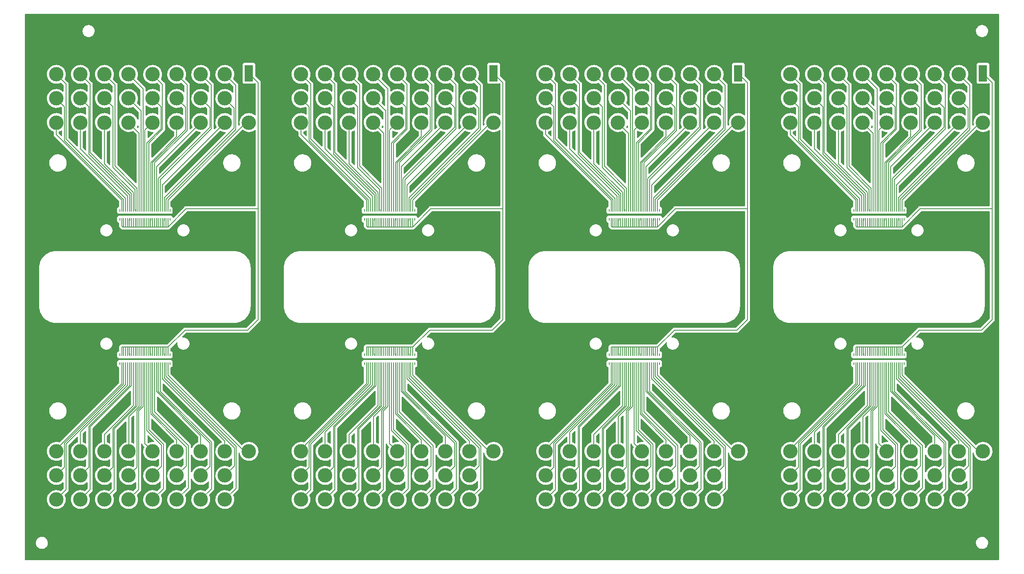
<source format=gbr>
%TF.GenerationSoftware,KiCad,Pcbnew,(6.0.6)*%
%TF.CreationDate,2022-09-06T16:14:22-05:00*%
%TF.ProjectId,etl_assembly_plate_pcb_v3,65746c5f-6173-4736-956d-626c795f706c,rev?*%
%TF.SameCoordinates,Original*%
%TF.FileFunction,Copper,L1,Top*%
%TF.FilePolarity,Positive*%
%FSLAX46Y46*%
G04 Gerber Fmt 4.6, Leading zero omitted, Abs format (unit mm)*
G04 Created by KiCad (PCBNEW (6.0.6)) date 2022-09-06 16:14:22*
%MOMM*%
%LPD*%
G01*
G04 APERTURE LIST*
%TA.AperFunction,SMDPad,CuDef*%
%ADD10R,0.220000X0.550000*%
%TD*%
%TA.AperFunction,SMDPad,CuDef*%
%ADD11C,3.000000*%
%TD*%
%TA.AperFunction,SMDPad,CuDef*%
%ADD12R,1.780000X3.430000*%
%TD*%
%TA.AperFunction,Conductor*%
%ADD13C,0.152400*%
%TD*%
G04 APERTURE END LIST*
D10*
%TO.P,J1,1*%
%TO.N,/D01*%
X20600000Y-73075000D03*
%TO.P,J1,2*%
%TO.N,/P1*%
X20600000Y-71225000D03*
%TO.P,J1,3*%
%TO.N,/D02*%
X21000000Y-73075000D03*
%TO.P,J1,4*%
%TO.N,/P1*%
X21000000Y-71225000D03*
%TO.P,J1,5*%
%TO.N,/D03*%
X21400000Y-73075000D03*
%TO.P,J1,6*%
%TO.N,/P1*%
X21400000Y-71225000D03*
%TO.P,J1,7*%
%TO.N,/D04*%
X21800000Y-73075000D03*
%TO.P,J1,8*%
%TO.N,/P1*%
X21800000Y-71225000D03*
%TO.P,J1,9*%
%TO.N,/D05*%
X22200000Y-73075000D03*
%TO.P,J1,10*%
%TO.N,/P1*%
X22200000Y-71225000D03*
%TO.P,J1,11*%
%TO.N,/D06*%
X22600000Y-73075000D03*
%TO.P,J1,12*%
%TO.N,/P1*%
X22600000Y-71225000D03*
%TO.P,J1,13*%
%TO.N,/D07*%
X23000000Y-73075000D03*
%TO.P,J1,14*%
%TO.N,/P1*%
X23000000Y-71225000D03*
%TO.P,J1,15*%
%TO.N,/D08*%
X23400000Y-73075000D03*
%TO.P,J1,16*%
%TO.N,/P1*%
X23400000Y-71225000D03*
%TO.P,J1,17*%
%TO.N,/D09*%
X23800000Y-73075000D03*
%TO.P,J1,18*%
%TO.N,/P1*%
X23800000Y-71225000D03*
%TO.P,J1,19*%
%TO.N,/D10*%
X24200000Y-73075000D03*
%TO.P,J1,20*%
%TO.N,/P1*%
X24200000Y-71225000D03*
%TO.P,J1,21*%
%TO.N,/D11*%
X24600000Y-73075000D03*
%TO.P,J1,22*%
%TO.N,/P1*%
X24600000Y-71225000D03*
%TO.P,J1,23*%
%TO.N,/D12*%
X25000000Y-73075000D03*
%TO.P,J1,24*%
%TO.N,/P1*%
X25000000Y-71225000D03*
%TO.P,J1,25*%
%TO.N,/D13*%
X25400000Y-73075000D03*
%TO.P,J1,26*%
%TO.N,/P1*%
X25400000Y-71225000D03*
%TO.P,J1,27*%
%TO.N,/D14*%
X25800000Y-73075000D03*
%TO.P,J1,28*%
%TO.N,/P1*%
X25800000Y-71225000D03*
%TO.P,J1,29*%
%TO.N,/D15*%
X26200000Y-73075000D03*
%TO.P,J1,30*%
%TO.N,/P1*%
X26200000Y-71225000D03*
%TO.P,J1,31*%
%TO.N,/D16*%
X26600000Y-73075000D03*
%TO.P,J1,32*%
%TO.N,/P1*%
X26600000Y-71225000D03*
%TO.P,J1,33*%
%TO.N,/D17*%
X27000000Y-73075000D03*
%TO.P,J1,34*%
%TO.N,/P1*%
X27000000Y-71225000D03*
%TO.P,J1,35*%
%TO.N,/D18*%
X27400000Y-73075000D03*
%TO.P,J1,36*%
%TO.N,/P1*%
X27400000Y-71225000D03*
%TO.P,J1,37*%
%TO.N,/D19*%
X27800000Y-73075000D03*
%TO.P,J1,38*%
%TO.N,/P1*%
X27800000Y-71225000D03*
%TO.P,J1,39*%
%TO.N,/D20*%
X28200000Y-73075000D03*
%TO.P,J1,40*%
%TO.N,/P1*%
X28200000Y-71225000D03*
%TO.P,J1,41*%
%TO.N,/D21*%
X28600000Y-73075000D03*
%TO.P,J1,42*%
%TO.N,/P1*%
X28600000Y-71225000D03*
%TO.P,J1,43*%
%TO.N,/D22*%
X29000000Y-73075000D03*
%TO.P,J1,44*%
%TO.N,/P1*%
X29000000Y-71225000D03*
%TO.P,J1,45*%
%TO.N,/D23*%
X29400000Y-73075000D03*
%TO.P,J1,46*%
%TO.N,/P1*%
X29400000Y-71225000D03*
%TO.P,J1,47*%
%TO.N,/D24*%
X29800000Y-73075000D03*
%TO.P,J1,48*%
%TO.N,/P1*%
X29800000Y-71225000D03*
%TO.P,J1,49*%
%TO.N,/D25*%
X30200000Y-73075000D03*
%TO.P,J1,50*%
%TO.N,/P1*%
X30200000Y-71225000D03*
%TO.P,J1,MP1*%
%TO.N,Net-(J1-PadMP1)*%
X20200000Y-73075000D03*
%TO.P,J1,MP2*%
%TO.N,Net-(J1-PadMP2)*%
X20200000Y-71225000D03*
%TO.P,J1,MP3*%
%TO.N,Net-(J1-PadMP3)*%
X30600000Y-73075000D03*
%TO.P,J1,MP4*%
%TO.N,Net-(J1-PadMP4)*%
X30600000Y-71225000D03*
%TD*%
%TO.P,J2,1*%
%TO.N,/P1*%
X20600000Y-43075000D03*
%TO.P,J2,2*%
%TO.N,/D26*%
X20600000Y-41225000D03*
%TO.P,J2,3*%
%TO.N,/P1*%
X21000000Y-43075000D03*
%TO.P,J2,4*%
%TO.N,/D27*%
X21000000Y-41225000D03*
%TO.P,J2,5*%
%TO.N,/P1*%
X21400000Y-43075000D03*
%TO.P,J2,6*%
%TO.N,/D28*%
X21400000Y-41225000D03*
%TO.P,J2,7*%
%TO.N,/P1*%
X21800000Y-43075000D03*
%TO.P,J2,8*%
%TO.N,/D29*%
X21800000Y-41225000D03*
%TO.P,J2,9*%
%TO.N,/P1*%
X22200000Y-43075000D03*
%TO.P,J2,10*%
%TO.N,/D30*%
X22200000Y-41225000D03*
%TO.P,J2,11*%
%TO.N,/P1*%
X22600000Y-43075000D03*
%TO.P,J2,12*%
%TO.N,/D31*%
X22600000Y-41225000D03*
%TO.P,J2,13*%
%TO.N,/P1*%
X23000000Y-43075000D03*
%TO.P,J2,14*%
%TO.N,/D32*%
X23000000Y-41225000D03*
%TO.P,J2,15*%
%TO.N,/P1*%
X23400000Y-43075000D03*
%TO.P,J2,16*%
%TO.N,/D33*%
X23400000Y-41225000D03*
%TO.P,J2,17*%
%TO.N,/P1*%
X23800000Y-43075000D03*
%TO.P,J2,18*%
%TO.N,/D34*%
X23800000Y-41225000D03*
%TO.P,J2,19*%
%TO.N,/P1*%
X24200000Y-43075000D03*
%TO.P,J2,20*%
%TO.N,/D35*%
X24200000Y-41225000D03*
%TO.P,J2,21*%
%TO.N,/P1*%
X24600000Y-43075000D03*
%TO.P,J2,22*%
%TO.N,/D36*%
X24600000Y-41225000D03*
%TO.P,J2,23*%
%TO.N,/P1*%
X25000000Y-43075000D03*
%TO.P,J2,24*%
%TO.N,/D37*%
X25000000Y-41225000D03*
%TO.P,J2,25*%
%TO.N,/P1*%
X25400000Y-43075000D03*
%TO.P,J2,26*%
%TO.N,/D38*%
X25400000Y-41225000D03*
%TO.P,J2,27*%
%TO.N,/P1*%
X25800000Y-43075000D03*
%TO.P,J2,28*%
%TO.N,/D39*%
X25800000Y-41225000D03*
%TO.P,J2,29*%
%TO.N,/P1*%
X26200000Y-43075000D03*
%TO.P,J2,30*%
%TO.N,/D40*%
X26200000Y-41225000D03*
%TO.P,J2,31*%
%TO.N,/P1*%
X26600000Y-43075000D03*
%TO.P,J2,32*%
%TO.N,/D41*%
X26600000Y-41225000D03*
%TO.P,J2,33*%
%TO.N,/P1*%
X27000000Y-43075000D03*
%TO.P,J2,34*%
%TO.N,/D42*%
X27000000Y-41225000D03*
%TO.P,J2,35*%
%TO.N,/P1*%
X27400000Y-43075000D03*
%TO.P,J2,36*%
%TO.N,/D43*%
X27400000Y-41225000D03*
%TO.P,J2,37*%
%TO.N,/P1*%
X27800000Y-43075000D03*
%TO.P,J2,38*%
%TO.N,/D44*%
X27800000Y-41225000D03*
%TO.P,J2,39*%
%TO.N,/P1*%
X28200000Y-43075000D03*
%TO.P,J2,40*%
%TO.N,/D45*%
X28200000Y-41225000D03*
%TO.P,J2,41*%
%TO.N,/P1*%
X28600000Y-43075000D03*
%TO.P,J2,42*%
%TO.N,/D46*%
X28600000Y-41225000D03*
%TO.P,J2,43*%
%TO.N,/P1*%
X29000000Y-43075000D03*
%TO.P,J2,44*%
%TO.N,/D47*%
X29000000Y-41225000D03*
%TO.P,J2,45*%
%TO.N,/P1*%
X29400000Y-43075000D03*
%TO.P,J2,46*%
%TO.N,/D48*%
X29400000Y-41225000D03*
%TO.P,J2,47*%
%TO.N,/P1*%
X29800000Y-43075000D03*
%TO.P,J2,48*%
%TO.N,/D49*%
X29800000Y-41225000D03*
%TO.P,J2,49*%
%TO.N,/P1*%
X30200000Y-43075000D03*
%TO.P,J2,50*%
%TO.N,/D50*%
X30200000Y-41225000D03*
%TO.P,J2,MP1*%
%TO.N,Net-(J2-PadMP1)*%
X20200000Y-43075000D03*
%TO.P,J2,MP2*%
%TO.N,Net-(J2-PadMP2)*%
X20200000Y-41225000D03*
%TO.P,J2,MP3*%
%TO.N,Net-(J2-PadMP3)*%
X30600000Y-43075000D03*
%TO.P,J2,MP4*%
%TO.N,Net-(J2-PadMP4)*%
X30600000Y-41225000D03*
%TD*%
D11*
%TO.P,TP1,1*%
%TO.N,/D26*%
X7000000Y-23000000D03*
%TD*%
%TO.P,TP3,1*%
%TO.N,/D28*%
X7000000Y-13000000D03*
%TD*%
%TO.P,TP5,1*%
%TO.N,/D30*%
X12000000Y-18000000D03*
%TD*%
%TO.P,TP6,1*%
%TO.N,/D31*%
X12000000Y-13000000D03*
%TD*%
%TO.P,TP7,1*%
%TO.N,/D32*%
X17000000Y-23000000D03*
%TD*%
%TO.P,TP8,1*%
%TO.N,/D33*%
X17000000Y-18000000D03*
%TD*%
%TO.P,TP9,1*%
%TO.N,/D34*%
X17000000Y-13000000D03*
%TD*%
%TO.P,TP10,1*%
%TO.N,/D35*%
X22000000Y-23000000D03*
%TD*%
%TO.P,TP11,1*%
%TO.N,/D36*%
X22000000Y-18000000D03*
%TD*%
%TO.P,TP12,1*%
%TO.N,/D37*%
X22000000Y-13000000D03*
%TD*%
%TO.P,TP13,1*%
%TO.N,/D38*%
X27000000Y-23000000D03*
%TD*%
%TO.P,TP14,1*%
%TO.N,/D39*%
X27000000Y-18000000D03*
%TD*%
%TO.P,TP15,1*%
%TO.N,/D40*%
X27000000Y-13000000D03*
%TD*%
%TO.P,TP16,1*%
%TO.N,/D41*%
X32000000Y-23000000D03*
%TD*%
%TO.P,TP17,1*%
%TO.N,/D42*%
X32000000Y-18000000D03*
%TD*%
%TO.P,TP18,1*%
%TO.N,/D43*%
X32000000Y-13000000D03*
%TD*%
%TO.P,TP19,1*%
%TO.N,/D44*%
X37000000Y-23000000D03*
%TD*%
%TO.P,TP20,1*%
%TO.N,/D45*%
X37000000Y-18000000D03*
%TD*%
%TO.P,TP26,1*%
%TO.N,/D01*%
X7000000Y-91300000D03*
%TD*%
%TO.P,TP27,1*%
%TO.N,/D02*%
X7000000Y-96300000D03*
%TD*%
%TO.P,TP28,1*%
%TO.N,/D03*%
X7000000Y-101300000D03*
%TD*%
%TO.P,TP29,1*%
%TO.N,/D04*%
X12000000Y-91300000D03*
%TD*%
%TO.P,TP30,1*%
%TO.N,/D05*%
X12000000Y-96300000D03*
%TD*%
%TO.P,TP31,1*%
%TO.N,/D06*%
X12000000Y-101300000D03*
%TD*%
%TO.P,TP32,1*%
%TO.N,/D07*%
X17000000Y-91300000D03*
%TD*%
%TO.P,TP33,1*%
%TO.N,/D08*%
X17000000Y-96300000D03*
%TD*%
%TO.P,TP34,1*%
%TO.N,/D09*%
X17000000Y-101300000D03*
%TD*%
%TO.P,TP35,1*%
%TO.N,/D10*%
X22000000Y-91300000D03*
%TD*%
%TO.P,TP36,1*%
%TO.N,/D11*%
X22000000Y-96300000D03*
%TD*%
%TO.P,TP37,1*%
%TO.N,/D12*%
X22000000Y-101300000D03*
%TD*%
%TO.P,TP38,1*%
%TO.N,/D13*%
X27000000Y-91300000D03*
%TD*%
%TO.P,TP39,1*%
%TO.N,/D14*%
X27000000Y-96300000D03*
%TD*%
%TO.P,TP40,1*%
%TO.N,/D15*%
X27000000Y-101300000D03*
%TD*%
%TO.P,TP41,1*%
%TO.N,/D16*%
X32000000Y-91300000D03*
%TD*%
%TO.P,TP42,1*%
%TO.N,/D17*%
X32000000Y-96300000D03*
%TD*%
%TO.P,TP43,1*%
%TO.N,/D18*%
X32000000Y-101300000D03*
%TD*%
%TO.P,TP44,1*%
%TO.N,/D19*%
X37000000Y-91300000D03*
%TD*%
%TO.P,TP45,1*%
%TO.N,/D20*%
X37000000Y-96300000D03*
%TD*%
%TO.P,TP46,1*%
%TO.N,/D21*%
X37000000Y-101300000D03*
%TD*%
%TO.P,TP47,1*%
%TO.N,/D22*%
X42000000Y-91300000D03*
%TD*%
%TO.P,TP48,1*%
%TO.N,/D23*%
X42000000Y-96300000D03*
%TD*%
%TO.P,TP49,1*%
%TO.N,/D24*%
X42000000Y-101300000D03*
%TD*%
%TO.P,TP50,1*%
%TO.N,/D25*%
X47000000Y-91300000D03*
%TD*%
%TO.P,TP4,1*%
%TO.N,/D29*%
X12000000Y-23000000D03*
%TD*%
%TO.P,TP2,1*%
%TO.N,/D27*%
X7000000Y-18000000D03*
%TD*%
%TO.P,TP24,1*%
%TO.N,/D49*%
X42000000Y-13000000D03*
%TD*%
%TO.P,TP21,1*%
%TO.N,/D46*%
X37000000Y-13000000D03*
%TD*%
%TO.P,TP22,1*%
%TO.N,/D47*%
X42000000Y-23000000D03*
%TD*%
%TO.P,TP23,1*%
%TO.N,/D48*%
X42000000Y-18000000D03*
%TD*%
%TO.P,TP25,1*%
%TO.N,/D50*%
X47000000Y-23000000D03*
%TD*%
D12*
%TO.P,TP51,1*%
%TO.N,/P1*%
X47000000Y-12775000D03*
%TD*%
D11*
%TO.P,TP194,1*%
%TO.N,/D16*%
X184400000Y-91300000D03*
%TD*%
%TO.P,TP146,1*%
%TO.N,/D19*%
X138600000Y-91300000D03*
%TD*%
%TO.P,TP52,1*%
%TO.N,/D26*%
X57800000Y-23000000D03*
%TD*%
%TO.P,TP104,1*%
%TO.N,/D27*%
X108600000Y-18000000D03*
%TD*%
%TO.P,TP54,1*%
%TO.N,/D28*%
X57800000Y-13000000D03*
%TD*%
%TO.P,TP115,1*%
%TO.N,/D38*%
X128600000Y-23000000D03*
%TD*%
%TO.P,TP120,1*%
%TO.N,/D43*%
X133600000Y-13000000D03*
%TD*%
%TO.P,TP112,1*%
%TO.N,/D35*%
X123600000Y-23000000D03*
%TD*%
%TO.P,TP154,1*%
%TO.N,/D26*%
X159400000Y-23000000D03*
%TD*%
%TO.P,TP180,1*%
%TO.N,/D02*%
X159400000Y-96300000D03*
%TD*%
%TO.P,TP185,1*%
%TO.N,/D07*%
X169400000Y-91300000D03*
%TD*%
%TO.P,TP200,1*%
%TO.N,/D22*%
X194400000Y-91300000D03*
%TD*%
%TO.P,TP174,1*%
%TO.N,/D46*%
X189400000Y-13000000D03*
%TD*%
%TO.P,TP100,1*%
%TO.N,/D24*%
X92800000Y-101300000D03*
%TD*%
%TO.P,TP184,1*%
%TO.N,/D06*%
X164400000Y-101300000D03*
%TD*%
%TO.P,TP136,1*%
%TO.N,/D09*%
X118600000Y-101300000D03*
%TD*%
%TO.P,TP92,1*%
%TO.N,/D16*%
X82800000Y-91300000D03*
%TD*%
%TO.P,TP91,1*%
%TO.N,/D15*%
X77800000Y-101300000D03*
%TD*%
%TO.P,TP155,1*%
%TO.N,/D27*%
X159400000Y-18000000D03*
%TD*%
%TO.P,TP123,1*%
%TO.N,/D46*%
X138600000Y-13000000D03*
%TD*%
%TO.P,TP131,1*%
%TO.N,/D04*%
X113600000Y-91300000D03*
%TD*%
%TO.P,TP156,1*%
%TO.N,/D28*%
X159400000Y-13000000D03*
%TD*%
%TO.P,TP147,1*%
%TO.N,/D20*%
X138600000Y-96300000D03*
%TD*%
%TO.P,TP186,1*%
%TO.N,/D08*%
X169400000Y-96300000D03*
%TD*%
D10*
%TO.P,J4,1*%
%TO.N,/P1*%
X71400000Y-43075000D03*
%TO.P,J4,2*%
%TO.N,/D26*%
X71400000Y-41225000D03*
%TO.P,J4,3*%
%TO.N,/P1*%
X71800000Y-43075000D03*
%TO.P,J4,4*%
%TO.N,/D27*%
X71800000Y-41225000D03*
%TO.P,J4,5*%
%TO.N,/P1*%
X72200000Y-43075000D03*
%TO.P,J4,6*%
%TO.N,/D28*%
X72200000Y-41225000D03*
%TO.P,J4,7*%
%TO.N,/P1*%
X72600000Y-43075000D03*
%TO.P,J4,8*%
%TO.N,/D29*%
X72600000Y-41225000D03*
%TO.P,J4,9*%
%TO.N,/P1*%
X73000000Y-43075000D03*
%TO.P,J4,10*%
%TO.N,/D30*%
X73000000Y-41225000D03*
%TO.P,J4,11*%
%TO.N,/P1*%
X73400000Y-43075000D03*
%TO.P,J4,12*%
%TO.N,/D31*%
X73400000Y-41225000D03*
%TO.P,J4,13*%
%TO.N,/P1*%
X73800000Y-43075000D03*
%TO.P,J4,14*%
%TO.N,/D32*%
X73800000Y-41225000D03*
%TO.P,J4,15*%
%TO.N,/P1*%
X74200000Y-43075000D03*
%TO.P,J4,16*%
%TO.N,/D33*%
X74200000Y-41225000D03*
%TO.P,J4,17*%
%TO.N,/P1*%
X74600000Y-43075000D03*
%TO.P,J4,18*%
%TO.N,/D34*%
X74600000Y-41225000D03*
%TO.P,J4,19*%
%TO.N,/P1*%
X75000000Y-43075000D03*
%TO.P,J4,20*%
%TO.N,/D35*%
X75000000Y-41225000D03*
%TO.P,J4,21*%
%TO.N,/P1*%
X75400000Y-43075000D03*
%TO.P,J4,22*%
%TO.N,/D36*%
X75400000Y-41225000D03*
%TO.P,J4,23*%
%TO.N,/P1*%
X75800000Y-43075000D03*
%TO.P,J4,24*%
%TO.N,/D37*%
X75800000Y-41225000D03*
%TO.P,J4,25*%
%TO.N,/P1*%
X76200000Y-43075000D03*
%TO.P,J4,26*%
%TO.N,/D38*%
X76200000Y-41225000D03*
%TO.P,J4,27*%
%TO.N,/P1*%
X76600000Y-43075000D03*
%TO.P,J4,28*%
%TO.N,/D39*%
X76600000Y-41225000D03*
%TO.P,J4,29*%
%TO.N,/P1*%
X77000000Y-43075000D03*
%TO.P,J4,30*%
%TO.N,/D40*%
X77000000Y-41225000D03*
%TO.P,J4,31*%
%TO.N,/P1*%
X77400000Y-43075000D03*
%TO.P,J4,32*%
%TO.N,/D41*%
X77400000Y-41225000D03*
%TO.P,J4,33*%
%TO.N,/P1*%
X77800000Y-43075000D03*
%TO.P,J4,34*%
%TO.N,/D42*%
X77800000Y-41225000D03*
%TO.P,J4,35*%
%TO.N,/P1*%
X78200000Y-43075000D03*
%TO.P,J4,36*%
%TO.N,/D43*%
X78200000Y-41225000D03*
%TO.P,J4,37*%
%TO.N,/P1*%
X78600000Y-43075000D03*
%TO.P,J4,38*%
%TO.N,/D44*%
X78600000Y-41225000D03*
%TO.P,J4,39*%
%TO.N,/P1*%
X79000000Y-43075000D03*
%TO.P,J4,40*%
%TO.N,/D45*%
X79000000Y-41225000D03*
%TO.P,J4,41*%
%TO.N,/P1*%
X79400000Y-43075000D03*
%TO.P,J4,42*%
%TO.N,/D46*%
X79400000Y-41225000D03*
%TO.P,J4,43*%
%TO.N,/P1*%
X79800000Y-43075000D03*
%TO.P,J4,44*%
%TO.N,/D47*%
X79800000Y-41225000D03*
%TO.P,J4,45*%
%TO.N,/P1*%
X80200000Y-43075000D03*
%TO.P,J4,46*%
%TO.N,/D48*%
X80200000Y-41225000D03*
%TO.P,J4,47*%
%TO.N,/P1*%
X80600000Y-43075000D03*
%TO.P,J4,48*%
%TO.N,/D49*%
X80600000Y-41225000D03*
%TO.P,J4,49*%
%TO.N,/P1*%
X81000000Y-43075000D03*
%TO.P,J4,50*%
%TO.N,/D50*%
X81000000Y-41225000D03*
%TO.P,J4,MP1*%
%TO.N,Net-(J2-PadMP1)*%
X71000000Y-43075000D03*
%TO.P,J4,MP2*%
%TO.N,Net-(J2-PadMP2)*%
X71000000Y-41225000D03*
%TO.P,J4,MP3*%
%TO.N,Net-(J2-PadMP3)*%
X81400000Y-43075000D03*
%TO.P,J4,MP4*%
%TO.N,Net-(J2-PadMP4)*%
X81400000Y-41225000D03*
%TD*%
D11*
%TO.P,TP68,1*%
%TO.N,/D42*%
X82800000Y-18000000D03*
%TD*%
%TO.P,TP157,1*%
%TO.N,/D29*%
X164400000Y-23000000D03*
%TD*%
%TO.P,TP85,1*%
%TO.N,/D09*%
X67800000Y-101300000D03*
%TD*%
%TO.P,TP96,1*%
%TO.N,/D20*%
X87800000Y-96300000D03*
%TD*%
D10*
%TO.P,J6,1*%
%TO.N,/P1*%
X122200000Y-43075000D03*
%TO.P,J6,2*%
%TO.N,/D26*%
X122200000Y-41225000D03*
%TO.P,J6,3*%
%TO.N,/P1*%
X122600000Y-43075000D03*
%TO.P,J6,4*%
%TO.N,/D27*%
X122600000Y-41225000D03*
%TO.P,J6,5*%
%TO.N,/P1*%
X123000000Y-43075000D03*
%TO.P,J6,6*%
%TO.N,/D28*%
X123000000Y-41225000D03*
%TO.P,J6,7*%
%TO.N,/P1*%
X123400000Y-43075000D03*
%TO.P,J6,8*%
%TO.N,/D29*%
X123400000Y-41225000D03*
%TO.P,J6,9*%
%TO.N,/P1*%
X123800000Y-43075000D03*
%TO.P,J6,10*%
%TO.N,/D30*%
X123800000Y-41225000D03*
%TO.P,J6,11*%
%TO.N,/P1*%
X124200000Y-43075000D03*
%TO.P,J6,12*%
%TO.N,/D31*%
X124200000Y-41225000D03*
%TO.P,J6,13*%
%TO.N,/P1*%
X124600000Y-43075000D03*
%TO.P,J6,14*%
%TO.N,/D32*%
X124600000Y-41225000D03*
%TO.P,J6,15*%
%TO.N,/P1*%
X125000000Y-43075000D03*
%TO.P,J6,16*%
%TO.N,/D33*%
X125000000Y-41225000D03*
%TO.P,J6,17*%
%TO.N,/P1*%
X125400000Y-43075000D03*
%TO.P,J6,18*%
%TO.N,/D34*%
X125400000Y-41225000D03*
%TO.P,J6,19*%
%TO.N,/P1*%
X125800000Y-43075000D03*
%TO.P,J6,20*%
%TO.N,/D35*%
X125800000Y-41225000D03*
%TO.P,J6,21*%
%TO.N,/P1*%
X126200000Y-43075000D03*
%TO.P,J6,22*%
%TO.N,/D36*%
X126200000Y-41225000D03*
%TO.P,J6,23*%
%TO.N,/P1*%
X126600000Y-43075000D03*
%TO.P,J6,24*%
%TO.N,/D37*%
X126600000Y-41225000D03*
%TO.P,J6,25*%
%TO.N,/P1*%
X127000000Y-43075000D03*
%TO.P,J6,26*%
%TO.N,/D38*%
X127000000Y-41225000D03*
%TO.P,J6,27*%
%TO.N,/P1*%
X127400000Y-43075000D03*
%TO.P,J6,28*%
%TO.N,/D39*%
X127400000Y-41225000D03*
%TO.P,J6,29*%
%TO.N,/P1*%
X127800000Y-43075000D03*
%TO.P,J6,30*%
%TO.N,/D40*%
X127800000Y-41225000D03*
%TO.P,J6,31*%
%TO.N,/P1*%
X128200000Y-43075000D03*
%TO.P,J6,32*%
%TO.N,/D41*%
X128200000Y-41225000D03*
%TO.P,J6,33*%
%TO.N,/P1*%
X128600000Y-43075000D03*
%TO.P,J6,34*%
%TO.N,/D42*%
X128600000Y-41225000D03*
%TO.P,J6,35*%
%TO.N,/P1*%
X129000000Y-43075000D03*
%TO.P,J6,36*%
%TO.N,/D43*%
X129000000Y-41225000D03*
%TO.P,J6,37*%
%TO.N,/P1*%
X129400000Y-43075000D03*
%TO.P,J6,38*%
%TO.N,/D44*%
X129400000Y-41225000D03*
%TO.P,J6,39*%
%TO.N,/P1*%
X129800000Y-43075000D03*
%TO.P,J6,40*%
%TO.N,/D45*%
X129800000Y-41225000D03*
%TO.P,J6,41*%
%TO.N,/P1*%
X130200000Y-43075000D03*
%TO.P,J6,42*%
%TO.N,/D46*%
X130200000Y-41225000D03*
%TO.P,J6,43*%
%TO.N,/P1*%
X130600000Y-43075000D03*
%TO.P,J6,44*%
%TO.N,/D47*%
X130600000Y-41225000D03*
%TO.P,J6,45*%
%TO.N,/P1*%
X131000000Y-43075000D03*
%TO.P,J6,46*%
%TO.N,/D48*%
X131000000Y-41225000D03*
%TO.P,J6,47*%
%TO.N,/P1*%
X131400000Y-43075000D03*
%TO.P,J6,48*%
%TO.N,/D49*%
X131400000Y-41225000D03*
%TO.P,J6,49*%
%TO.N,/P1*%
X131800000Y-43075000D03*
%TO.P,J6,50*%
%TO.N,/D50*%
X131800000Y-41225000D03*
%TO.P,J6,MP1*%
%TO.N,Net-(J2-PadMP1)*%
X121800000Y-43075000D03*
%TO.P,J6,MP2*%
%TO.N,Net-(J2-PadMP2)*%
X121800000Y-41225000D03*
%TO.P,J6,MP3*%
%TO.N,Net-(J2-PadMP3)*%
X132200000Y-43075000D03*
%TO.P,J6,MP4*%
%TO.N,Net-(J2-PadMP4)*%
X132200000Y-41225000D03*
%TD*%
D11*
%TO.P,TP137,1*%
%TO.N,/D10*%
X123600000Y-91300000D03*
%TD*%
%TO.P,TP105,1*%
%TO.N,/D28*%
X108600000Y-13000000D03*
%TD*%
%TO.P,TP195,1*%
%TO.N,/D17*%
X184400000Y-96300000D03*
%TD*%
%TO.P,TP139,1*%
%TO.N,/D12*%
X123600000Y-101300000D03*
%TD*%
%TO.P,TP82,1*%
%TO.N,/D06*%
X62800000Y-101300000D03*
%TD*%
%TO.P,TP193,1*%
%TO.N,/D15*%
X179400000Y-101300000D03*
%TD*%
%TO.P,TP144,1*%
%TO.N,/D17*%
X133600000Y-96300000D03*
%TD*%
%TO.P,TP142,1*%
%TO.N,/D15*%
X128600000Y-101300000D03*
%TD*%
%TO.P,TP166,1*%
%TO.N,/D38*%
X179400000Y-23000000D03*
%TD*%
D12*
%TO.P,TP204,1*%
%TO.N,/P1*%
X199400000Y-12775000D03*
%TD*%
D11*
%TO.P,TP135,1*%
%TO.N,/D08*%
X118600000Y-96300000D03*
%TD*%
%TO.P,TP181,1*%
%TO.N,/D03*%
X159400000Y-101300000D03*
%TD*%
%TO.P,TP99,1*%
%TO.N,/D23*%
X92800000Y-96300000D03*
%TD*%
D10*
%TO.P,J8,1*%
%TO.N,/P1*%
X173000000Y-43075000D03*
%TO.P,J8,2*%
%TO.N,/D26*%
X173000000Y-41225000D03*
%TO.P,J8,3*%
%TO.N,/P1*%
X173400000Y-43075000D03*
%TO.P,J8,4*%
%TO.N,/D27*%
X173400000Y-41225000D03*
%TO.P,J8,5*%
%TO.N,/P1*%
X173800000Y-43075000D03*
%TO.P,J8,6*%
%TO.N,/D28*%
X173800000Y-41225000D03*
%TO.P,J8,7*%
%TO.N,/P1*%
X174200000Y-43075000D03*
%TO.P,J8,8*%
%TO.N,/D29*%
X174200000Y-41225000D03*
%TO.P,J8,9*%
%TO.N,/P1*%
X174600000Y-43075000D03*
%TO.P,J8,10*%
%TO.N,/D30*%
X174600000Y-41225000D03*
%TO.P,J8,11*%
%TO.N,/P1*%
X175000000Y-43075000D03*
%TO.P,J8,12*%
%TO.N,/D31*%
X175000000Y-41225000D03*
%TO.P,J8,13*%
%TO.N,/P1*%
X175400000Y-43075000D03*
%TO.P,J8,14*%
%TO.N,/D32*%
X175400000Y-41225000D03*
%TO.P,J8,15*%
%TO.N,/P1*%
X175800000Y-43075000D03*
%TO.P,J8,16*%
%TO.N,/D33*%
X175800000Y-41225000D03*
%TO.P,J8,17*%
%TO.N,/P1*%
X176200000Y-43075000D03*
%TO.P,J8,18*%
%TO.N,/D34*%
X176200000Y-41225000D03*
%TO.P,J8,19*%
%TO.N,/P1*%
X176600000Y-43075000D03*
%TO.P,J8,20*%
%TO.N,/D35*%
X176600000Y-41225000D03*
%TO.P,J8,21*%
%TO.N,/P1*%
X177000000Y-43075000D03*
%TO.P,J8,22*%
%TO.N,/D36*%
X177000000Y-41225000D03*
%TO.P,J8,23*%
%TO.N,/P1*%
X177400000Y-43075000D03*
%TO.P,J8,24*%
%TO.N,/D37*%
X177400000Y-41225000D03*
%TO.P,J8,25*%
%TO.N,/P1*%
X177800000Y-43075000D03*
%TO.P,J8,26*%
%TO.N,/D38*%
X177800000Y-41225000D03*
%TO.P,J8,27*%
%TO.N,/P1*%
X178200000Y-43075000D03*
%TO.P,J8,28*%
%TO.N,/D39*%
X178200000Y-41225000D03*
%TO.P,J8,29*%
%TO.N,/P1*%
X178600000Y-43075000D03*
%TO.P,J8,30*%
%TO.N,/D40*%
X178600000Y-41225000D03*
%TO.P,J8,31*%
%TO.N,/P1*%
X179000000Y-43075000D03*
%TO.P,J8,32*%
%TO.N,/D41*%
X179000000Y-41225000D03*
%TO.P,J8,33*%
%TO.N,/P1*%
X179400000Y-43075000D03*
%TO.P,J8,34*%
%TO.N,/D42*%
X179400000Y-41225000D03*
%TO.P,J8,35*%
%TO.N,/P1*%
X179800000Y-43075000D03*
%TO.P,J8,36*%
%TO.N,/D43*%
X179800000Y-41225000D03*
%TO.P,J8,37*%
%TO.N,/P1*%
X180200000Y-43075000D03*
%TO.P,J8,38*%
%TO.N,/D44*%
X180200000Y-41225000D03*
%TO.P,J8,39*%
%TO.N,/P1*%
X180600000Y-43075000D03*
%TO.P,J8,40*%
%TO.N,/D45*%
X180600000Y-41225000D03*
%TO.P,J8,41*%
%TO.N,/P1*%
X181000000Y-43075000D03*
%TO.P,J8,42*%
%TO.N,/D46*%
X181000000Y-41225000D03*
%TO.P,J8,43*%
%TO.N,/P1*%
X181400000Y-43075000D03*
%TO.P,J8,44*%
%TO.N,/D47*%
X181400000Y-41225000D03*
%TO.P,J8,45*%
%TO.N,/P1*%
X181800000Y-43075000D03*
%TO.P,J8,46*%
%TO.N,/D48*%
X181800000Y-41225000D03*
%TO.P,J8,47*%
%TO.N,/P1*%
X182200000Y-43075000D03*
%TO.P,J8,48*%
%TO.N,/D49*%
X182200000Y-41225000D03*
%TO.P,J8,49*%
%TO.N,/P1*%
X182600000Y-43075000D03*
%TO.P,J8,50*%
%TO.N,/D50*%
X182600000Y-41225000D03*
%TO.P,J8,MP1*%
%TO.N,Net-(J2-PadMP1)*%
X172600000Y-43075000D03*
%TO.P,J8,MP2*%
%TO.N,Net-(J2-PadMP2)*%
X172600000Y-41225000D03*
%TO.P,J8,MP3*%
%TO.N,Net-(J2-PadMP3)*%
X183000000Y-43075000D03*
%TO.P,J8,MP4*%
%TO.N,Net-(J2-PadMP4)*%
X183000000Y-41225000D03*
%TD*%
D11*
%TO.P,TP80,1*%
%TO.N,/D04*%
X62800000Y-91300000D03*
%TD*%
%TO.P,TP103,1*%
%TO.N,/D26*%
X108600000Y-23000000D03*
%TD*%
%TO.P,TP162,1*%
%TO.N,/D34*%
X169400000Y-13000000D03*
%TD*%
%TO.P,TP53,1*%
%TO.N,/D27*%
X57800000Y-18000000D03*
%TD*%
%TO.P,TP190,1*%
%TO.N,/D12*%
X174400000Y-101300000D03*
%TD*%
%TO.P,TP107,1*%
%TO.N,/D30*%
X113600000Y-18000000D03*
%TD*%
%TO.P,TP189,1*%
%TO.N,/D11*%
X174400000Y-96300000D03*
%TD*%
D10*
%TO.P,J7,1*%
%TO.N,/D01*%
X173000000Y-73075000D03*
%TO.P,J7,2*%
%TO.N,/P1*%
X173000000Y-71225000D03*
%TO.P,J7,3*%
%TO.N,/D02*%
X173400000Y-73075000D03*
%TO.P,J7,4*%
%TO.N,/P1*%
X173400000Y-71225000D03*
%TO.P,J7,5*%
%TO.N,/D03*%
X173800000Y-73075000D03*
%TO.P,J7,6*%
%TO.N,/P1*%
X173800000Y-71225000D03*
%TO.P,J7,7*%
%TO.N,/D04*%
X174200000Y-73075000D03*
%TO.P,J7,8*%
%TO.N,/P1*%
X174200000Y-71225000D03*
%TO.P,J7,9*%
%TO.N,/D05*%
X174600000Y-73075000D03*
%TO.P,J7,10*%
%TO.N,/P1*%
X174600000Y-71225000D03*
%TO.P,J7,11*%
%TO.N,/D06*%
X175000000Y-73075000D03*
%TO.P,J7,12*%
%TO.N,/P1*%
X175000000Y-71225000D03*
%TO.P,J7,13*%
%TO.N,/D07*%
X175400000Y-73075000D03*
%TO.P,J7,14*%
%TO.N,/P1*%
X175400000Y-71225000D03*
%TO.P,J7,15*%
%TO.N,/D08*%
X175800000Y-73075000D03*
%TO.P,J7,16*%
%TO.N,/P1*%
X175800000Y-71225000D03*
%TO.P,J7,17*%
%TO.N,/D09*%
X176200000Y-73075000D03*
%TO.P,J7,18*%
%TO.N,/P1*%
X176200000Y-71225000D03*
%TO.P,J7,19*%
%TO.N,/D10*%
X176600000Y-73075000D03*
%TO.P,J7,20*%
%TO.N,/P1*%
X176600000Y-71225000D03*
%TO.P,J7,21*%
%TO.N,/D11*%
X177000000Y-73075000D03*
%TO.P,J7,22*%
%TO.N,/P1*%
X177000000Y-71225000D03*
%TO.P,J7,23*%
%TO.N,/D12*%
X177400000Y-73075000D03*
%TO.P,J7,24*%
%TO.N,/P1*%
X177400000Y-71225000D03*
%TO.P,J7,25*%
%TO.N,/D13*%
X177800000Y-73075000D03*
%TO.P,J7,26*%
%TO.N,/P1*%
X177800000Y-71225000D03*
%TO.P,J7,27*%
%TO.N,/D14*%
X178200000Y-73075000D03*
%TO.P,J7,28*%
%TO.N,/P1*%
X178200000Y-71225000D03*
%TO.P,J7,29*%
%TO.N,/D15*%
X178600000Y-73075000D03*
%TO.P,J7,30*%
%TO.N,/P1*%
X178600000Y-71225000D03*
%TO.P,J7,31*%
%TO.N,/D16*%
X179000000Y-73075000D03*
%TO.P,J7,32*%
%TO.N,/P1*%
X179000000Y-71225000D03*
%TO.P,J7,33*%
%TO.N,/D17*%
X179400000Y-73075000D03*
%TO.P,J7,34*%
%TO.N,/P1*%
X179400000Y-71225000D03*
%TO.P,J7,35*%
%TO.N,/D18*%
X179800000Y-73075000D03*
%TO.P,J7,36*%
%TO.N,/P1*%
X179800000Y-71225000D03*
%TO.P,J7,37*%
%TO.N,/D19*%
X180200000Y-73075000D03*
%TO.P,J7,38*%
%TO.N,/P1*%
X180200000Y-71225000D03*
%TO.P,J7,39*%
%TO.N,/D20*%
X180600000Y-73075000D03*
%TO.P,J7,40*%
%TO.N,/P1*%
X180600000Y-71225000D03*
%TO.P,J7,41*%
%TO.N,/D21*%
X181000000Y-73075000D03*
%TO.P,J7,42*%
%TO.N,/P1*%
X181000000Y-71225000D03*
%TO.P,J7,43*%
%TO.N,/D22*%
X181400000Y-73075000D03*
%TO.P,J7,44*%
%TO.N,/P1*%
X181400000Y-71225000D03*
%TO.P,J7,45*%
%TO.N,/D23*%
X181800000Y-73075000D03*
%TO.P,J7,46*%
%TO.N,/P1*%
X181800000Y-71225000D03*
%TO.P,J7,47*%
%TO.N,/D24*%
X182200000Y-73075000D03*
%TO.P,J7,48*%
%TO.N,/P1*%
X182200000Y-71225000D03*
%TO.P,J7,49*%
%TO.N,/D25*%
X182600000Y-73075000D03*
%TO.P,J7,50*%
%TO.N,/P1*%
X182600000Y-71225000D03*
%TO.P,J7,MP1*%
%TO.N,Net-(J1-PadMP1)*%
X172600000Y-73075000D03*
%TO.P,J7,MP2*%
%TO.N,Net-(J1-PadMP2)*%
X172600000Y-71225000D03*
%TO.P,J7,MP3*%
%TO.N,Net-(J1-PadMP3)*%
X183000000Y-73075000D03*
%TO.P,J7,MP4*%
%TO.N,Net-(J1-PadMP4)*%
X183000000Y-71225000D03*
%TD*%
D11*
%TO.P,TP132,1*%
%TO.N,/D05*%
X113600000Y-96300000D03*
%TD*%
%TO.P,TP88,1*%
%TO.N,/D12*%
X72800000Y-101300000D03*
%TD*%
%TO.P,TP176,1*%
%TO.N,/D48*%
X194400000Y-18000000D03*
%TD*%
%TO.P,TP130,1*%
%TO.N,/D03*%
X108600000Y-101300000D03*
%TD*%
%TO.P,TP77,1*%
%TO.N,/D01*%
X57800000Y-91300000D03*
%TD*%
%TO.P,TP84,1*%
%TO.N,/D08*%
X67800000Y-96300000D03*
%TD*%
%TO.P,TP158,1*%
%TO.N,/D30*%
X164400000Y-18000000D03*
%TD*%
%TO.P,TP187,1*%
%TO.N,/D09*%
X169400000Y-101300000D03*
%TD*%
%TO.P,TP97,1*%
%TO.N,/D21*%
X87800000Y-101300000D03*
%TD*%
%TO.P,TP65,1*%
%TO.N,/D39*%
X77800000Y-18000000D03*
%TD*%
%TO.P,TP60,1*%
%TO.N,/D34*%
X67800000Y-13000000D03*
%TD*%
%TO.P,TP170,1*%
%TO.N,/D42*%
X184400000Y-18000000D03*
%TD*%
%TO.P,TP118,1*%
%TO.N,/D41*%
X133600000Y-23000000D03*
%TD*%
%TO.P,TP150,1*%
%TO.N,/D23*%
X143600000Y-96300000D03*
%TD*%
%TO.P,TP134,1*%
%TO.N,/D07*%
X118600000Y-91300000D03*
%TD*%
%TO.P,TP81,1*%
%TO.N,/D05*%
X62800000Y-96300000D03*
%TD*%
%TO.P,TP126,1*%
%TO.N,/D49*%
X143600000Y-13000000D03*
%TD*%
%TO.P,TP160,1*%
%TO.N,/D32*%
X169400000Y-23000000D03*
%TD*%
%TO.P,TP168,1*%
%TO.N,/D40*%
X179400000Y-13000000D03*
%TD*%
%TO.P,TP124,1*%
%TO.N,/D47*%
X143600000Y-23000000D03*
%TD*%
%TO.P,TP128,1*%
%TO.N,/D01*%
X108600000Y-91300000D03*
%TD*%
D10*
%TO.P,J3,1*%
%TO.N,/D01*%
X71400000Y-73075000D03*
%TO.P,J3,2*%
%TO.N,/P1*%
X71400000Y-71225000D03*
%TO.P,J3,3*%
%TO.N,/D02*%
X71800000Y-73075000D03*
%TO.P,J3,4*%
%TO.N,/P1*%
X71800000Y-71225000D03*
%TO.P,J3,5*%
%TO.N,/D03*%
X72200000Y-73075000D03*
%TO.P,J3,6*%
%TO.N,/P1*%
X72200000Y-71225000D03*
%TO.P,J3,7*%
%TO.N,/D04*%
X72600000Y-73075000D03*
%TO.P,J3,8*%
%TO.N,/P1*%
X72600000Y-71225000D03*
%TO.P,J3,9*%
%TO.N,/D05*%
X73000000Y-73075000D03*
%TO.P,J3,10*%
%TO.N,/P1*%
X73000000Y-71225000D03*
%TO.P,J3,11*%
%TO.N,/D06*%
X73400000Y-73075000D03*
%TO.P,J3,12*%
%TO.N,/P1*%
X73400000Y-71225000D03*
%TO.P,J3,13*%
%TO.N,/D07*%
X73800000Y-73075000D03*
%TO.P,J3,14*%
%TO.N,/P1*%
X73800000Y-71225000D03*
%TO.P,J3,15*%
%TO.N,/D08*%
X74200000Y-73075000D03*
%TO.P,J3,16*%
%TO.N,/P1*%
X74200000Y-71225000D03*
%TO.P,J3,17*%
%TO.N,/D09*%
X74600000Y-73075000D03*
%TO.P,J3,18*%
%TO.N,/P1*%
X74600000Y-71225000D03*
%TO.P,J3,19*%
%TO.N,/D10*%
X75000000Y-73075000D03*
%TO.P,J3,20*%
%TO.N,/P1*%
X75000000Y-71225000D03*
%TO.P,J3,21*%
%TO.N,/D11*%
X75400000Y-73075000D03*
%TO.P,J3,22*%
%TO.N,/P1*%
X75400000Y-71225000D03*
%TO.P,J3,23*%
%TO.N,/D12*%
X75800000Y-73075000D03*
%TO.P,J3,24*%
%TO.N,/P1*%
X75800000Y-71225000D03*
%TO.P,J3,25*%
%TO.N,/D13*%
X76200000Y-73075000D03*
%TO.P,J3,26*%
%TO.N,/P1*%
X76200000Y-71225000D03*
%TO.P,J3,27*%
%TO.N,/D14*%
X76600000Y-73075000D03*
%TO.P,J3,28*%
%TO.N,/P1*%
X76600000Y-71225000D03*
%TO.P,J3,29*%
%TO.N,/D15*%
X77000000Y-73075000D03*
%TO.P,J3,30*%
%TO.N,/P1*%
X77000000Y-71225000D03*
%TO.P,J3,31*%
%TO.N,/D16*%
X77400000Y-73075000D03*
%TO.P,J3,32*%
%TO.N,/P1*%
X77400000Y-71225000D03*
%TO.P,J3,33*%
%TO.N,/D17*%
X77800000Y-73075000D03*
%TO.P,J3,34*%
%TO.N,/P1*%
X77800000Y-71225000D03*
%TO.P,J3,35*%
%TO.N,/D18*%
X78200000Y-73075000D03*
%TO.P,J3,36*%
%TO.N,/P1*%
X78200000Y-71225000D03*
%TO.P,J3,37*%
%TO.N,/D19*%
X78600000Y-73075000D03*
%TO.P,J3,38*%
%TO.N,/P1*%
X78600000Y-71225000D03*
%TO.P,J3,39*%
%TO.N,/D20*%
X79000000Y-73075000D03*
%TO.P,J3,40*%
%TO.N,/P1*%
X79000000Y-71225000D03*
%TO.P,J3,41*%
%TO.N,/D21*%
X79400000Y-73075000D03*
%TO.P,J3,42*%
%TO.N,/P1*%
X79400000Y-71225000D03*
%TO.P,J3,43*%
%TO.N,/D22*%
X79800000Y-73075000D03*
%TO.P,J3,44*%
%TO.N,/P1*%
X79800000Y-71225000D03*
%TO.P,J3,45*%
%TO.N,/D23*%
X80200000Y-73075000D03*
%TO.P,J3,46*%
%TO.N,/P1*%
X80200000Y-71225000D03*
%TO.P,J3,47*%
%TO.N,/D24*%
X80600000Y-73075000D03*
%TO.P,J3,48*%
%TO.N,/P1*%
X80600000Y-71225000D03*
%TO.P,J3,49*%
%TO.N,/D25*%
X81000000Y-73075000D03*
%TO.P,J3,50*%
%TO.N,/P1*%
X81000000Y-71225000D03*
%TO.P,J3,MP1*%
%TO.N,Net-(J1-PadMP1)*%
X71000000Y-73075000D03*
%TO.P,J3,MP2*%
%TO.N,Net-(J1-PadMP2)*%
X71000000Y-71225000D03*
%TO.P,J3,MP3*%
%TO.N,Net-(J1-PadMP3)*%
X81400000Y-73075000D03*
%TO.P,J3,MP4*%
%TO.N,Net-(J1-PadMP4)*%
X81400000Y-71225000D03*
%TD*%
D11*
%TO.P,TP57,1*%
%TO.N,/D31*%
X62800000Y-13000000D03*
%TD*%
%TO.P,TP197,1*%
%TO.N,/D19*%
X189400000Y-91300000D03*
%TD*%
%TO.P,TP106,1*%
%TO.N,/D29*%
X113600000Y-23000000D03*
%TD*%
%TO.P,TP122,1*%
%TO.N,/D45*%
X138600000Y-18000000D03*
%TD*%
%TO.P,TP172,1*%
%TO.N,/D44*%
X189400000Y-23000000D03*
%TD*%
%TO.P,TP61,1*%
%TO.N,/D35*%
X72800000Y-23000000D03*
%TD*%
%TO.P,TP95,1*%
%TO.N,/D19*%
X87800000Y-91300000D03*
%TD*%
%TO.P,TP148,1*%
%TO.N,/D21*%
X138600000Y-101300000D03*
%TD*%
%TO.P,TP72,1*%
%TO.N,/D46*%
X87800000Y-13000000D03*
%TD*%
%TO.P,TP143,1*%
%TO.N,/D16*%
X133600000Y-91300000D03*
%TD*%
%TO.P,TP116,1*%
%TO.N,/D39*%
X128600000Y-18000000D03*
%TD*%
%TO.P,TP83,1*%
%TO.N,/D07*%
X67800000Y-91300000D03*
%TD*%
%TO.P,TP79,1*%
%TO.N,/D03*%
X57800000Y-101300000D03*
%TD*%
%TO.P,TP163,1*%
%TO.N,/D35*%
X174400000Y-23000000D03*
%TD*%
%TO.P,TP196,1*%
%TO.N,/D18*%
X184400000Y-101300000D03*
%TD*%
%TO.P,TP177,1*%
%TO.N,/D49*%
X194400000Y-13000000D03*
%TD*%
%TO.P,TP165,1*%
%TO.N,/D37*%
X174400000Y-13000000D03*
%TD*%
%TO.P,TP199,1*%
%TO.N,/D21*%
X189400000Y-101300000D03*
%TD*%
%TO.P,TP151,1*%
%TO.N,/D24*%
X143600000Y-101300000D03*
%TD*%
D10*
%TO.P,J5,1*%
%TO.N,/D01*%
X122200000Y-73075000D03*
%TO.P,J5,2*%
%TO.N,/P1*%
X122200000Y-71225000D03*
%TO.P,J5,3*%
%TO.N,/D02*%
X122600000Y-73075000D03*
%TO.P,J5,4*%
%TO.N,/P1*%
X122600000Y-71225000D03*
%TO.P,J5,5*%
%TO.N,/D03*%
X123000000Y-73075000D03*
%TO.P,J5,6*%
%TO.N,/P1*%
X123000000Y-71225000D03*
%TO.P,J5,7*%
%TO.N,/D04*%
X123400000Y-73075000D03*
%TO.P,J5,8*%
%TO.N,/P1*%
X123400000Y-71225000D03*
%TO.P,J5,9*%
%TO.N,/D05*%
X123800000Y-73075000D03*
%TO.P,J5,10*%
%TO.N,/P1*%
X123800000Y-71225000D03*
%TO.P,J5,11*%
%TO.N,/D06*%
X124200000Y-73075000D03*
%TO.P,J5,12*%
%TO.N,/P1*%
X124200000Y-71225000D03*
%TO.P,J5,13*%
%TO.N,/D07*%
X124600000Y-73075000D03*
%TO.P,J5,14*%
%TO.N,/P1*%
X124600000Y-71225000D03*
%TO.P,J5,15*%
%TO.N,/D08*%
X125000000Y-73075000D03*
%TO.P,J5,16*%
%TO.N,/P1*%
X125000000Y-71225000D03*
%TO.P,J5,17*%
%TO.N,/D09*%
X125400000Y-73075000D03*
%TO.P,J5,18*%
%TO.N,/P1*%
X125400000Y-71225000D03*
%TO.P,J5,19*%
%TO.N,/D10*%
X125800000Y-73075000D03*
%TO.P,J5,20*%
%TO.N,/P1*%
X125800000Y-71225000D03*
%TO.P,J5,21*%
%TO.N,/D11*%
X126200000Y-73075000D03*
%TO.P,J5,22*%
%TO.N,/P1*%
X126200000Y-71225000D03*
%TO.P,J5,23*%
%TO.N,/D12*%
X126600000Y-73075000D03*
%TO.P,J5,24*%
%TO.N,/P1*%
X126600000Y-71225000D03*
%TO.P,J5,25*%
%TO.N,/D13*%
X127000000Y-73075000D03*
%TO.P,J5,26*%
%TO.N,/P1*%
X127000000Y-71225000D03*
%TO.P,J5,27*%
%TO.N,/D14*%
X127400000Y-73075000D03*
%TO.P,J5,28*%
%TO.N,/P1*%
X127400000Y-71225000D03*
%TO.P,J5,29*%
%TO.N,/D15*%
X127800000Y-73075000D03*
%TO.P,J5,30*%
%TO.N,/P1*%
X127800000Y-71225000D03*
%TO.P,J5,31*%
%TO.N,/D16*%
X128200000Y-73075000D03*
%TO.P,J5,32*%
%TO.N,/P1*%
X128200000Y-71225000D03*
%TO.P,J5,33*%
%TO.N,/D17*%
X128600000Y-73075000D03*
%TO.P,J5,34*%
%TO.N,/P1*%
X128600000Y-71225000D03*
%TO.P,J5,35*%
%TO.N,/D18*%
X129000000Y-73075000D03*
%TO.P,J5,36*%
%TO.N,/P1*%
X129000000Y-71225000D03*
%TO.P,J5,37*%
%TO.N,/D19*%
X129400000Y-73075000D03*
%TO.P,J5,38*%
%TO.N,/P1*%
X129400000Y-71225000D03*
%TO.P,J5,39*%
%TO.N,/D20*%
X129800000Y-73075000D03*
%TO.P,J5,40*%
%TO.N,/P1*%
X129800000Y-71225000D03*
%TO.P,J5,41*%
%TO.N,/D21*%
X130200000Y-73075000D03*
%TO.P,J5,42*%
%TO.N,/P1*%
X130200000Y-71225000D03*
%TO.P,J5,43*%
%TO.N,/D22*%
X130600000Y-73075000D03*
%TO.P,J5,44*%
%TO.N,/P1*%
X130600000Y-71225000D03*
%TO.P,J5,45*%
%TO.N,/D23*%
X131000000Y-73075000D03*
%TO.P,J5,46*%
%TO.N,/P1*%
X131000000Y-71225000D03*
%TO.P,J5,47*%
%TO.N,/D24*%
X131400000Y-73075000D03*
%TO.P,J5,48*%
%TO.N,/P1*%
X131400000Y-71225000D03*
%TO.P,J5,49*%
%TO.N,/D25*%
X131800000Y-73075000D03*
%TO.P,J5,50*%
%TO.N,/P1*%
X131800000Y-71225000D03*
%TO.P,J5,MP1*%
%TO.N,Net-(J1-PadMP1)*%
X121800000Y-73075000D03*
%TO.P,J5,MP2*%
%TO.N,Net-(J1-PadMP2)*%
X121800000Y-71225000D03*
%TO.P,J5,MP3*%
%TO.N,Net-(J1-PadMP3)*%
X132200000Y-73075000D03*
%TO.P,J5,MP4*%
%TO.N,Net-(J1-PadMP4)*%
X132200000Y-71225000D03*
%TD*%
D11*
%TO.P,TP164,1*%
%TO.N,/D36*%
X174400000Y-18000000D03*
%TD*%
%TO.P,TP67,1*%
%TO.N,/D41*%
X82800000Y-23000000D03*
%TD*%
%TO.P,TP202,1*%
%TO.N,/D24*%
X194400000Y-101300000D03*
%TD*%
%TO.P,TP69,1*%
%TO.N,/D43*%
X82800000Y-13000000D03*
%TD*%
%TO.P,TP108,1*%
%TO.N,/D31*%
X113600000Y-13000000D03*
%TD*%
%TO.P,TP175,1*%
%TO.N,/D47*%
X194400000Y-23000000D03*
%TD*%
%TO.P,TP203,1*%
%TO.N,/D25*%
X199400000Y-91300000D03*
%TD*%
%TO.P,TP161,1*%
%TO.N,/D33*%
X169400000Y-18000000D03*
%TD*%
%TO.P,TP59,1*%
%TO.N,/D33*%
X67800000Y-18000000D03*
%TD*%
%TO.P,TP74,1*%
%TO.N,/D48*%
X92800000Y-18000000D03*
%TD*%
%TO.P,TP140,1*%
%TO.N,/D13*%
X128600000Y-91300000D03*
%TD*%
%TO.P,TP191,1*%
%TO.N,/D13*%
X179400000Y-91300000D03*
%TD*%
%TO.P,TP133,1*%
%TO.N,/D06*%
X113600000Y-101300000D03*
%TD*%
%TO.P,TP98,1*%
%TO.N,/D22*%
X92800000Y-91300000D03*
%TD*%
%TO.P,TP94,1*%
%TO.N,/D18*%
X82800000Y-101300000D03*
%TD*%
%TO.P,TP111,1*%
%TO.N,/D34*%
X118600000Y-13000000D03*
%TD*%
%TO.P,TP93,1*%
%TO.N,/D17*%
X82800000Y-96300000D03*
%TD*%
%TO.P,TP66,1*%
%TO.N,/D40*%
X77800000Y-13000000D03*
%TD*%
%TO.P,TP119,1*%
%TO.N,/D42*%
X133600000Y-18000000D03*
%TD*%
%TO.P,TP101,1*%
%TO.N,/D25*%
X97800000Y-91300000D03*
%TD*%
%TO.P,TP192,1*%
%TO.N,/D14*%
X179400000Y-96300000D03*
%TD*%
%TO.P,TP56,1*%
%TO.N,/D30*%
X62800000Y-18000000D03*
%TD*%
%TO.P,TP64,1*%
%TO.N,/D38*%
X77800000Y-23000000D03*
%TD*%
%TO.P,TP169,1*%
%TO.N,/D41*%
X184400000Y-23000000D03*
%TD*%
%TO.P,TP113,1*%
%TO.N,/D36*%
X123600000Y-18000000D03*
%TD*%
%TO.P,TP127,1*%
%TO.N,/D50*%
X148600000Y-23000000D03*
%TD*%
%TO.P,TP141,1*%
%TO.N,/D14*%
X128600000Y-96300000D03*
%TD*%
%TO.P,TP138,1*%
%TO.N,/D11*%
X123600000Y-96300000D03*
%TD*%
%TO.P,TP171,1*%
%TO.N,/D43*%
X184400000Y-13000000D03*
%TD*%
%TO.P,TP117,1*%
%TO.N,/D40*%
X128600000Y-13000000D03*
%TD*%
%TO.P,TP149,1*%
%TO.N,/D22*%
X143600000Y-91300000D03*
%TD*%
%TO.P,TP179,1*%
%TO.N,/D01*%
X159400000Y-91300000D03*
%TD*%
%TO.P,TP121,1*%
%TO.N,/D44*%
X138600000Y-23000000D03*
%TD*%
%TO.P,TP73,1*%
%TO.N,/D47*%
X92800000Y-23000000D03*
%TD*%
%TO.P,TP62,1*%
%TO.N,/D36*%
X72800000Y-18000000D03*
%TD*%
%TO.P,TP63,1*%
%TO.N,/D37*%
X72800000Y-13000000D03*
%TD*%
%TO.P,TP183,1*%
%TO.N,/D05*%
X164400000Y-96300000D03*
%TD*%
%TO.P,TP167,1*%
%TO.N,/D39*%
X179400000Y-18000000D03*
%TD*%
D12*
%TO.P,TP102,1*%
%TO.N,/P1*%
X97800000Y-12775000D03*
%TD*%
D11*
%TO.P,TP78,1*%
%TO.N,/D02*%
X57800000Y-96300000D03*
%TD*%
%TO.P,TP129,1*%
%TO.N,/D02*%
X108600000Y-96300000D03*
%TD*%
%TO.P,TP70,1*%
%TO.N,/D44*%
X87800000Y-23000000D03*
%TD*%
%TO.P,TP125,1*%
%TO.N,/D48*%
X143600000Y-18000000D03*
%TD*%
%TO.P,TP90,1*%
%TO.N,/D14*%
X77800000Y-96300000D03*
%TD*%
%TO.P,TP87,1*%
%TO.N,/D11*%
X72800000Y-96300000D03*
%TD*%
%TO.P,TP198,1*%
%TO.N,/D20*%
X189400000Y-96300000D03*
%TD*%
%TO.P,TP114,1*%
%TO.N,/D37*%
X123600000Y-13000000D03*
%TD*%
%TO.P,TP182,1*%
%TO.N,/D04*%
X164400000Y-91300000D03*
%TD*%
%TO.P,TP109,1*%
%TO.N,/D32*%
X118600000Y-23000000D03*
%TD*%
%TO.P,TP201,1*%
%TO.N,/D23*%
X194400000Y-96300000D03*
%TD*%
%TO.P,TP145,1*%
%TO.N,/D18*%
X133600000Y-101300000D03*
%TD*%
%TO.P,TP71,1*%
%TO.N,/D45*%
X87800000Y-18000000D03*
%TD*%
%TO.P,TP152,1*%
%TO.N,/D25*%
X148600000Y-91300000D03*
%TD*%
%TO.P,TP55,1*%
%TO.N,/D29*%
X62800000Y-23000000D03*
%TD*%
%TO.P,TP89,1*%
%TO.N,/D13*%
X77800000Y-91300000D03*
%TD*%
%TO.P,TP58,1*%
%TO.N,/D32*%
X67800000Y-23000000D03*
%TD*%
D12*
%TO.P,TP153,1*%
%TO.N,/P1*%
X148600000Y-12775000D03*
%TD*%
D11*
%TO.P,TP86,1*%
%TO.N,/D10*%
X72800000Y-91300000D03*
%TD*%
%TO.P,TP188,1*%
%TO.N,/D10*%
X174400000Y-91300000D03*
%TD*%
%TO.P,TP76,1*%
%TO.N,/D50*%
X97800000Y-23000000D03*
%TD*%
%TO.P,TP173,1*%
%TO.N,/D45*%
X189400000Y-18000000D03*
%TD*%
%TO.P,TP178,1*%
%TO.N,/D50*%
X199400000Y-23000000D03*
%TD*%
%TO.P,TP159,1*%
%TO.N,/D31*%
X164400000Y-13000000D03*
%TD*%
%TO.P,TP110,1*%
%TO.N,/D33*%
X118600000Y-18000000D03*
%TD*%
%TO.P,TP75,1*%
%TO.N,/D49*%
X92800000Y-13000000D03*
%TD*%
D13*
%TO.N,/D01*%
X108600000Y-90825000D02*
X108600000Y-91300000D01*
X71400000Y-77225000D02*
X57800000Y-90825000D01*
X122200000Y-77225000D02*
X108600000Y-90825000D01*
X20600000Y-77225000D02*
X7000000Y-90825000D01*
X57800000Y-90825000D02*
X57800000Y-91300000D01*
X173000000Y-77225000D02*
X159400000Y-90825000D01*
X122200000Y-77225000D02*
X122200000Y-73075000D01*
X20600000Y-77225000D02*
X20600000Y-73075000D01*
X173000000Y-77225000D02*
X173000000Y-73075000D01*
X7000000Y-90825000D02*
X7000000Y-91300000D01*
X71400000Y-77225000D02*
X71400000Y-73075000D01*
X159400000Y-90825000D02*
X159400000Y-91300000D01*
%TO.N,/P1*%
X26990000Y-71232750D02*
X26990000Y-69642250D01*
X173790000Y-43060000D02*
X173790000Y-44675500D01*
X20990000Y-69642250D02*
X20615000Y-69642250D01*
X77790000Y-69642250D02*
X77390000Y-69642250D01*
X176590000Y-44675500D02*
X176215000Y-44675500D01*
X22990000Y-44650500D02*
X23015000Y-44675500D01*
X178990000Y-71232750D02*
X178990000Y-69642250D01*
X182565000Y-44675500D02*
X182340000Y-44675500D01*
X72590000Y-71232750D02*
X72590000Y-69642250D01*
X84755500Y-40885000D02*
X99725000Y-40885000D01*
X74190000Y-44675500D02*
X73815000Y-44675500D01*
X74615000Y-44675500D02*
X74190000Y-44675500D01*
X124615000Y-44675500D02*
X124190000Y-44675500D01*
X78990000Y-44650500D02*
X78965000Y-44675500D01*
X20990000Y-43060000D02*
X20990000Y-44675500D01*
X124590000Y-71232750D02*
X124590000Y-69667250D01*
X72990000Y-71232750D02*
X72990000Y-69667250D01*
X76590000Y-43060000D02*
X76590000Y-44675500D01*
X174590000Y-43060000D02*
X174590000Y-44675500D01*
X124190000Y-43060000D02*
X124190000Y-44675500D01*
X26199500Y-43060000D02*
X26190000Y-43069500D01*
X77790000Y-71232750D02*
X77790000Y-69642250D01*
X80165000Y-69642250D02*
X79765000Y-69642250D01*
X125790000Y-71232750D02*
X125790000Y-69717250D01*
X201325000Y-14700000D02*
X201325000Y-40885000D01*
X175365000Y-69642250D02*
X174965000Y-69642250D01*
X173790000Y-69642250D02*
X173390000Y-69642250D01*
X72590000Y-44675500D02*
X72190000Y-44675500D01*
X28990000Y-71232750D02*
X28990000Y-69667250D01*
X129790000Y-71232750D02*
X129790000Y-69642250D01*
X129790000Y-44650500D02*
X129765000Y-44675500D01*
X72190000Y-69642250D02*
X71790000Y-69642250D01*
X78565000Y-44675500D02*
X78190000Y-44675500D01*
X135337250Y-66120000D02*
X148305000Y-66120000D01*
X128590000Y-43060000D02*
X128590000Y-44650500D01*
X131390000Y-43060000D02*
X131390000Y-44650500D01*
X76990000Y-71232750D02*
X76990000Y-69667250D01*
X180990000Y-44625500D02*
X180940000Y-44675500D01*
X129390000Y-71232750D02*
X129390000Y-69642250D01*
X25015000Y-69642250D02*
X24590000Y-69642250D01*
X175390000Y-44650500D02*
X175415000Y-44675500D01*
X22590000Y-71232750D02*
X22590000Y-69667250D01*
X29365000Y-69642250D02*
X28965000Y-69642250D01*
X79790000Y-71232750D02*
X79790000Y-69667250D01*
X127390000Y-44675500D02*
X126990000Y-44675500D01*
X26190000Y-43060000D02*
X26199500Y-43060000D01*
X123790000Y-43060000D02*
X123790000Y-44675500D01*
X76190000Y-43060000D02*
X76190000Y-44675500D01*
X48925000Y-14700000D02*
X48925000Y-40885000D01*
X22190000Y-69667250D02*
X22165000Y-69642250D01*
X128590000Y-44650500D02*
X128615000Y-44675500D01*
X74990000Y-71232750D02*
X74990000Y-69717250D01*
X33955500Y-40885000D02*
X48925000Y-40885000D01*
X130990000Y-44650500D02*
X131015000Y-44675500D01*
X78240000Y-69642250D02*
X77790000Y-69642250D01*
X79365000Y-69642250D02*
X78990000Y-69642250D01*
X123390000Y-43060000D02*
X123390000Y-44675500D01*
X28590000Y-71232750D02*
X28590000Y-69667250D01*
X75390000Y-44650500D02*
X75365000Y-44675500D01*
X173390000Y-44675500D02*
X173190000Y-44675500D01*
X129790000Y-43060000D02*
X129790000Y-44650500D01*
X178990000Y-69642250D02*
X178615000Y-69642250D01*
X128190000Y-44675500D02*
X127790000Y-44675500D01*
X46705000Y-66120000D02*
X48925000Y-63900000D01*
X20590000Y-69667250D02*
X20590000Y-71232750D01*
X20790000Y-44675500D02*
X20590000Y-44475500D01*
X179390000Y-69642250D02*
X178990000Y-69642250D01*
X79790000Y-43060000D02*
X79790000Y-44675500D01*
X22990000Y-71232750D02*
X22990000Y-69667250D01*
X180190000Y-71232750D02*
X180190000Y-69642250D01*
X80590000Y-43060000D02*
X80590000Y-44650500D01*
X176190000Y-71232750D02*
X176190000Y-69667250D01*
X72190000Y-44675500D02*
X71790000Y-44675500D01*
X21390000Y-71232750D02*
X21390000Y-69642250D01*
X182340000Y-44675500D02*
X182165000Y-44675500D01*
X24965000Y-44675500D02*
X24565000Y-44675500D01*
X23415000Y-69642250D02*
X22965000Y-69642250D01*
X129390000Y-43060000D02*
X129390000Y-44650500D01*
X25390000Y-69642250D02*
X25015000Y-69642250D01*
X128190000Y-69642250D02*
X127815000Y-69642250D01*
X176215000Y-69642250D02*
X175815000Y-69642250D01*
X30190000Y-44650500D02*
X30165000Y-44675500D01*
X124990000Y-71232750D02*
X124990000Y-69667250D01*
X23790000Y-43060000D02*
X23790000Y-44650500D01*
X173190000Y-44675500D02*
X172990000Y-44475500D01*
X124190000Y-69667250D02*
X124165000Y-69642250D01*
X122590000Y-44675500D02*
X122390000Y-44675500D01*
X28590000Y-44625500D02*
X28540000Y-44675500D01*
X180190000Y-69642250D02*
X179840000Y-69642250D01*
X78190000Y-71232750D02*
X78190000Y-69692250D01*
X131790000Y-71232750D02*
X131790000Y-69667250D01*
X122990000Y-71232750D02*
X122990000Y-69642250D01*
X81015000Y-69642250D02*
X80565000Y-69642250D01*
X175790000Y-71232750D02*
X175790000Y-69667250D01*
X172990000Y-69667250D02*
X172990000Y-71232750D01*
X23390000Y-71232750D02*
X23390000Y-69667250D01*
X79390000Y-71232750D02*
X79390000Y-69667250D01*
X27390000Y-71232750D02*
X27390000Y-69692250D01*
X175790000Y-69667250D02*
X175815000Y-69642250D01*
X127390000Y-43060000D02*
X127390000Y-44675500D01*
X74990000Y-43060000D02*
X74990000Y-44675500D01*
X181390000Y-43060000D02*
X181390000Y-44675500D01*
X125415000Y-69642250D02*
X125015000Y-69642250D01*
X126165000Y-44675500D02*
X125790000Y-44675500D01*
X124190000Y-44675500D02*
X123790000Y-44675500D01*
X129790000Y-69642250D02*
X129390000Y-69642250D01*
X24190000Y-44675500D02*
X23815000Y-44675500D01*
X24565000Y-44675500D02*
X24190000Y-44675500D01*
X80990000Y-43060000D02*
X80990000Y-44650500D01*
X122190000Y-69667250D02*
X122190000Y-71232750D01*
X130565000Y-69642250D02*
X130165000Y-69642250D01*
X131540000Y-44675500D02*
X131365000Y-44675500D01*
X23390000Y-43060000D02*
X23390000Y-44675500D01*
X130190000Y-71232750D02*
X130190000Y-69667250D01*
X24190000Y-69717250D02*
X24265000Y-69642250D01*
X148600000Y-12775000D02*
X150525000Y-14700000D01*
X74590000Y-43060000D02*
X74590000Y-44650500D01*
X73790000Y-71232750D02*
X73790000Y-69667250D01*
X78190000Y-44675500D02*
X77815000Y-44675500D01*
X24990000Y-44650500D02*
X24965000Y-44675500D01*
X26590000Y-69642250D02*
X26215000Y-69642250D01*
X24590000Y-43060000D02*
X24590000Y-44650500D01*
X126990000Y-44675500D02*
X126565000Y-44675500D01*
X29940000Y-44675500D02*
X29765000Y-44675500D01*
X75390000Y-71232750D02*
X75390000Y-69642250D01*
X130590000Y-43060000D02*
X130590000Y-44675500D01*
X73765000Y-69642250D02*
X73365000Y-69642250D01*
X131390000Y-44650500D02*
X131365000Y-44675500D01*
X80965000Y-44675500D02*
X80740000Y-44675500D01*
X178165000Y-69642250D02*
X177790000Y-69642250D01*
X127790000Y-43060000D02*
X127799500Y-43060000D01*
X72990000Y-69667250D02*
X72965000Y-69642250D01*
X174590000Y-44675500D02*
X174190000Y-44675500D01*
X75765000Y-44675500D02*
X75365000Y-44675500D01*
X28190000Y-69642250D02*
X27790000Y-69642250D01*
X30190000Y-71232750D02*
X30190000Y-69667250D01*
X28990000Y-69667250D02*
X28965000Y-69642250D01*
X74615000Y-69642250D02*
X74215000Y-69642250D01*
X181815000Y-44675500D02*
X181390000Y-44675500D01*
X131365000Y-69642250D02*
X130965000Y-69642250D01*
X128190000Y-43060000D02*
X128190000Y-44675500D01*
X77015000Y-69642250D02*
X76565000Y-69642250D01*
X73790000Y-43060000D02*
X73790000Y-44650500D01*
X79790000Y-44675500D02*
X79340000Y-44675500D01*
X80190000Y-43060000D02*
X80190000Y-44650500D01*
X174565000Y-69642250D02*
X174190000Y-69642250D01*
X126190000Y-71232750D02*
X126190000Y-69642250D01*
X182615000Y-69642250D02*
X186137250Y-66120000D01*
X28590000Y-43060000D02*
X28590000Y-44625500D01*
X129365000Y-44675500D02*
X128990000Y-44675500D01*
X29790000Y-71232750D02*
X29790000Y-69667250D01*
X180190000Y-43060000D02*
X180190000Y-44650500D01*
X177365000Y-44675500D02*
X176965000Y-44675500D01*
X76590000Y-71232750D02*
X76590000Y-69667250D01*
X180940000Y-44675500D02*
X180565000Y-44675500D01*
X174990000Y-69667250D02*
X174965000Y-69642250D01*
X72190000Y-43060000D02*
X72190000Y-44675500D01*
X22165000Y-69642250D02*
X21790000Y-69642250D01*
X177790000Y-43060000D02*
X177790000Y-44675500D01*
X135555500Y-40885000D02*
X150525000Y-40885000D01*
X181765000Y-69642250D02*
X181365000Y-69642250D01*
X75065000Y-69642250D02*
X74615000Y-69642250D01*
X30165000Y-44675500D02*
X33955500Y-40885000D01*
X21790000Y-71232750D02*
X21790000Y-69642250D01*
X22590000Y-43060000D02*
X22590000Y-44675500D01*
X131390000Y-71232750D02*
X131390000Y-69667250D01*
X25765000Y-69642250D02*
X25390000Y-69642250D01*
X177390000Y-71232750D02*
X177390000Y-69667250D01*
X128990000Y-44675500D02*
X128615000Y-44675500D01*
X24990000Y-43060000D02*
X24990000Y-44650500D01*
X76190000Y-44675500D02*
X75765000Y-44675500D01*
X180565000Y-44675500D02*
X180165000Y-44675500D01*
X23790000Y-71232750D02*
X23790000Y-69667250D01*
X176190000Y-44650500D02*
X176215000Y-44675500D01*
X25790000Y-71232750D02*
X25790000Y-69667250D01*
X73790000Y-69667250D02*
X73765000Y-69642250D01*
X182615000Y-69642250D02*
X182165000Y-69642250D01*
X77390000Y-44675500D02*
X76990000Y-44675500D01*
X75790000Y-69667250D02*
X75815000Y-69642250D01*
X182165000Y-44675500D02*
X181815000Y-44675500D01*
X26990000Y-69642250D02*
X26590000Y-69642250D01*
X25790000Y-44675500D02*
X25390000Y-44675500D01*
X128590000Y-69642250D02*
X128190000Y-69642250D01*
X178190000Y-44675500D02*
X177790000Y-44675500D01*
X124990000Y-44675500D02*
X124615000Y-44675500D01*
X148305000Y-66120000D02*
X150525000Y-63900000D01*
X28540000Y-44675500D02*
X28165000Y-44675500D01*
X174190000Y-69642250D02*
X173790000Y-69642250D01*
X77790000Y-43060000D02*
X77790000Y-44650500D01*
X22990000Y-69667250D02*
X22965000Y-69642250D01*
X78590000Y-71232750D02*
X78590000Y-69642250D01*
X178990000Y-44675500D02*
X178590000Y-44675500D01*
X29390000Y-44650500D02*
X29415000Y-44675500D01*
X179790000Y-43060000D02*
X179790000Y-44675500D01*
X73390000Y-44675500D02*
X72990000Y-44675500D01*
X23790000Y-44650500D02*
X23815000Y-44675500D01*
X80740000Y-44675500D02*
X80565000Y-44675500D01*
X74590000Y-44650500D02*
X74615000Y-44675500D01*
X29390000Y-69667250D02*
X29365000Y-69642250D01*
X175415000Y-44675500D02*
X174990000Y-44675500D01*
X180165000Y-44675500D02*
X179790000Y-44675500D01*
X20990000Y-44675500D02*
X20790000Y-44675500D01*
X75790000Y-44650500D02*
X75765000Y-44675500D01*
X180590000Y-43060000D02*
X180590000Y-44650500D01*
X176590000Y-43060000D02*
X176590000Y-44675500D01*
X80965000Y-44675500D02*
X84755500Y-40885000D01*
X80190000Y-44650500D02*
X80215000Y-44675500D01*
X176990000Y-69642250D02*
X176665000Y-69642250D01*
X131790000Y-44650500D02*
X131765000Y-44675500D01*
X27015000Y-44675500D02*
X26590000Y-44675500D01*
X182590000Y-69667250D02*
X182615000Y-69642250D01*
X122590000Y-71232750D02*
X122590000Y-69642250D01*
X173790000Y-44675500D02*
X173390000Y-44675500D01*
X180990000Y-71232750D02*
X180990000Y-69667250D01*
X126190000Y-69642250D02*
X125865000Y-69642250D01*
X127365000Y-69642250D02*
X126990000Y-69642250D01*
X22190000Y-44675500D02*
X21790000Y-44675500D01*
X180965000Y-69642250D02*
X180590000Y-69642250D01*
X78590000Y-43060000D02*
X78590000Y-44650500D01*
X178590000Y-69667250D02*
X178615000Y-69642250D01*
X77390000Y-43060000D02*
X77390000Y-44675500D01*
X128990000Y-69692250D02*
X129040000Y-69642250D01*
X175390000Y-69667250D02*
X175365000Y-69642250D01*
X80990000Y-44650500D02*
X80965000Y-44675500D01*
X74190000Y-69667250D02*
X74215000Y-69642250D01*
X122590000Y-43060000D02*
X122590000Y-44675500D01*
X74190000Y-71232750D02*
X74190000Y-69667250D01*
X126590000Y-43060000D02*
X126590000Y-44650500D01*
X27790000Y-71232750D02*
X27790000Y-69642250D01*
X29790000Y-69667250D02*
X29765000Y-69642250D01*
X175390000Y-71232750D02*
X175390000Y-69667250D01*
X178190000Y-71232750D02*
X178190000Y-69667250D01*
X176990000Y-44650500D02*
X176965000Y-44675500D01*
X71390000Y-69667250D02*
X71390000Y-71232750D01*
X75815000Y-69642250D02*
X75390000Y-69642250D01*
X126590000Y-69667250D02*
X126615000Y-69642250D01*
X179390000Y-43060000D02*
X179390000Y-44650500D01*
X29390000Y-71232750D02*
X29390000Y-69667250D01*
X26190000Y-43060000D02*
X26190000Y-44675500D01*
X84537250Y-66120000D02*
X97505000Y-66120000D01*
X76190000Y-69642250D02*
X75815000Y-69642250D01*
X182190000Y-71232750D02*
X182190000Y-69667250D01*
X201325000Y-46525000D02*
X201325000Y-63900000D01*
X81015000Y-69642250D02*
X84537250Y-66120000D01*
X24590000Y-71232750D02*
X24590000Y-69642250D01*
X127815000Y-69642250D02*
X127365000Y-69642250D01*
X123790000Y-69667250D02*
X123765000Y-69642250D01*
X176190000Y-69667250D02*
X176215000Y-69642250D01*
X175390000Y-43060000D02*
X175390000Y-44650500D01*
X20590000Y-44475500D02*
X20590000Y-43060000D01*
X71790000Y-43060000D02*
X71790000Y-44675500D01*
X179790000Y-44675500D02*
X179415000Y-44675500D01*
X180590000Y-71232750D02*
X180590000Y-69642250D01*
X130965000Y-69642250D02*
X130565000Y-69642250D01*
X176190000Y-43060000D02*
X176190000Y-44650500D01*
X72190000Y-71232750D02*
X72190000Y-69642250D01*
X124590000Y-44650500D02*
X124615000Y-44675500D01*
X29790000Y-44650500D02*
X29765000Y-44675500D01*
X21790000Y-43060000D02*
X21790000Y-44675500D01*
X174990000Y-44675500D02*
X174590000Y-44675500D01*
X22590000Y-44675500D02*
X22190000Y-44675500D01*
X150525000Y-40885000D02*
X150525000Y-46525000D01*
X28190000Y-71232750D02*
X28190000Y-69642250D01*
X80565000Y-69642250D02*
X80165000Y-69642250D01*
X131765000Y-44675500D02*
X131540000Y-44675500D01*
X174190000Y-43060000D02*
X174190000Y-44675500D01*
X76565000Y-69642250D02*
X76190000Y-69642250D01*
X73390000Y-71232750D02*
X73390000Y-69667250D01*
X174990000Y-43060000D02*
X174990000Y-44675500D01*
X71790000Y-69642250D02*
X71415000Y-69642250D01*
X201325000Y-40885000D02*
X201325000Y-46525000D01*
X179790000Y-71232750D02*
X179790000Y-69692250D01*
X182565000Y-44675500D02*
X186355500Y-40885000D01*
X22965000Y-69642250D02*
X22565000Y-69642250D01*
X24190000Y-71232750D02*
X24190000Y-69717250D01*
X125790000Y-69717250D02*
X125865000Y-69642250D01*
X173390000Y-43060000D02*
X173390000Y-44675500D01*
X124990000Y-43060000D02*
X124990000Y-44675500D01*
X75390000Y-69642250D02*
X75065000Y-69642250D01*
X181365000Y-69642250D02*
X180965000Y-69642250D01*
X76190000Y-71232750D02*
X76190000Y-69642250D01*
X75365000Y-44675500D02*
X74990000Y-44675500D01*
X176215000Y-44675500D02*
X175790000Y-44675500D01*
X21390000Y-44675500D02*
X20990000Y-44675500D01*
X79390000Y-44625500D02*
X79340000Y-44675500D01*
X99725000Y-40885000D02*
X99725000Y-46525000D01*
X127790000Y-69667250D02*
X127815000Y-69642250D01*
X131790000Y-43060000D02*
X131790000Y-44650500D01*
X25790000Y-43060000D02*
X25790000Y-44675500D01*
X99725000Y-14700000D02*
X99725000Y-40885000D01*
X180590000Y-44650500D02*
X180565000Y-44675500D01*
X24590000Y-44650500D02*
X24565000Y-44675500D01*
X76590000Y-44675500D02*
X76190000Y-44675500D01*
X80590000Y-69667250D02*
X80565000Y-69642250D01*
X176665000Y-69642250D02*
X176215000Y-69642250D01*
X131365000Y-44675500D02*
X131015000Y-44675500D01*
X73390000Y-69667250D02*
X73365000Y-69642250D01*
X76590000Y-69667250D02*
X76565000Y-69642250D01*
X71790000Y-44675500D02*
X71590000Y-44675500D01*
X122215000Y-69642250D02*
X122190000Y-69667250D01*
X178615000Y-69642250D02*
X178165000Y-69642250D01*
X182590000Y-43060000D02*
X182590000Y-44650500D01*
X126190000Y-44650500D02*
X126165000Y-44675500D01*
X97800000Y-12775000D02*
X99725000Y-14700000D01*
X80590000Y-71232750D02*
X80590000Y-69667250D01*
X26215000Y-69642250D02*
X25765000Y-69642250D01*
X174190000Y-71232750D02*
X174190000Y-69642250D01*
X75790000Y-71232750D02*
X75790000Y-69667250D01*
X175790000Y-44675500D02*
X175415000Y-44675500D01*
X130140000Y-44675500D02*
X129765000Y-44675500D01*
X72590000Y-43060000D02*
X72590000Y-44675500D01*
X78990000Y-43060000D02*
X78990000Y-44650500D01*
X25390000Y-44675500D02*
X24965000Y-44675500D01*
X75390000Y-43060000D02*
X75390000Y-44650500D01*
X173790000Y-71232750D02*
X173790000Y-69642250D01*
X80565000Y-44675500D02*
X80215000Y-44675500D01*
X72990000Y-44675500D02*
X72590000Y-44675500D01*
X186137250Y-66120000D02*
X199105000Y-66120000D01*
X127390000Y-69667250D02*
X127365000Y-69642250D01*
X48925000Y-46525000D02*
X48925000Y-63900000D01*
X123790000Y-71232750D02*
X123790000Y-69667250D01*
X125390000Y-44650500D02*
X125415000Y-44675500D01*
X27390000Y-69692250D02*
X27440000Y-69642250D01*
X79390000Y-43060000D02*
X79390000Y-44625500D01*
X150525000Y-46525000D02*
X150525000Y-63900000D01*
X123765000Y-69642250D02*
X123390000Y-69642250D01*
X130590000Y-69667250D02*
X130565000Y-69642250D01*
X131790000Y-69667250D02*
X131815000Y-69642250D01*
X130190000Y-69667250D02*
X130165000Y-69642250D01*
X199105000Y-66120000D02*
X201325000Y-63900000D01*
X23390000Y-44675500D02*
X23015000Y-44675500D01*
X29765000Y-69642250D02*
X29365000Y-69642250D01*
X180590000Y-69642250D02*
X180190000Y-69642250D01*
X178590000Y-71232750D02*
X178590000Y-69667250D01*
X23815000Y-69642250D02*
X23415000Y-69642250D01*
X179415000Y-44675500D02*
X178990000Y-44675500D01*
X176990000Y-71232750D02*
X176990000Y-69642250D01*
X27790000Y-44650500D02*
X27765000Y-44675500D01*
X178590000Y-43060000D02*
X178599500Y-43060000D01*
X79340000Y-44675500D02*
X78965000Y-44675500D01*
X124165000Y-69642250D02*
X123765000Y-69642250D01*
X125390000Y-69667250D02*
X125415000Y-69642250D01*
X26990000Y-44650500D02*
X27015000Y-44675500D01*
X79790000Y-69667250D02*
X79765000Y-69642250D01*
X123390000Y-69642250D02*
X122990000Y-69642250D01*
X23815000Y-44675500D02*
X23390000Y-44675500D01*
X29390000Y-43060000D02*
X29390000Y-44650500D01*
X28965000Y-69642250D02*
X28565000Y-69642250D01*
X177790000Y-44675500D02*
X177365000Y-44675500D01*
X130990000Y-43060000D02*
X130990000Y-44650500D01*
X28990000Y-44675500D02*
X28540000Y-44675500D01*
X80590000Y-44650500D02*
X80565000Y-44675500D01*
X178190000Y-69667250D02*
X178165000Y-69642250D01*
X173015000Y-69642250D02*
X172990000Y-69667250D01*
X72965000Y-69642250D02*
X72590000Y-69642250D01*
X24590000Y-69642250D02*
X24265000Y-69642250D01*
X180990000Y-69667250D02*
X180965000Y-69642250D01*
X123790000Y-44675500D02*
X123390000Y-44675500D01*
X76990000Y-43060000D02*
X76990000Y-44675500D01*
X27790000Y-69642250D02*
X27440000Y-69642250D01*
X177415000Y-69642250D02*
X176990000Y-69642250D01*
X126590000Y-71232750D02*
X126590000Y-69667250D01*
X179390000Y-71232750D02*
X179390000Y-69642250D01*
X73390000Y-43060000D02*
X73390000Y-44675500D01*
X128190000Y-71232750D02*
X128190000Y-69642250D01*
X76990000Y-69667250D02*
X77015000Y-69642250D01*
X122190000Y-44475500D02*
X122190000Y-43060000D01*
X71415000Y-69642250D02*
X71390000Y-69667250D01*
X122990000Y-44675500D02*
X122590000Y-44675500D01*
X28590000Y-69667250D02*
X28565000Y-69642250D01*
X122390000Y-44675500D02*
X122190000Y-44475500D01*
X124190000Y-71232750D02*
X124190000Y-69667250D01*
X126990000Y-69642250D02*
X126615000Y-69642250D01*
X71590000Y-44675500D02*
X71390000Y-44475500D01*
X124590000Y-43060000D02*
X124590000Y-44650500D01*
X127390000Y-71232750D02*
X127390000Y-69667250D01*
X79390000Y-69667250D02*
X79365000Y-69642250D01*
X99725000Y-46525000D02*
X99725000Y-63900000D01*
X26190000Y-71232750D02*
X26190000Y-69667250D01*
X23015000Y-44675500D02*
X22590000Y-44675500D01*
X25790000Y-69667250D02*
X25765000Y-69642250D01*
X26590000Y-44675500D02*
X26190000Y-44675500D01*
X78990000Y-71232750D02*
X78990000Y-69642250D01*
X20615000Y-69642250D02*
X20590000Y-69667250D01*
X178599500Y-43060000D02*
X178590000Y-43069500D01*
X25390000Y-71232750D02*
X25390000Y-69642250D01*
X20990000Y-71232750D02*
X20990000Y-69642250D01*
X22590000Y-69667250D02*
X22565000Y-69642250D01*
X23790000Y-69667250D02*
X23815000Y-69642250D01*
X173390000Y-69642250D02*
X173015000Y-69642250D01*
X22990000Y-43060000D02*
X22990000Y-44650500D01*
X28190000Y-44650500D02*
X28165000Y-44675500D01*
X124565000Y-69642250D02*
X124165000Y-69642250D01*
X176990000Y-43060000D02*
X176990000Y-44650500D01*
X125790000Y-44675500D02*
X125415000Y-44675500D01*
X77815000Y-44675500D02*
X77390000Y-44675500D01*
X24190000Y-43060000D02*
X24190000Y-44675500D01*
X71390000Y-44475500D02*
X71390000Y-43060000D01*
X182165000Y-69642250D02*
X181765000Y-69642250D01*
X123390000Y-71232750D02*
X123390000Y-69642250D01*
X22565000Y-69642250D02*
X22165000Y-69642250D01*
X186355500Y-40885000D02*
X201325000Y-40885000D01*
X47000000Y-12775000D02*
X48925000Y-14700000D01*
X24990000Y-71232750D02*
X24990000Y-69667250D01*
X174965000Y-69642250D02*
X174565000Y-69642250D01*
X182190000Y-44650500D02*
X182165000Y-44675500D01*
X74215000Y-69642250D02*
X73765000Y-69642250D01*
X23390000Y-69667250D02*
X23415000Y-69642250D01*
X26190000Y-44675500D02*
X25790000Y-44675500D01*
X129040000Y-69642250D02*
X128590000Y-69642250D01*
X26590000Y-43060000D02*
X26590000Y-44675500D01*
X123390000Y-44675500D02*
X122990000Y-44675500D01*
X178990000Y-43060000D02*
X178990000Y-44675500D01*
X21790000Y-44675500D02*
X21390000Y-44675500D01*
X28165000Y-44675500D02*
X27765000Y-44675500D01*
X177390000Y-69667250D02*
X177415000Y-69642250D01*
X177790000Y-71232750D02*
X177790000Y-69642250D01*
X127799500Y-43060000D02*
X127790000Y-43069500D01*
X124590000Y-69667250D02*
X124565000Y-69642250D01*
X177390000Y-43060000D02*
X177390000Y-44650500D01*
X125390000Y-43060000D02*
X125390000Y-44650500D01*
X181790000Y-43060000D02*
X181790000Y-44650500D01*
X125790000Y-43060000D02*
X125790000Y-44675500D01*
X73790000Y-44650500D02*
X73815000Y-44675500D01*
X174590000Y-71232750D02*
X174590000Y-69667250D01*
X199400000Y-12775000D02*
X201325000Y-14700000D01*
X130190000Y-43060000D02*
X130190000Y-44625500D01*
X125865000Y-69642250D02*
X125415000Y-69642250D01*
X172990000Y-44475500D02*
X172990000Y-43060000D01*
X129390000Y-69642250D02*
X129040000Y-69642250D01*
X75790000Y-43060000D02*
X75790000Y-44650500D01*
X71790000Y-71232750D02*
X71790000Y-69642250D01*
X72990000Y-43060000D02*
X72990000Y-44675500D01*
X78990000Y-69642250D02*
X78590000Y-69642250D01*
X126990000Y-71232750D02*
X126990000Y-69642250D01*
X178590000Y-44675500D02*
X178190000Y-44675500D01*
X127790000Y-43060000D02*
X127790000Y-44675500D01*
X125390000Y-71232750D02*
X125390000Y-69667250D01*
X78590000Y-44650500D02*
X78565000Y-44675500D01*
X28190000Y-43060000D02*
X28190000Y-44650500D01*
X174990000Y-71232750D02*
X174990000Y-69667250D01*
X128990000Y-71232750D02*
X128990000Y-69692250D01*
X178190000Y-43060000D02*
X178190000Y-44675500D01*
X80990000Y-69667250D02*
X81015000Y-69642250D01*
X125015000Y-69642250D02*
X124565000Y-69642250D01*
X74990000Y-69717250D02*
X75065000Y-69642250D01*
X181390000Y-44675500D02*
X180940000Y-44675500D01*
X21790000Y-69642250D02*
X21390000Y-69642250D01*
X130590000Y-44675500D02*
X130140000Y-44675500D01*
X77390000Y-69642250D02*
X77015000Y-69642250D01*
X181790000Y-44650500D02*
X181815000Y-44675500D01*
X174590000Y-69667250D02*
X174565000Y-69642250D01*
X27790000Y-43060000D02*
X27790000Y-44650500D01*
X74590000Y-69667250D02*
X74615000Y-69642250D01*
X179790000Y-69692250D02*
X179840000Y-69642250D01*
X176590000Y-69717250D02*
X176665000Y-69642250D01*
X150525000Y-14700000D02*
X150525000Y-40885000D01*
X182590000Y-44650500D02*
X182565000Y-44675500D01*
X80190000Y-69667250D02*
X80165000Y-69642250D01*
X181790000Y-71232750D02*
X181790000Y-69667250D01*
X27765000Y-44675500D02*
X27390000Y-44675500D01*
X127790000Y-71232750D02*
X127790000Y-69667250D01*
X128590000Y-71232750D02*
X128590000Y-69642250D01*
X125415000Y-44675500D02*
X124990000Y-44675500D01*
X124990000Y-69667250D02*
X125015000Y-69642250D01*
X29790000Y-43060000D02*
X29790000Y-44650500D01*
X79765000Y-69642250D02*
X79365000Y-69642250D01*
X27390000Y-44675500D02*
X27015000Y-44675500D01*
X128615000Y-44675500D02*
X128190000Y-44675500D01*
X181390000Y-71232750D02*
X181390000Y-69667250D01*
X33737250Y-66120000D02*
X46705000Y-66120000D01*
X25390000Y-43060000D02*
X25390000Y-44675500D01*
X180990000Y-43060000D02*
X180990000Y-44625500D01*
X130990000Y-71232750D02*
X130990000Y-69667250D01*
X26190000Y-69667250D02*
X26215000Y-69642250D01*
X21390000Y-69642250D02*
X20990000Y-69642250D01*
X29765000Y-44675500D02*
X29415000Y-44675500D01*
X131765000Y-44675500D02*
X135555500Y-40885000D01*
X131815000Y-69642250D02*
X131365000Y-69642250D01*
X128990000Y-43060000D02*
X128990000Y-44675500D01*
X176590000Y-71232750D02*
X176590000Y-69717250D01*
X129390000Y-44650500D02*
X129365000Y-44675500D01*
X126615000Y-69642250D02*
X126190000Y-69642250D01*
X175815000Y-69642250D02*
X175365000Y-69642250D01*
X176965000Y-44675500D02*
X176590000Y-44675500D01*
X181790000Y-69667250D02*
X181765000Y-69642250D01*
X26590000Y-71232750D02*
X26590000Y-69642250D01*
X76999500Y-43060000D02*
X76990000Y-43069500D01*
X181390000Y-69667250D02*
X181365000Y-69642250D01*
X74590000Y-71232750D02*
X74590000Y-69667250D01*
X97505000Y-66120000D02*
X99725000Y-63900000D01*
X76990000Y-43060000D02*
X76999500Y-43060000D01*
X30190000Y-43060000D02*
X30190000Y-44650500D01*
X179390000Y-44650500D02*
X179415000Y-44675500D01*
X27390000Y-43060000D02*
X27390000Y-44675500D01*
X29415000Y-44675500D02*
X28990000Y-44675500D01*
X30215000Y-69642250D02*
X33737250Y-66120000D01*
X77390000Y-71232750D02*
X77390000Y-69642250D01*
X173390000Y-71232750D02*
X173390000Y-69642250D01*
X76990000Y-44675500D02*
X76590000Y-44675500D01*
X78190000Y-69692250D02*
X78240000Y-69642250D01*
X182190000Y-43060000D02*
X182190000Y-44650500D01*
X126990000Y-43060000D02*
X126990000Y-44675500D01*
X130190000Y-44625500D02*
X130140000Y-44675500D01*
X27440000Y-69642250D02*
X26990000Y-69642250D01*
X21390000Y-43060000D02*
X21390000Y-44675500D01*
X126190000Y-43060000D02*
X126190000Y-44650500D01*
X74190000Y-43060000D02*
X74190000Y-44675500D01*
X22190000Y-43060000D02*
X22190000Y-44675500D01*
X177790000Y-69642250D02*
X177415000Y-69642250D01*
X24990000Y-69667250D02*
X25015000Y-69642250D01*
X179840000Y-69642250D02*
X179390000Y-69642250D01*
X127790000Y-44675500D02*
X127390000Y-44675500D01*
X131015000Y-44675500D02*
X130590000Y-44675500D01*
X78965000Y-44675500D02*
X78565000Y-44675500D01*
X78590000Y-69642250D02*
X78240000Y-69642250D01*
X122990000Y-43060000D02*
X122990000Y-44675500D01*
X48925000Y-40885000D02*
X48925000Y-46525000D01*
X178590000Y-43060000D02*
X178590000Y-44675500D01*
X80215000Y-44675500D02*
X79790000Y-44675500D01*
X131815000Y-69642250D02*
X135337250Y-66120000D01*
X174190000Y-44675500D02*
X173790000Y-44675500D01*
X122590000Y-69642250D02*
X122215000Y-69642250D01*
X73365000Y-69642250D02*
X72965000Y-69642250D01*
X30165000Y-44675500D02*
X29940000Y-44675500D01*
X74990000Y-44675500D02*
X74615000Y-44675500D01*
X24265000Y-69642250D02*
X23815000Y-69642250D01*
X26990000Y-43060000D02*
X26990000Y-44650500D01*
X28990000Y-43060000D02*
X28990000Y-44675500D01*
X177390000Y-44650500D02*
X177365000Y-44675500D01*
X28565000Y-69642250D02*
X28190000Y-69642250D01*
X182190000Y-69667250D02*
X182165000Y-69642250D01*
X130990000Y-69667250D02*
X130965000Y-69642250D01*
X182590000Y-71232750D02*
X182590000Y-69667250D01*
X126565000Y-44675500D02*
X126165000Y-44675500D01*
X131390000Y-69667250D02*
X131365000Y-69642250D01*
X130165000Y-69642250D02*
X129790000Y-69642250D01*
X129765000Y-44675500D02*
X129365000Y-44675500D01*
X180190000Y-44650500D02*
X180165000Y-44675500D01*
X175790000Y-43060000D02*
X175790000Y-44675500D01*
X122990000Y-69642250D02*
X122590000Y-69642250D01*
X80990000Y-71232750D02*
X80990000Y-69667250D01*
X73815000Y-44675500D02*
X73390000Y-44675500D01*
X78190000Y-43060000D02*
X78190000Y-44675500D01*
X30215000Y-69642250D02*
X29765000Y-69642250D01*
X72590000Y-69642250D02*
X72190000Y-69642250D01*
X77790000Y-44650500D02*
X77815000Y-44675500D01*
X30190000Y-69667250D02*
X30215000Y-69642250D01*
X126590000Y-44650500D02*
X126565000Y-44675500D01*
X130590000Y-71232750D02*
X130590000Y-69667250D01*
X80190000Y-71232750D02*
X80190000Y-69667250D01*
X22190000Y-71232750D02*
X22190000Y-69667250D01*
%TO.N,/D02*%
X110328601Y-89571399D02*
X110328601Y-94571399D01*
X71800000Y-77300000D02*
X59528601Y-89571399D01*
X173400000Y-77300000D02*
X161128601Y-89571399D01*
X8728601Y-94571399D02*
X7000000Y-96300000D01*
X110328601Y-94571399D02*
X108600000Y-96300000D01*
X59528601Y-94571399D02*
X57800000Y-96300000D01*
X8728601Y-89571399D02*
X8728601Y-94571399D01*
X173400000Y-77300000D02*
X173400000Y-73075000D01*
X71800000Y-77300000D02*
X71800000Y-73075000D01*
X161128601Y-89571399D02*
X161128601Y-94571399D01*
X161128601Y-94571399D02*
X159400000Y-96300000D01*
X122600000Y-77300000D02*
X122600000Y-73075000D01*
X21000000Y-77300000D02*
X21000000Y-73075000D01*
X21000000Y-77300000D02*
X8728601Y-89571399D01*
X122600000Y-77300000D02*
X110328601Y-89571399D01*
X59528601Y-89571399D02*
X59528601Y-94571399D01*
%TO.N,/D03*%
X110633411Y-99266589D02*
X108600000Y-101300000D01*
X72200000Y-77400000D02*
X72200000Y-73075000D01*
X21400000Y-77400000D02*
X9033411Y-89766589D01*
X161433411Y-99266589D02*
X159400000Y-101300000D01*
X59833411Y-99266589D02*
X57800000Y-101300000D01*
X9033411Y-99266589D02*
X7000000Y-101300000D01*
X59833411Y-89766589D02*
X59833411Y-99266589D01*
X123000000Y-77400000D02*
X123000000Y-73075000D01*
X72200000Y-77400000D02*
X59833411Y-89766589D01*
X123000000Y-77400000D02*
X110633411Y-89766589D01*
X110633411Y-89766589D02*
X110633411Y-99266589D01*
X9033411Y-89766589D02*
X9033411Y-99266589D01*
X21400000Y-77400000D02*
X21400000Y-73075000D01*
X161433411Y-89766589D02*
X161433411Y-99266589D01*
X173800000Y-77400000D02*
X161433411Y-89766589D01*
X173800000Y-77400000D02*
X173800000Y-73075000D01*
%TO.N,/D04*%
X72600000Y-77525000D02*
X72600000Y-73075000D01*
X62800000Y-87325000D02*
X62800000Y-91300000D01*
X123400000Y-77525000D02*
X113600000Y-87325000D01*
X21800000Y-77525000D02*
X12000000Y-87325000D01*
X164400000Y-87325000D02*
X164400000Y-91300000D01*
X72600000Y-77525000D02*
X62800000Y-87325000D01*
X113600000Y-87325000D02*
X113600000Y-91300000D01*
X174200000Y-77525000D02*
X174200000Y-73075000D01*
X21800000Y-77525000D02*
X21800000Y-73075000D01*
X12000000Y-87325000D02*
X12000000Y-91300000D01*
X174200000Y-77525000D02*
X164400000Y-87325000D01*
X123400000Y-77525000D02*
X123400000Y-73075000D01*
%TO.N,/D05*%
X115328601Y-86096399D02*
X115328601Y-94571399D01*
X73000000Y-77625000D02*
X73000000Y-73075000D01*
X166128601Y-94571399D02*
X164400000Y-96300000D01*
X13728601Y-86096399D02*
X13728601Y-94571399D01*
X22200000Y-77625000D02*
X22200000Y-73075000D01*
X123800000Y-77625000D02*
X115328601Y-86096399D01*
X64528601Y-86096399D02*
X64528601Y-94571399D01*
X123800000Y-77625000D02*
X123800000Y-73075000D01*
X174600000Y-77625000D02*
X174600000Y-73075000D01*
X115328601Y-94571399D02*
X113600000Y-96300000D01*
X174600000Y-77625000D02*
X166128601Y-86096399D01*
X64528601Y-94571399D02*
X62800000Y-96300000D01*
X73000000Y-77625000D02*
X64528601Y-86096399D01*
X22200000Y-77625000D02*
X13728601Y-86096399D01*
X13728601Y-94571399D02*
X12000000Y-96300000D01*
X166128601Y-86096399D02*
X166128601Y-94571399D01*
%TO.N,/D06*%
X64833411Y-99266589D02*
X62800000Y-101300000D01*
X73400000Y-77675000D02*
X73400000Y-73075000D01*
X73400000Y-77675000D02*
X64833411Y-86241589D01*
X115633411Y-86241589D02*
X115633411Y-99266589D01*
X22600000Y-77675000D02*
X14033411Y-86241589D01*
X14033411Y-99266589D02*
X12000000Y-101300000D01*
X175000000Y-77675000D02*
X166433411Y-86241589D01*
X166433411Y-86241589D02*
X166433411Y-99266589D01*
X166433411Y-99266589D02*
X164400000Y-101300000D01*
X22600000Y-77675000D02*
X22600000Y-73075000D01*
X124200000Y-77675000D02*
X115633411Y-86241589D01*
X175000000Y-77675000D02*
X175000000Y-73075000D01*
X64833411Y-86241589D02*
X64833411Y-99266589D01*
X14033411Y-86241589D02*
X14033411Y-99266589D01*
X124200000Y-77675000D02*
X124200000Y-73075000D01*
X115633411Y-99266589D02*
X113600000Y-101300000D01*
%TO.N,/D07*%
X23000000Y-81800000D02*
X17000000Y-87800000D01*
X124600000Y-81800000D02*
X124600000Y-73075000D01*
X175400000Y-81800000D02*
X175400000Y-73075000D01*
X175400000Y-81800000D02*
X169400000Y-87800000D01*
X169400000Y-87800000D02*
X169400000Y-91300000D01*
X124600000Y-81800000D02*
X118600000Y-87800000D01*
X67800000Y-87800000D02*
X67800000Y-91300000D01*
X73800000Y-81800000D02*
X73800000Y-73075000D01*
X73800000Y-81800000D02*
X67800000Y-87800000D01*
X17000000Y-87800000D02*
X17000000Y-91300000D01*
X23000000Y-81800000D02*
X23000000Y-73075000D01*
X118600000Y-87800000D02*
X118600000Y-91300000D01*
%TO.N,/D08*%
X23400000Y-81850000D02*
X18728601Y-86521399D01*
X74200000Y-81850000D02*
X74200000Y-73075000D01*
X120328601Y-86521399D02*
X120328601Y-94571399D01*
X120328601Y-94571399D02*
X118600000Y-96300000D01*
X69528601Y-94571399D02*
X67800000Y-96300000D01*
X18728601Y-86521399D02*
X18728601Y-94571399D01*
X125000000Y-81850000D02*
X125000000Y-73075000D01*
X171128601Y-94571399D02*
X169400000Y-96300000D01*
X74200000Y-81850000D02*
X69528601Y-86521399D01*
X23400000Y-81850000D02*
X23400000Y-73075000D01*
X125000000Y-81850000D02*
X120328601Y-86521399D01*
X18728601Y-94571399D02*
X17000000Y-96300000D01*
X171128601Y-86521399D02*
X171128601Y-94571399D01*
X175800000Y-81850000D02*
X175800000Y-73075000D01*
X69528601Y-86521399D02*
X69528601Y-94571399D01*
X175800000Y-81850000D02*
X171128601Y-86521399D01*
%TO.N,/D09*%
X74600000Y-81881066D02*
X74600000Y-73075000D01*
X23800000Y-81881066D02*
X23800000Y-73075000D01*
X19033411Y-99266589D02*
X17000000Y-101300000D01*
X125400000Y-81881066D02*
X120633411Y-86647655D01*
X74600000Y-81881066D02*
X69833411Y-86647655D01*
X120633411Y-99266589D02*
X118600000Y-101300000D01*
X125400000Y-81881066D02*
X125400000Y-73075000D01*
X19033411Y-86647655D02*
X19033411Y-99266589D01*
X171433411Y-99266589D02*
X169400000Y-101300000D01*
X120633411Y-86647655D02*
X120633411Y-99266589D01*
X69833411Y-99266589D02*
X67800000Y-101300000D01*
X23800000Y-81881066D02*
X19033411Y-86647655D01*
X176200000Y-81881066D02*
X176200000Y-73075000D01*
X176200000Y-81881066D02*
X171433411Y-86647655D01*
X171433411Y-86647655D02*
X171433411Y-99266589D01*
X69833411Y-86647655D02*
X69833411Y-99266589D01*
%TO.N,/D10*%
X174450000Y-91250000D02*
X174400000Y-91300000D01*
X176600000Y-81925000D02*
X176600000Y-73075000D01*
X75000000Y-81925000D02*
X72850000Y-84075000D01*
X75000000Y-81925000D02*
X75000000Y-73075000D01*
X123650000Y-91250000D02*
X123600000Y-91300000D01*
X176600000Y-81925000D02*
X174450000Y-84075000D01*
X22050000Y-84075000D02*
X22050000Y-91250000D01*
X22050000Y-91250000D02*
X22000000Y-91300000D01*
X125800000Y-81925000D02*
X123650000Y-84075000D01*
X123650000Y-84075000D02*
X123650000Y-91250000D01*
X174450000Y-84075000D02*
X174450000Y-91250000D01*
X72850000Y-84075000D02*
X72850000Y-91250000D01*
X24200000Y-81925000D02*
X22050000Y-84075000D01*
X24200000Y-81925000D02*
X24200000Y-73075000D01*
X72850000Y-91250000D02*
X72800000Y-91300000D01*
X125800000Y-81925000D02*
X125800000Y-73075000D01*
%TO.N,/D11*%
X126200000Y-81956066D02*
X126200000Y-73075000D01*
X24600000Y-81956066D02*
X23728601Y-82827465D01*
X126200000Y-81956066D02*
X125328601Y-82827465D01*
X125328601Y-82827465D02*
X125328601Y-94571399D01*
X24600000Y-81956066D02*
X24600000Y-73075000D01*
X75400000Y-81956066D02*
X75400000Y-73075000D01*
X176128601Y-94571399D02*
X174400000Y-96300000D01*
X176128601Y-82827465D02*
X176128601Y-94571399D01*
X23728601Y-82827465D02*
X23728601Y-94571399D01*
X125328601Y-94571399D02*
X123600000Y-96300000D01*
X75400000Y-81956066D02*
X74528601Y-82827465D01*
X177000000Y-81956066D02*
X177000000Y-73075000D01*
X74528601Y-82827465D02*
X74528601Y-94571399D01*
X23728601Y-94571399D02*
X22000000Y-96300000D01*
X177000000Y-81956066D02*
X176128601Y-82827465D01*
X74528601Y-94571399D02*
X72800000Y-96300000D01*
%TO.N,/D12*%
X126600000Y-81987132D02*
X125700000Y-82887132D01*
X25000000Y-81987132D02*
X25000000Y-73075000D01*
X25000000Y-81987132D02*
X24100000Y-82887132D01*
X177400000Y-81987132D02*
X176500000Y-82887132D01*
X24100000Y-99200000D02*
X22000000Y-101300000D01*
X74900000Y-99200000D02*
X72800000Y-101300000D01*
X125700000Y-82887132D02*
X125700000Y-99200000D01*
X74900000Y-82887132D02*
X74900000Y-99200000D01*
X126600000Y-81987132D02*
X126600000Y-73075000D01*
X177400000Y-81987132D02*
X177400000Y-73075000D01*
X176500000Y-99200000D02*
X174400000Y-101300000D01*
X75800000Y-81987132D02*
X75800000Y-73075000D01*
X24100000Y-82887132D02*
X24100000Y-99200000D01*
X75800000Y-81987132D02*
X74900000Y-82887132D01*
X125700000Y-99200000D02*
X123600000Y-101300000D01*
X176500000Y-82887132D02*
X176500000Y-99200000D01*
%TO.N,/D13*%
X25400000Y-89700000D02*
X27000000Y-91300000D01*
X76200000Y-89700000D02*
X77800000Y-91300000D01*
X177800000Y-89700000D02*
X179400000Y-91300000D01*
X177800000Y-89700000D02*
X177800000Y-73075000D01*
X76200000Y-89700000D02*
X76200000Y-73075000D01*
X25400000Y-89700000D02*
X25400000Y-73075000D01*
X127000000Y-89700000D02*
X127000000Y-73075000D01*
X127000000Y-89700000D02*
X128600000Y-91300000D01*
%TO.N,/D14*%
X130475000Y-94425000D02*
X128600000Y-96300000D01*
X130475000Y-90000000D02*
X130475000Y-94425000D01*
X79675000Y-90000000D02*
X79675000Y-94425000D01*
X28875000Y-94425000D02*
X27000000Y-96300000D01*
X127400000Y-86925000D02*
X127400000Y-73075000D01*
X178200000Y-86925000D02*
X181275000Y-90000000D01*
X25800000Y-86925000D02*
X25800000Y-73075000D01*
X178200000Y-86925000D02*
X178200000Y-73075000D01*
X79675000Y-94425000D02*
X77800000Y-96300000D01*
X25800000Y-86925000D02*
X28875000Y-90000000D01*
X127400000Y-86925000D02*
X130475000Y-90000000D01*
X28875000Y-90000000D02*
X28875000Y-94425000D01*
X76600000Y-86925000D02*
X79675000Y-90000000D01*
X76600000Y-86925000D02*
X76600000Y-73075000D01*
X181275000Y-94425000D02*
X179400000Y-96300000D01*
X181275000Y-90000000D02*
X181275000Y-94425000D01*
%TO.N,/D15*%
X26200000Y-86800000D02*
X29225000Y-89825000D01*
X181625000Y-99075000D02*
X179400000Y-101300000D01*
X29225000Y-89825000D02*
X29225000Y-99075000D01*
X130825000Y-89825000D02*
X130825000Y-99075000D01*
X127800000Y-86800000D02*
X127800000Y-73075000D01*
X77000000Y-86800000D02*
X77000000Y-73075000D01*
X29225000Y-99075000D02*
X27000000Y-101300000D01*
X80025000Y-99075000D02*
X77800000Y-101300000D01*
X80025000Y-89825000D02*
X80025000Y-99075000D01*
X178600000Y-86800000D02*
X181625000Y-89825000D01*
X181625000Y-89825000D02*
X181625000Y-99075000D01*
X130825000Y-99075000D02*
X128600000Y-101300000D01*
X26200000Y-86800000D02*
X26200000Y-73075000D01*
X77000000Y-86800000D02*
X80025000Y-89825000D01*
X127800000Y-86800000D02*
X130825000Y-89825000D01*
X178600000Y-86800000D02*
X178600000Y-73075000D01*
%TO.N,/D16*%
X184400000Y-88875000D02*
X184400000Y-91300000D01*
X26600000Y-83475000D02*
X32000000Y-88875000D01*
X26600000Y-83475000D02*
X26600000Y-73075000D01*
X77400000Y-83475000D02*
X77400000Y-73075000D01*
X32000000Y-88875000D02*
X32000000Y-91300000D01*
X82800000Y-88875000D02*
X82800000Y-91300000D01*
X77400000Y-83475000D02*
X82800000Y-88875000D01*
X179000000Y-83475000D02*
X179000000Y-73075000D01*
X133600000Y-88875000D02*
X133600000Y-91300000D01*
X179000000Y-83475000D02*
X184400000Y-88875000D01*
X128200000Y-83475000D02*
X128200000Y-73075000D01*
X128200000Y-83475000D02*
X133600000Y-88875000D01*
%TO.N,/D17*%
X84775000Y-90400000D02*
X84775000Y-94325000D01*
X27000000Y-83425000D02*
X33975000Y-90400000D01*
X33975000Y-94325000D02*
X32000000Y-96300000D01*
X186375000Y-94325000D02*
X184400000Y-96300000D01*
X33975000Y-90400000D02*
X33975000Y-94325000D01*
X77800000Y-83425000D02*
X84775000Y-90400000D01*
X179400000Y-83425000D02*
X186375000Y-90400000D01*
X135575000Y-90400000D02*
X135575000Y-94325000D01*
X77800000Y-83425000D02*
X77800000Y-73075000D01*
X186375000Y-90400000D02*
X186375000Y-94325000D01*
X128600000Y-83425000D02*
X135575000Y-90400000D01*
X135575000Y-94325000D02*
X133600000Y-96300000D01*
X27000000Y-83425000D02*
X27000000Y-73075000D01*
X84775000Y-94325000D02*
X82800000Y-96300000D01*
X179400000Y-83425000D02*
X179400000Y-73075000D01*
X128600000Y-83425000D02*
X128600000Y-73075000D01*
%TO.N,/D18*%
X179800000Y-83100000D02*
X179800000Y-73075000D01*
X136025000Y-98875000D02*
X133600000Y-101300000D01*
X34425000Y-98875000D02*
X32000000Y-101300000D01*
X186825000Y-90125000D02*
X186825000Y-98875000D01*
X27400000Y-83100000D02*
X34425000Y-90125000D01*
X136025000Y-90125000D02*
X136025000Y-98875000D01*
X27400000Y-83100000D02*
X27400000Y-73075000D01*
X34425000Y-90125000D02*
X34425000Y-98875000D01*
X186825000Y-98875000D02*
X184400000Y-101300000D01*
X78200000Y-83100000D02*
X78200000Y-73075000D01*
X78200000Y-83100000D02*
X85225000Y-90125000D01*
X85225000Y-98875000D02*
X82800000Y-101300000D01*
X85225000Y-90125000D02*
X85225000Y-98875000D01*
X129000000Y-83100000D02*
X129000000Y-73075000D01*
X179800000Y-83100000D02*
X186825000Y-90125000D01*
X129000000Y-83100000D02*
X136025000Y-90125000D01*
%TO.N,/D19*%
X138600000Y-88075000D02*
X138600000Y-91300000D01*
X37000000Y-88075000D02*
X37000000Y-91300000D01*
X189400000Y-88075000D02*
X189400000Y-91300000D01*
X180200000Y-78875000D02*
X189400000Y-88075000D01*
X180200000Y-78875000D02*
X180200000Y-73075000D01*
X27800000Y-78875000D02*
X37000000Y-88075000D01*
X129400000Y-78875000D02*
X129400000Y-73075000D01*
X129400000Y-78875000D02*
X138600000Y-88075000D01*
X78600000Y-78875000D02*
X78600000Y-73075000D01*
X27800000Y-78875000D02*
X27800000Y-73075000D01*
X87800000Y-88075000D02*
X87800000Y-91300000D01*
X78600000Y-78875000D02*
X87800000Y-88075000D01*
%TO.N,/D20*%
X180600000Y-78843934D02*
X191325000Y-89568934D01*
X89725000Y-89568934D02*
X89725000Y-94375000D01*
X79000000Y-78843934D02*
X79000000Y-73075000D01*
X89725000Y-94375000D02*
X87800000Y-96300000D01*
X129800000Y-78843934D02*
X140525000Y-89568934D01*
X191325000Y-89568934D02*
X191325000Y-94375000D01*
X129800000Y-78843934D02*
X129800000Y-73075000D01*
X28200000Y-78843934D02*
X38925000Y-89568934D01*
X191325000Y-94375000D02*
X189400000Y-96300000D01*
X79000000Y-78843934D02*
X89725000Y-89568934D01*
X180600000Y-78843934D02*
X180600000Y-73075000D01*
X28200000Y-78843934D02*
X28200000Y-73075000D01*
X38925000Y-89568934D02*
X38925000Y-94375000D01*
X38925000Y-94375000D02*
X37000000Y-96300000D01*
X140525000Y-89568934D02*
X140525000Y-94375000D01*
X140525000Y-94375000D02*
X138600000Y-96300000D01*
%TO.N,/D21*%
X130200000Y-78812868D02*
X140829810Y-89442678D01*
X79400000Y-78812868D02*
X79400000Y-73075000D01*
X90029810Y-89442678D02*
X90029810Y-99070190D01*
X140829810Y-99070190D02*
X138600000Y-101300000D01*
X140829810Y-89442678D02*
X140829810Y-99070190D01*
X181000000Y-78812868D02*
X191629810Y-89442678D01*
X130200000Y-78812868D02*
X130200000Y-73075000D01*
X28600000Y-78812868D02*
X39229810Y-89442678D01*
X90029810Y-99070190D02*
X87800000Y-101300000D01*
X79400000Y-78812868D02*
X90029810Y-89442678D01*
X28600000Y-78812868D02*
X28600000Y-73075000D01*
X39229810Y-89442678D02*
X39229810Y-99070190D01*
X191629810Y-99070190D02*
X189400000Y-101300000D01*
X191629810Y-89442678D02*
X191629810Y-99070190D01*
X181000000Y-78812868D02*
X181000000Y-73075000D01*
X39229810Y-99070190D02*
X37000000Y-101300000D01*
%TO.N,/D22*%
X79800000Y-76175000D02*
X79800000Y-73075000D01*
X79800000Y-76175000D02*
X92800000Y-89175000D01*
X194400000Y-89175000D02*
X194400000Y-91300000D01*
X29000000Y-76175000D02*
X29000000Y-73075000D01*
X92800000Y-89175000D02*
X92800000Y-91300000D01*
X181400000Y-76175000D02*
X194400000Y-89175000D01*
X130600000Y-76175000D02*
X130600000Y-73075000D01*
X42000000Y-89175000D02*
X42000000Y-91300000D01*
X29000000Y-76175000D02*
X42000000Y-89175000D01*
X181400000Y-76175000D02*
X181400000Y-73075000D01*
X143600000Y-89175000D02*
X143600000Y-91300000D01*
X130600000Y-76175000D02*
X143600000Y-89175000D01*
%TO.N,/D23*%
X94795189Y-90620189D02*
X94795189Y-94304811D01*
X131000000Y-76025000D02*
X145595189Y-90620189D01*
X94795189Y-94304811D02*
X92800000Y-96300000D01*
X43995189Y-90620189D02*
X43995189Y-94304811D01*
X29400000Y-76025000D02*
X29400000Y-73075000D01*
X181800000Y-76025000D02*
X196395189Y-90620189D01*
X43995189Y-94304811D02*
X42000000Y-96300000D01*
X196395189Y-94304811D02*
X194400000Y-96300000D01*
X181800000Y-76025000D02*
X181800000Y-73075000D01*
X80200000Y-76025000D02*
X94795189Y-90620189D01*
X196395189Y-90620189D02*
X196395189Y-94304811D01*
X29400000Y-76025000D02*
X43995189Y-90620189D01*
X145595189Y-90620189D02*
X145595189Y-94304811D01*
X80200000Y-76025000D02*
X80200000Y-73075000D01*
X145595189Y-94304811D02*
X143600000Y-96300000D01*
X131000000Y-76025000D02*
X131000000Y-73075000D01*
%TO.N,/D24*%
X145900000Y-90225000D02*
X145900000Y-99000000D01*
X182200000Y-75725000D02*
X196700000Y-90225000D01*
X131400000Y-75725000D02*
X145900000Y-90225000D01*
X80600000Y-75725000D02*
X80600000Y-73075000D01*
X95100000Y-90225000D02*
X95100000Y-99000000D01*
X145900000Y-99000000D02*
X143600000Y-101300000D01*
X196700000Y-99000000D02*
X194400000Y-101300000D01*
X182200000Y-75725000D02*
X182200000Y-73075000D01*
X196700000Y-90225000D02*
X196700000Y-99000000D01*
X80600000Y-75725000D02*
X95100000Y-90225000D01*
X44300000Y-90225000D02*
X44300000Y-99000000D01*
X29800000Y-75725000D02*
X44300000Y-90225000D01*
X131400000Y-75725000D02*
X131400000Y-73075000D01*
X44300000Y-99000000D02*
X42000000Y-101300000D01*
X95100000Y-99000000D02*
X92800000Y-101300000D01*
X29800000Y-75725000D02*
X29800000Y-73075000D01*
%TO.N,/D25*%
X46025000Y-91300000D02*
X47000000Y-91300000D01*
X182600000Y-75475000D02*
X182600000Y-73075000D01*
X182600000Y-75475000D02*
X198425000Y-91300000D01*
X147625000Y-91300000D02*
X148600000Y-91300000D01*
X30200000Y-75475000D02*
X46025000Y-91300000D01*
X81000000Y-75475000D02*
X81000000Y-73075000D01*
X96825000Y-91300000D02*
X97800000Y-91300000D01*
X30200000Y-75475000D02*
X30200000Y-73075000D01*
X81000000Y-75475000D02*
X96825000Y-91300000D01*
X131800000Y-75475000D02*
X131800000Y-73075000D01*
X198425000Y-91300000D02*
X199400000Y-91300000D01*
X131800000Y-75475000D02*
X147625000Y-91300000D01*
%TO.N,/D26*%
X122200000Y-39125000D02*
X108600000Y-25525000D01*
X20600000Y-39125000D02*
X7000000Y-25525000D01*
X7000000Y-25525000D02*
X7000000Y-23000000D01*
X173000000Y-41225000D02*
X173000000Y-39125000D01*
X173000000Y-39125000D02*
X159400000Y-25525000D01*
X122200000Y-41225000D02*
X122200000Y-39125000D01*
X108600000Y-25525000D02*
X108600000Y-23000000D01*
X57800000Y-25525000D02*
X57800000Y-23000000D01*
X20600000Y-41225000D02*
X20600000Y-39125000D01*
X159400000Y-25525000D02*
X159400000Y-23000000D01*
X71400000Y-39125000D02*
X57800000Y-25525000D01*
X71400000Y-41225000D02*
X71400000Y-39125000D01*
%TO.N,/D27*%
X59528601Y-19728601D02*
X57800000Y-18000000D01*
X173400000Y-39075000D02*
X161128601Y-26803601D01*
X71800000Y-41225000D02*
X71800000Y-39075000D01*
X8728601Y-26803601D02*
X8728601Y-19728601D01*
X161128601Y-19728601D02*
X159400000Y-18000000D01*
X110328601Y-19728601D02*
X108600000Y-18000000D01*
X8728601Y-19728601D02*
X7000000Y-18000000D01*
X59528601Y-26803601D02*
X59528601Y-19728601D01*
X173400000Y-41225000D02*
X173400000Y-39075000D01*
X161128601Y-26803601D02*
X161128601Y-19728601D01*
X71800000Y-39075000D02*
X59528601Y-26803601D01*
X21000000Y-39075000D02*
X8728601Y-26803601D01*
X122600000Y-39075000D02*
X110328601Y-26803601D01*
X110328601Y-26803601D02*
X110328601Y-19728601D01*
X21000000Y-41225000D02*
X21000000Y-39075000D01*
X122600000Y-41225000D02*
X122600000Y-39075000D01*
%TO.N,/D28*%
X59833411Y-15033411D02*
X57800000Y-13000000D01*
X161433411Y-15033411D02*
X159400000Y-13000000D01*
X164965000Y-29985000D02*
X161433411Y-26453411D01*
X72200000Y-41225000D02*
X72200000Y-38820000D01*
X173800000Y-38820000D02*
X164965000Y-29985000D01*
X110633411Y-15033411D02*
X108600000Y-13000000D01*
X161433411Y-26103411D02*
X161433411Y-15033411D01*
X9033411Y-26103411D02*
X9033411Y-15033411D01*
X21400000Y-38820000D02*
X12565000Y-29985000D01*
X173800000Y-41225000D02*
X173800000Y-38820000D01*
X21400000Y-41225000D02*
X21400000Y-38820000D01*
X110633411Y-26103411D02*
X110633411Y-15033411D01*
X63365000Y-29985000D02*
X59833411Y-26453411D01*
X123000000Y-41225000D02*
X123000000Y-38820000D01*
X12565000Y-29985000D02*
X9033411Y-26453411D01*
X9033411Y-26453411D02*
X9033411Y-26103411D01*
X161433411Y-26453411D02*
X161433411Y-26103411D01*
X114165000Y-29985000D02*
X110633411Y-26453411D01*
X110633411Y-26453411D02*
X110633411Y-26103411D01*
X123000000Y-38820000D02*
X114165000Y-29985000D01*
X59833411Y-26453411D02*
X59833411Y-26103411D01*
X72200000Y-38820000D02*
X63365000Y-29985000D01*
X59833411Y-26103411D02*
X59833411Y-15033411D01*
X9033411Y-15033411D02*
X7000000Y-13000000D01*
%TO.N,/D29*%
X164400000Y-28500000D02*
X164400000Y-23000000D01*
X123400000Y-38300000D02*
X113600000Y-28500000D01*
X12000000Y-28500000D02*
X12000000Y-23000000D01*
X72600000Y-38300000D02*
X62800000Y-28500000D01*
X123400000Y-41225000D02*
X123400000Y-38300000D01*
X174200000Y-41225000D02*
X174200000Y-38300000D01*
X174200000Y-38300000D02*
X164400000Y-28500000D01*
X72600000Y-41225000D02*
X72600000Y-38300000D01*
X62800000Y-28500000D02*
X62800000Y-23000000D01*
X21800000Y-41225000D02*
X21800000Y-38300000D01*
X113600000Y-28500000D02*
X113600000Y-23000000D01*
X21800000Y-38300000D02*
X12000000Y-28500000D01*
%TO.N,/D30*%
X115328601Y-19728601D02*
X113600000Y-18000000D01*
X174600000Y-38020000D02*
X166128601Y-29548601D01*
X166128601Y-19728601D02*
X164400000Y-18000000D01*
X123800000Y-41225000D02*
X123800000Y-38020000D01*
X166128601Y-29548601D02*
X166128601Y-19728601D01*
X123800000Y-38020000D02*
X115328601Y-29548601D01*
X73000000Y-38020000D02*
X64528601Y-29548601D01*
X13728601Y-29548601D02*
X13728601Y-19728601D01*
X64528601Y-29548601D02*
X64528601Y-19728601D01*
X64528601Y-19728601D02*
X62800000Y-18000000D01*
X115328601Y-29548601D02*
X115328601Y-19728601D01*
X174600000Y-41225000D02*
X174600000Y-38020000D01*
X73000000Y-41225000D02*
X73000000Y-38020000D01*
X22200000Y-41225000D02*
X22200000Y-38020000D01*
X22200000Y-38020000D02*
X13728601Y-29548601D01*
X13728601Y-19728601D02*
X12000000Y-18000000D01*
%TO.N,/D31*%
X115633411Y-29183411D02*
X115633411Y-15033411D01*
X73400000Y-37750000D02*
X64833411Y-29183411D01*
X14033411Y-29183411D02*
X14033411Y-15033411D01*
X115633411Y-15033411D02*
X113600000Y-13000000D01*
X124200000Y-37750000D02*
X115633411Y-29183411D01*
X73400000Y-41225000D02*
X73400000Y-37750000D01*
X166433411Y-29183411D02*
X166433411Y-15033411D01*
X175000000Y-41225000D02*
X175000000Y-37750000D01*
X166433411Y-15033411D02*
X164400000Y-13000000D01*
X22600000Y-37750000D02*
X14033411Y-29183411D01*
X64833411Y-29183411D02*
X64833411Y-15033411D01*
X14033411Y-15033411D02*
X12000000Y-13000000D01*
X64833411Y-15033411D02*
X62800000Y-13000000D01*
X175000000Y-37750000D02*
X166433411Y-29183411D01*
X22600000Y-41225000D02*
X22600000Y-37750000D01*
X124200000Y-41225000D02*
X124200000Y-37750000D01*
%TO.N,/D32*%
X169400000Y-31010000D02*
X169400000Y-23000000D01*
X175400000Y-37550000D02*
X169400000Y-31550000D01*
X17000000Y-31010000D02*
X17000000Y-23000000D01*
X118600000Y-31010000D02*
X118600000Y-23000000D01*
X124600000Y-37550000D02*
X118600000Y-31550000D01*
X73800000Y-41225000D02*
X73800000Y-37550000D01*
X124600000Y-41225000D02*
X124600000Y-37550000D01*
X175400000Y-41225000D02*
X175400000Y-37550000D01*
X67800000Y-31550000D02*
X67800000Y-31010000D01*
X67800000Y-31010000D02*
X67800000Y-23000000D01*
X23000000Y-41225000D02*
X23000000Y-37550000D01*
X73800000Y-37550000D02*
X67800000Y-31550000D01*
X23000000Y-37550000D02*
X17000000Y-31550000D01*
X118600000Y-31550000D02*
X118600000Y-31010000D01*
X17000000Y-31550000D02*
X17000000Y-31010000D01*
X169400000Y-31550000D02*
X169400000Y-31010000D01*
%TO.N,/D33*%
X171128611Y-19728611D02*
X169400000Y-18000000D01*
X74200000Y-41225000D02*
X74175000Y-41225000D01*
X120328611Y-19728611D02*
X118600000Y-18000000D01*
X125000000Y-41225000D02*
X124975000Y-41225000D01*
X23400000Y-41225000D02*
X23375000Y-41225000D01*
X74138600Y-41188600D02*
X74138600Y-36938600D01*
X171128611Y-32328611D02*
X171128611Y-19728611D01*
X23338600Y-41188600D02*
X23338600Y-36938600D01*
X69528611Y-32328611D02*
X69528611Y-19728611D01*
X74175000Y-41225000D02*
X74138600Y-41188600D01*
X69528611Y-19728611D02*
X67800000Y-18000000D01*
X120328611Y-32328611D02*
X120328611Y-19728611D01*
X124938600Y-41188600D02*
X124938600Y-36938600D01*
X18728611Y-32328611D02*
X18728611Y-19728611D01*
X74138600Y-36938600D02*
X69528611Y-32328611D01*
X175738600Y-36938600D02*
X171128611Y-32328611D01*
X18728611Y-19728611D02*
X17000000Y-18000000D01*
X175775000Y-41225000D02*
X175738600Y-41188600D01*
X175738600Y-41188600D02*
X175738600Y-36938600D01*
X23375000Y-41225000D02*
X23338600Y-41188600D01*
X124975000Y-41225000D02*
X124938600Y-41188600D01*
X175800000Y-41225000D02*
X175775000Y-41225000D01*
X124938600Y-36938600D02*
X120328611Y-32328611D01*
X23338600Y-36938600D02*
X18728611Y-32328611D01*
%TO.N,/D34*%
X120800000Y-32030000D02*
X120800000Y-15200000D01*
X70000000Y-15200000D02*
X67800000Y-13000000D01*
X23800000Y-36630000D02*
X19200000Y-32030000D01*
X125400000Y-41225000D02*
X125400000Y-36630000D01*
X74600000Y-41225000D02*
X74600000Y-36630000D01*
X176200000Y-41225000D02*
X176200000Y-36630000D01*
X19200000Y-32030000D02*
X19200000Y-15200000D01*
X171600000Y-15200000D02*
X169400000Y-13000000D01*
X171600000Y-32030000D02*
X171600000Y-15200000D01*
X23800000Y-41225000D02*
X23800000Y-36630000D01*
X74600000Y-36630000D02*
X70000000Y-32030000D01*
X70000000Y-32030000D02*
X70000000Y-15200000D01*
X125400000Y-36630000D02*
X120800000Y-32030000D01*
X176200000Y-36630000D02*
X171600000Y-32030000D01*
X120800000Y-15200000D02*
X118600000Y-13000000D01*
X19200000Y-15200000D02*
X17000000Y-13000000D01*
%TO.N,/D35*%
X176600000Y-25200000D02*
X176600000Y-41225000D01*
X123600000Y-23000000D02*
X125800000Y-25200000D01*
X125800000Y-25200000D02*
X125800000Y-41225000D01*
X24200000Y-25200000D02*
X24200000Y-41225000D01*
X174400000Y-23000000D02*
X176600000Y-25200000D01*
X75000000Y-25200000D02*
X75000000Y-41225000D01*
X72800000Y-23000000D02*
X75000000Y-25200000D01*
X22000000Y-23000000D02*
X24200000Y-25200000D01*
%TO.N,/D36*%
X174400000Y-18000000D02*
X177000000Y-20600000D01*
X123600000Y-18000000D02*
X126200000Y-20600000D01*
X126200000Y-20600000D02*
X126200000Y-41225000D01*
X24600000Y-20600000D02*
X24600000Y-41225000D01*
X177000000Y-20600000D02*
X177000000Y-41225000D01*
X72800000Y-18000000D02*
X75400000Y-20600000D01*
X75400000Y-20600000D02*
X75400000Y-41225000D01*
X22000000Y-18000000D02*
X24600000Y-20600000D01*
%TO.N,/D37*%
X126600000Y-16000000D02*
X126600000Y-41225000D01*
X75800000Y-16000000D02*
X75800000Y-41225000D01*
X22000000Y-13000000D02*
X25000000Y-16000000D01*
X174400000Y-13000000D02*
X177400000Y-16000000D01*
X25000000Y-16000000D02*
X25000000Y-41225000D01*
X177400000Y-16000000D02*
X177400000Y-41225000D01*
X72800000Y-13000000D02*
X75800000Y-16000000D01*
X123600000Y-13000000D02*
X126600000Y-16000000D01*
%TO.N,/D38*%
X25400000Y-24600000D02*
X27000000Y-23000000D01*
X127000000Y-24600000D02*
X127000000Y-41225000D01*
X76200000Y-24600000D02*
X77800000Y-23000000D01*
X177800000Y-24600000D02*
X179400000Y-23000000D01*
X76200000Y-24600000D02*
X76200000Y-41225000D01*
X177800000Y-24600000D02*
X177800000Y-41225000D01*
X25400000Y-24600000D02*
X25400000Y-41225000D01*
X127000000Y-24600000D02*
X128600000Y-23000000D01*
%TO.N,/D39*%
X79528601Y-19728601D02*
X77800000Y-18000000D01*
X181128601Y-19728601D02*
X179400000Y-18000000D01*
X28728601Y-24321399D02*
X28728601Y-19728601D01*
X25800000Y-27250000D02*
X28728601Y-24321399D01*
X28728601Y-19728601D02*
X27000000Y-18000000D01*
X130328601Y-24321399D02*
X130328601Y-19728601D01*
X178200000Y-27250000D02*
X178200000Y-41225000D01*
X76600000Y-27250000D02*
X79528601Y-24321399D01*
X127400000Y-27250000D02*
X127400000Y-41225000D01*
X76600000Y-27250000D02*
X76600000Y-41225000D01*
X79528601Y-24321399D02*
X79528601Y-19728601D01*
X178200000Y-27250000D02*
X181128601Y-24321399D01*
X181128601Y-24321399D02*
X181128601Y-19728601D01*
X25800000Y-27250000D02*
X25800000Y-41225000D01*
X127400000Y-27250000D02*
X130328601Y-24321399D01*
X130328601Y-19728601D02*
X128600000Y-18000000D01*
%TO.N,/D40*%
X26200000Y-27281066D02*
X29050000Y-24431066D01*
X29050000Y-15050000D02*
X27000000Y-13000000D01*
X127800000Y-27281066D02*
X130650000Y-24431066D01*
X127800000Y-27281066D02*
X127800000Y-41225000D01*
X130650000Y-15050000D02*
X128600000Y-13000000D01*
X26200000Y-27281066D02*
X26200000Y-41225000D01*
X79850000Y-24431066D02*
X79850000Y-15050000D01*
X181450000Y-15050000D02*
X179400000Y-13000000D01*
X29050000Y-24431066D02*
X29050000Y-15050000D01*
X178600000Y-27281066D02*
X181450000Y-24431066D01*
X77000000Y-27281066D02*
X77000000Y-41225000D01*
X79850000Y-15050000D02*
X77800000Y-13000000D01*
X181450000Y-24431066D02*
X181450000Y-15050000D01*
X130650000Y-24431066D02*
X130650000Y-15050000D01*
X77000000Y-27281066D02*
X79850000Y-24431066D01*
X178600000Y-27281066D02*
X178600000Y-41225000D01*
%TO.N,/D41*%
X184400000Y-25900000D02*
X184400000Y-23000000D01*
X179000000Y-31300000D02*
X184400000Y-25900000D01*
X26600000Y-31300000D02*
X26600000Y-41225000D01*
X77400000Y-31300000D02*
X77400000Y-41225000D01*
X26600000Y-31300000D02*
X32000000Y-25900000D01*
X77400000Y-31300000D02*
X82800000Y-25900000D01*
X133600000Y-25900000D02*
X133600000Y-23000000D01*
X128200000Y-31300000D02*
X133600000Y-25900000D01*
X32000000Y-25900000D02*
X32000000Y-23000000D01*
X82800000Y-25900000D02*
X82800000Y-23000000D01*
X128200000Y-31300000D02*
X128200000Y-41225000D01*
X179000000Y-31300000D02*
X179000000Y-41225000D01*
%TO.N,/D42*%
X179400000Y-31331066D02*
X179400000Y-41225000D01*
X135445189Y-24485877D02*
X135445189Y-19845189D01*
X84645189Y-19845189D02*
X82800000Y-18000000D01*
X179400000Y-31331066D02*
X186245189Y-24485877D01*
X33845189Y-19845189D02*
X32000000Y-18000000D01*
X135445189Y-19845189D02*
X133600000Y-18000000D01*
X27000000Y-31331066D02*
X33845189Y-24485877D01*
X128600000Y-31331066D02*
X135445189Y-24485877D01*
X128600000Y-31331066D02*
X128600000Y-41225000D01*
X186245189Y-24485877D02*
X186245189Y-19845189D01*
X186245189Y-19845189D02*
X184400000Y-18000000D01*
X84645189Y-24485877D02*
X84645189Y-19845189D01*
X77800000Y-31331066D02*
X77800000Y-41225000D01*
X77800000Y-31331066D02*
X84645189Y-24485877D01*
X33845189Y-24485877D02*
X33845189Y-19845189D01*
X27000000Y-31331066D02*
X27000000Y-41225000D01*
%TO.N,/D43*%
X84950000Y-15150000D02*
X82800000Y-13000000D01*
X186550000Y-24612132D02*
X186550000Y-15150000D01*
X34150000Y-24612132D02*
X34150000Y-15150000D01*
X179800000Y-31362132D02*
X179800000Y-41225000D01*
X27400000Y-31362132D02*
X27400000Y-41225000D01*
X27400000Y-31362132D02*
X34150000Y-24612132D01*
X78200000Y-31362132D02*
X84950000Y-24612132D01*
X135750000Y-24612132D02*
X135750000Y-15150000D01*
X186550000Y-15150000D02*
X184400000Y-13000000D01*
X129000000Y-31362132D02*
X129000000Y-41225000D01*
X78200000Y-31362132D02*
X78200000Y-41225000D01*
X84950000Y-24612132D02*
X84950000Y-15150000D01*
X34150000Y-15150000D02*
X32000000Y-13000000D01*
X135750000Y-15150000D02*
X133600000Y-13000000D01*
X129000000Y-31362132D02*
X135750000Y-24612132D01*
X179800000Y-31362132D02*
X186550000Y-24612132D01*
%TO.N,/D44*%
X129400000Y-32200000D02*
X138600000Y-23000000D01*
X180200000Y-32200000D02*
X189400000Y-23000000D01*
X180200000Y-32200000D02*
X180200000Y-41225000D01*
X78600000Y-32200000D02*
X87800000Y-23000000D01*
X78600000Y-32200000D02*
X78600000Y-41225000D01*
X129400000Y-32200000D02*
X129400000Y-41225000D01*
X27800000Y-32200000D02*
X27800000Y-41225000D01*
X27800000Y-32200000D02*
X37000000Y-23000000D01*
%TO.N,/D45*%
X38875000Y-19875000D02*
X37000000Y-18000000D01*
X140475000Y-19875000D02*
X138600000Y-18000000D01*
X129800000Y-34675000D02*
X129800000Y-41225000D01*
X28200000Y-34675000D02*
X28200000Y-41225000D01*
X129800000Y-34675000D02*
X140475000Y-24000000D01*
X140475000Y-24000000D02*
X140475000Y-19875000D01*
X191275000Y-24000000D02*
X191275000Y-19875000D01*
X180600000Y-34675000D02*
X191275000Y-24000000D01*
X89675000Y-19875000D02*
X87800000Y-18000000D01*
X28200000Y-34675000D02*
X38875000Y-24000000D01*
X89675000Y-24000000D02*
X89675000Y-19875000D01*
X180600000Y-34675000D02*
X180600000Y-41225000D01*
X38875000Y-24000000D02*
X38875000Y-19875000D01*
X79000000Y-34675000D02*
X89675000Y-24000000D01*
X79000000Y-34675000D02*
X79000000Y-41225000D01*
X191275000Y-19875000D02*
X189400000Y-18000000D01*
%TO.N,/D46*%
X189400000Y-13000000D02*
X191579811Y-15179811D01*
X37000000Y-13000000D02*
X39179811Y-15179811D01*
X87800000Y-13000000D02*
X89979811Y-15179811D01*
X181000000Y-34900000D02*
X181000000Y-41225000D01*
X89979811Y-24320189D02*
X79400000Y-34900000D01*
X191579811Y-15179811D02*
X191579811Y-24320189D01*
X28600000Y-34900000D02*
X28600000Y-41225000D01*
X89979811Y-15179811D02*
X89979811Y-24320189D01*
X130200000Y-34900000D02*
X130200000Y-41225000D01*
X140779811Y-15179811D02*
X140779811Y-24320189D01*
X79400000Y-34900000D02*
X79400000Y-41225000D01*
X39179811Y-24320189D02*
X28600000Y-34900000D01*
X191579811Y-24320189D02*
X181000000Y-34900000D01*
X39179811Y-15179811D02*
X39179811Y-24320189D01*
X138600000Y-13000000D02*
X140779811Y-15179811D01*
X140779811Y-24320189D02*
X130200000Y-34900000D01*
%TO.N,/D47*%
X29000000Y-36000000D02*
X29000000Y-41225000D01*
X130600000Y-36000000D02*
X143600000Y-23000000D01*
X79800000Y-36000000D02*
X79800000Y-41225000D01*
X79800000Y-36000000D02*
X92800000Y-23000000D01*
X130600000Y-36000000D02*
X130600000Y-41225000D01*
X29000000Y-36000000D02*
X42000000Y-23000000D01*
X181400000Y-36000000D02*
X181400000Y-41225000D01*
X181400000Y-36000000D02*
X194400000Y-23000000D01*
%TO.N,/D48*%
X80200000Y-38650000D02*
X80200000Y-41225000D01*
X80200000Y-38650000D02*
X94750000Y-24100000D01*
X29400000Y-38650000D02*
X43950000Y-24100000D01*
X131000000Y-38650000D02*
X145550000Y-24100000D01*
X181800000Y-38650000D02*
X181800000Y-41225000D01*
X131000000Y-38650000D02*
X131000000Y-41225000D01*
X181800000Y-38650000D02*
X196350000Y-24100000D01*
X43950000Y-19950000D02*
X42000000Y-18000000D01*
X145550000Y-24100000D02*
X145550000Y-19950000D01*
X145550000Y-19950000D02*
X143600000Y-18000000D01*
X43950000Y-24100000D02*
X43950000Y-19950000D01*
X196350000Y-19950000D02*
X194400000Y-18000000D01*
X94750000Y-24100000D02*
X94750000Y-19950000D01*
X196350000Y-24100000D02*
X196350000Y-19950000D01*
X94750000Y-19950000D02*
X92800000Y-18000000D01*
X29400000Y-38650000D02*
X29400000Y-41225000D01*
%TO.N,/D49*%
X80600000Y-38925000D02*
X80600000Y-41225000D01*
X95054810Y-15254810D02*
X92800000Y-13000000D01*
X182200000Y-38925000D02*
X182200000Y-41225000D01*
X196654810Y-15254810D02*
X194400000Y-13000000D01*
X145854810Y-24470190D02*
X145854810Y-15254810D01*
X29800000Y-38925000D02*
X29800000Y-41225000D01*
X131400000Y-38925000D02*
X145854810Y-24470190D01*
X131400000Y-38925000D02*
X131400000Y-41225000D01*
X145854810Y-15254810D02*
X143600000Y-13000000D01*
X44254810Y-24470190D02*
X44254810Y-15254810D01*
X95054810Y-24470190D02*
X95054810Y-15254810D01*
X196654810Y-24470190D02*
X196654810Y-15254810D01*
X44254810Y-15254810D02*
X42000000Y-13000000D01*
X182200000Y-38925000D02*
X196654810Y-24470190D01*
X80600000Y-38925000D02*
X95054810Y-24470190D01*
X29800000Y-38925000D02*
X44254810Y-24470190D01*
%TO.N,/D50*%
X46325000Y-23000000D02*
X47000000Y-23000000D01*
X131800000Y-39125000D02*
X147925000Y-23000000D01*
X30200000Y-41225000D02*
X30200000Y-39125000D01*
X182600000Y-39125000D02*
X198725000Y-23000000D01*
X182600000Y-41225000D02*
X182600000Y-39125000D01*
X97125000Y-23000000D02*
X97800000Y-23000000D01*
X198725000Y-23000000D02*
X199400000Y-23000000D01*
X147925000Y-23000000D02*
X148600000Y-23000000D01*
X81000000Y-39125000D02*
X97125000Y-23000000D01*
X30200000Y-39125000D02*
X46325000Y-23000000D01*
X131800000Y-41225000D02*
X131800000Y-39125000D01*
X81000000Y-41225000D02*
X81000000Y-39125000D01*
%TD*%
%TA.AperFunction,NonConductor*%
G36*
X127332250Y-19483182D02*
G01*
X127472131Y-19597063D01*
X127472135Y-19597066D01*
X127475588Y-19599877D01*
X127479410Y-19602178D01*
X127692883Y-19730699D01*
X127712230Y-19742347D01*
X127769609Y-19766644D01*
X127962482Y-19848316D01*
X127962487Y-19848318D01*
X127966585Y-19850053D01*
X127970882Y-19851192D01*
X127970887Y-19851194D01*
X128100082Y-19885449D01*
X128233579Y-19920845D01*
X128507884Y-19953311D01*
X128784027Y-19946804D01*
X128869587Y-19932563D01*
X129052108Y-19902183D01*
X129052112Y-19902182D01*
X129056498Y-19901452D01*
X129060739Y-19900111D01*
X129060742Y-19900110D01*
X129315615Y-19819504D01*
X129315617Y-19819503D01*
X129319861Y-19818161D01*
X129323872Y-19816235D01*
X129323877Y-19816233D01*
X129427145Y-19766644D01*
X129478142Y-19742156D01*
X129548207Y-19730699D01*
X129613344Y-19758942D01*
X129621778Y-19766644D01*
X129764996Y-19909862D01*
X129799022Y-19972174D01*
X129801901Y-19998957D01*
X129801901Y-21222468D01*
X129781899Y-21290589D01*
X129728243Y-21337082D01*
X129657969Y-21347186D01*
X129614338Y-21332403D01*
X129432604Y-21230627D01*
X129428459Y-21229023D01*
X129428456Y-21229022D01*
X129179134Y-21132567D01*
X129174991Y-21130964D01*
X129170666Y-21129961D01*
X129170661Y-21129960D01*
X129022567Y-21095634D01*
X128905905Y-21068593D01*
X128630715Y-21044759D01*
X128626280Y-21045003D01*
X128626276Y-21045003D01*
X128359356Y-21059693D01*
X128359349Y-21059694D01*
X128354913Y-21059938D01*
X128167848Y-21097147D01*
X128088364Y-21112957D01*
X128088362Y-21112958D01*
X128084001Y-21113825D01*
X127823384Y-21205347D01*
X127578263Y-21332678D01*
X127574648Y-21335261D01*
X127574642Y-21335265D01*
X127357150Y-21490687D01*
X127357146Y-21490690D01*
X127353529Y-21493275D01*
X127350309Y-21496347D01*
X127339672Y-21506494D01*
X127276575Y-21539041D01*
X127205899Y-21532310D01*
X127150081Y-21488436D01*
X127126700Y-21415324D01*
X127126700Y-19580895D01*
X127146702Y-19512774D01*
X127200358Y-19466281D01*
X127270632Y-19456177D01*
X127332250Y-19483182D01*
G37*
%TD.AperFunction*%
%TA.AperFunction,NonConductor*%
G36*
X125614129Y-23624206D02*
G01*
X125661270Y-23677293D01*
X125673300Y-23731023D01*
X125673300Y-24024244D01*
X125653298Y-24092365D01*
X125599642Y-24138858D01*
X125529368Y-24148962D01*
X125464788Y-24119468D01*
X125458205Y-24113339D01*
X125368314Y-24023448D01*
X125334288Y-23961136D01*
X125339353Y-23890321D01*
X125342168Y-23883406D01*
X125432059Y-23680076D01*
X125477898Y-23625860D01*
X125545771Y-23605032D01*
X125614129Y-23624206D01*
G37*
%TD.AperFunction*%
%TA.AperFunction,NonConductor*%
G36*
X109742119Y-24671413D02*
G01*
X109789562Y-24724230D01*
X109801901Y-24778610D01*
X109801901Y-25677845D01*
X109781899Y-25745966D01*
X109728243Y-25792459D01*
X109657969Y-25802563D01*
X109593389Y-25773069D01*
X109586806Y-25766940D01*
X109163605Y-25343739D01*
X109129579Y-25281427D01*
X109126700Y-25254644D01*
X109126700Y-24971552D01*
X109146702Y-24903431D01*
X109200358Y-24856938D01*
X109214702Y-24851418D01*
X109277484Y-24831563D01*
X109315615Y-24819504D01*
X109315617Y-24819503D01*
X109319861Y-24818161D01*
X109323872Y-24816235D01*
X109323877Y-24816233D01*
X109564842Y-24700523D01*
X109564843Y-24700522D01*
X109568861Y-24698593D01*
X109605899Y-24673845D01*
X109673652Y-24652630D01*
X109742119Y-24671413D01*
G37*
%TD.AperFunction*%
%TA.AperFunction,NonConductor*%
G36*
X127713342Y-24742818D02*
G01*
X127760184Y-24762653D01*
X127962482Y-24848316D01*
X127962487Y-24848318D01*
X127966585Y-24850053D01*
X127970882Y-24851192D01*
X127970887Y-24851194D01*
X128043158Y-24870356D01*
X128233579Y-24920845D01*
X128507884Y-24953311D01*
X128648003Y-24950009D01*
X128716575Y-24968401D01*
X128764319Y-25020946D01*
X128776075Y-25090962D01*
X128748112Y-25156220D01*
X128740065Y-25165069D01*
X127741795Y-26163339D01*
X127679483Y-26197365D01*
X127608668Y-26192300D01*
X127551832Y-26149753D01*
X127527021Y-26083233D01*
X127526700Y-26074244D01*
X127526700Y-24870356D01*
X127546702Y-24802235D01*
X127563605Y-24781261D01*
X127575117Y-24769749D01*
X127637429Y-24735723D01*
X127713342Y-24742818D01*
G37*
%TD.AperFunction*%
%TA.AperFunction,NonConductor*%
G36*
X114742119Y-24671413D02*
G01*
X114789562Y-24724230D01*
X114801901Y-24778610D01*
X114801901Y-28652845D01*
X114781899Y-28720966D01*
X114728243Y-28767459D01*
X114657969Y-28777563D01*
X114593389Y-28748069D01*
X114586806Y-28741940D01*
X114163605Y-28318739D01*
X114129579Y-28256427D01*
X114126700Y-28229644D01*
X114126700Y-24971552D01*
X114146702Y-24903431D01*
X114200358Y-24856938D01*
X114214702Y-24851418D01*
X114277484Y-24831563D01*
X114315615Y-24819504D01*
X114315617Y-24819503D01*
X114319861Y-24818161D01*
X114323872Y-24816235D01*
X114323877Y-24816233D01*
X114564842Y-24700523D01*
X114564843Y-24700522D01*
X114568861Y-24698593D01*
X114605899Y-24673845D01*
X114673652Y-24652630D01*
X114742119Y-24671413D01*
G37*
%TD.AperFunction*%
%TA.AperFunction,NonConductor*%
G36*
X119742128Y-24671406D02*
G01*
X119789572Y-24724223D01*
X119801911Y-24778603D01*
X119801911Y-31702855D01*
X119781909Y-31770976D01*
X119728253Y-31817469D01*
X119657979Y-31827573D01*
X119593399Y-31798079D01*
X119586816Y-31791950D01*
X119163605Y-31368739D01*
X119129579Y-31306427D01*
X119126700Y-31279644D01*
X119126700Y-24971552D01*
X119146702Y-24903431D01*
X119200358Y-24856938D01*
X119214702Y-24851418D01*
X119277484Y-24831563D01*
X119315615Y-24819504D01*
X119315617Y-24819503D01*
X119319861Y-24818161D01*
X119323872Y-24816235D01*
X119323877Y-24816233D01*
X119564842Y-24700523D01*
X119564843Y-24700522D01*
X119568861Y-24698593D01*
X119605910Y-24673838D01*
X119673661Y-24652623D01*
X119742128Y-24671406D01*
G37*
%TD.AperFunction*%
%TA.AperFunction,NonConductor*%
G36*
X137713342Y-24742818D02*
G01*
X137760184Y-24762653D01*
X137962482Y-24848316D01*
X137962487Y-24848318D01*
X137966585Y-24850053D01*
X137970882Y-24851192D01*
X137970887Y-24851194D01*
X138043158Y-24870356D01*
X138233579Y-24920845D01*
X138237996Y-24921368D01*
X138237997Y-24921368D01*
X138361137Y-24935942D01*
X138490387Y-24951240D01*
X138555684Y-24979110D01*
X138595548Y-25037859D01*
X138597322Y-25108833D01*
X138564672Y-25165462D01*
X130141795Y-33588339D01*
X130079483Y-33622365D01*
X130008668Y-33617300D01*
X129951832Y-33574753D01*
X129927021Y-33508233D01*
X129926700Y-33499244D01*
X129926700Y-32470356D01*
X129946702Y-32402235D01*
X129963605Y-32381261D01*
X137575117Y-24769749D01*
X137637429Y-24735723D01*
X137713342Y-24742818D01*
G37*
%TD.AperFunction*%
%TA.AperFunction,NonConductor*%
G36*
X142713342Y-24742818D02*
G01*
X142760184Y-24762653D01*
X142962482Y-24848316D01*
X142962487Y-24848318D01*
X142966585Y-24850053D01*
X142970882Y-24851192D01*
X142970887Y-24851194D01*
X143043158Y-24870356D01*
X143233579Y-24920845D01*
X143507884Y-24953311D01*
X143648002Y-24950009D01*
X143716574Y-24968401D01*
X143764318Y-25020946D01*
X143776074Y-25090962D01*
X143748111Y-25156220D01*
X143740064Y-25165069D01*
X131341795Y-37563339D01*
X131279483Y-37597365D01*
X131208668Y-37592300D01*
X131151832Y-37549753D01*
X131127021Y-37483233D01*
X131126700Y-37474244D01*
X131126700Y-36270356D01*
X131146702Y-36202235D01*
X131163605Y-36181261D01*
X142575117Y-24769749D01*
X142637429Y-24735723D01*
X142713342Y-24742818D01*
G37*
%TD.AperFunction*%
%TA.AperFunction,NonConductor*%
G36*
X76532250Y-19483182D02*
G01*
X76672131Y-19597063D01*
X76672135Y-19597066D01*
X76675588Y-19599877D01*
X76679410Y-19602178D01*
X76892883Y-19730699D01*
X76912230Y-19742347D01*
X76969609Y-19766644D01*
X77162482Y-19848316D01*
X77162487Y-19848318D01*
X77166585Y-19850053D01*
X77170882Y-19851192D01*
X77170887Y-19851194D01*
X77300082Y-19885449D01*
X77433579Y-19920845D01*
X77707884Y-19953311D01*
X77984027Y-19946804D01*
X78069587Y-19932563D01*
X78252108Y-19902183D01*
X78252112Y-19902182D01*
X78256498Y-19901452D01*
X78260739Y-19900111D01*
X78260742Y-19900110D01*
X78515615Y-19819504D01*
X78515617Y-19819503D01*
X78519861Y-19818161D01*
X78523872Y-19816235D01*
X78523877Y-19816233D01*
X78627145Y-19766644D01*
X78678142Y-19742156D01*
X78748207Y-19730699D01*
X78813344Y-19758942D01*
X78821778Y-19766644D01*
X78964996Y-19909862D01*
X78999022Y-19972174D01*
X79001901Y-19998957D01*
X79001901Y-21222468D01*
X78981899Y-21290589D01*
X78928243Y-21337082D01*
X78857969Y-21347186D01*
X78814338Y-21332403D01*
X78632604Y-21230627D01*
X78628459Y-21229023D01*
X78628456Y-21229022D01*
X78379134Y-21132567D01*
X78374991Y-21130964D01*
X78370666Y-21129961D01*
X78370661Y-21129960D01*
X78222567Y-21095634D01*
X78105905Y-21068593D01*
X77830715Y-21044759D01*
X77826280Y-21045003D01*
X77826276Y-21045003D01*
X77559356Y-21059693D01*
X77559349Y-21059694D01*
X77554913Y-21059938D01*
X77367848Y-21097147D01*
X77288364Y-21112957D01*
X77288362Y-21112958D01*
X77284001Y-21113825D01*
X77023384Y-21205347D01*
X76778263Y-21332678D01*
X76774648Y-21335261D01*
X76774642Y-21335265D01*
X76557150Y-21490687D01*
X76557146Y-21490690D01*
X76553529Y-21493275D01*
X76550309Y-21496347D01*
X76539672Y-21506494D01*
X76476575Y-21539041D01*
X76405899Y-21532310D01*
X76350081Y-21488436D01*
X76326700Y-21415324D01*
X76326700Y-19580895D01*
X76346702Y-19512774D01*
X76400358Y-19466281D01*
X76470632Y-19456177D01*
X76532250Y-19483182D01*
G37*
%TD.AperFunction*%
%TA.AperFunction,NonConductor*%
G36*
X74814129Y-23624206D02*
G01*
X74861270Y-23677293D01*
X74873300Y-23731023D01*
X74873300Y-24024244D01*
X74853298Y-24092365D01*
X74799642Y-24138858D01*
X74729368Y-24148962D01*
X74664788Y-24119468D01*
X74658205Y-24113339D01*
X74568314Y-24023448D01*
X74534288Y-23961136D01*
X74539353Y-23890321D01*
X74542168Y-23883406D01*
X74632059Y-23680076D01*
X74677898Y-23625860D01*
X74745771Y-23605032D01*
X74814129Y-23624206D01*
G37*
%TD.AperFunction*%
%TA.AperFunction,NonConductor*%
G36*
X58942119Y-24671413D02*
G01*
X58989562Y-24724230D01*
X59001901Y-24778610D01*
X59001901Y-25677845D01*
X58981899Y-25745966D01*
X58928243Y-25792459D01*
X58857969Y-25802563D01*
X58793389Y-25773069D01*
X58786806Y-25766940D01*
X58363605Y-25343739D01*
X58329579Y-25281427D01*
X58326700Y-25254644D01*
X58326700Y-24971552D01*
X58346702Y-24903431D01*
X58400358Y-24856938D01*
X58414702Y-24851418D01*
X58477484Y-24831563D01*
X58515615Y-24819504D01*
X58515617Y-24819503D01*
X58519861Y-24818161D01*
X58523872Y-24816235D01*
X58523877Y-24816233D01*
X58764842Y-24700523D01*
X58764843Y-24700522D01*
X58768861Y-24698593D01*
X58805899Y-24673845D01*
X58873652Y-24652630D01*
X58942119Y-24671413D01*
G37*
%TD.AperFunction*%
%TA.AperFunction,NonConductor*%
G36*
X76913342Y-24742818D02*
G01*
X76960184Y-24762653D01*
X77162482Y-24848316D01*
X77162487Y-24848318D01*
X77166585Y-24850053D01*
X77170882Y-24851192D01*
X77170887Y-24851194D01*
X77243158Y-24870356D01*
X77433579Y-24920845D01*
X77707884Y-24953311D01*
X77848003Y-24950009D01*
X77916575Y-24968401D01*
X77964319Y-25020946D01*
X77976075Y-25090962D01*
X77948112Y-25156220D01*
X77940065Y-25165069D01*
X76941795Y-26163339D01*
X76879483Y-26197365D01*
X76808668Y-26192300D01*
X76751832Y-26149753D01*
X76727021Y-26083233D01*
X76726700Y-26074244D01*
X76726700Y-24870356D01*
X76746702Y-24802235D01*
X76763605Y-24781261D01*
X76775117Y-24769749D01*
X76837429Y-24735723D01*
X76913342Y-24742818D01*
G37*
%TD.AperFunction*%
%TA.AperFunction,NonConductor*%
G36*
X63942119Y-24671413D02*
G01*
X63989562Y-24724230D01*
X64001901Y-24778610D01*
X64001901Y-28652845D01*
X63981899Y-28720966D01*
X63928243Y-28767459D01*
X63857969Y-28777563D01*
X63793389Y-28748069D01*
X63786806Y-28741940D01*
X63363605Y-28318739D01*
X63329579Y-28256427D01*
X63326700Y-28229644D01*
X63326700Y-24971552D01*
X63346702Y-24903431D01*
X63400358Y-24856938D01*
X63414702Y-24851418D01*
X63477484Y-24831563D01*
X63515615Y-24819504D01*
X63515617Y-24819503D01*
X63519861Y-24818161D01*
X63523872Y-24816235D01*
X63523877Y-24816233D01*
X63764842Y-24700523D01*
X63764843Y-24700522D01*
X63768861Y-24698593D01*
X63805899Y-24673845D01*
X63873652Y-24652630D01*
X63942119Y-24671413D01*
G37*
%TD.AperFunction*%
%TA.AperFunction,NonConductor*%
G36*
X68942128Y-24671406D02*
G01*
X68989572Y-24724223D01*
X69001911Y-24778603D01*
X69001911Y-31702855D01*
X68981909Y-31770976D01*
X68928253Y-31817469D01*
X68857979Y-31827573D01*
X68793399Y-31798079D01*
X68786816Y-31791950D01*
X68363605Y-31368739D01*
X68329579Y-31306427D01*
X68326700Y-31279644D01*
X68326700Y-24971552D01*
X68346702Y-24903431D01*
X68400358Y-24856938D01*
X68414702Y-24851418D01*
X68477484Y-24831563D01*
X68515615Y-24819504D01*
X68515617Y-24819503D01*
X68519861Y-24818161D01*
X68523872Y-24816235D01*
X68523877Y-24816233D01*
X68764842Y-24700523D01*
X68764843Y-24700522D01*
X68768861Y-24698593D01*
X68805910Y-24673838D01*
X68873661Y-24652623D01*
X68942128Y-24671406D01*
G37*
%TD.AperFunction*%
%TA.AperFunction,NonConductor*%
G36*
X86913342Y-24742818D02*
G01*
X86960184Y-24762653D01*
X87162482Y-24848316D01*
X87162487Y-24848318D01*
X87166585Y-24850053D01*
X87170882Y-24851192D01*
X87170887Y-24851194D01*
X87243158Y-24870356D01*
X87433579Y-24920845D01*
X87437996Y-24921368D01*
X87437997Y-24921368D01*
X87561137Y-24935942D01*
X87690387Y-24951240D01*
X87755684Y-24979110D01*
X87795548Y-25037859D01*
X87797322Y-25108833D01*
X87764672Y-25165462D01*
X79341795Y-33588339D01*
X79279483Y-33622365D01*
X79208668Y-33617300D01*
X79151832Y-33574753D01*
X79127021Y-33508233D01*
X79126700Y-33499244D01*
X79126700Y-32470356D01*
X79146702Y-32402235D01*
X79163605Y-32381261D01*
X86775117Y-24769749D01*
X86837429Y-24735723D01*
X86913342Y-24742818D01*
G37*
%TD.AperFunction*%
%TA.AperFunction,NonConductor*%
G36*
X91913342Y-24742818D02*
G01*
X91960184Y-24762653D01*
X92162482Y-24848316D01*
X92162487Y-24848318D01*
X92166585Y-24850053D01*
X92170882Y-24851192D01*
X92170887Y-24851194D01*
X92243158Y-24870356D01*
X92433579Y-24920845D01*
X92707884Y-24953311D01*
X92848002Y-24950009D01*
X92916574Y-24968401D01*
X92964318Y-25020946D01*
X92976074Y-25090962D01*
X92948111Y-25156220D01*
X92940064Y-25165069D01*
X80541795Y-37563339D01*
X80479483Y-37597365D01*
X80408668Y-37592300D01*
X80351832Y-37549753D01*
X80327021Y-37483233D01*
X80326700Y-37474244D01*
X80326700Y-36270356D01*
X80346702Y-36202235D01*
X80363605Y-36181261D01*
X91775117Y-24769749D01*
X91837429Y-24735723D01*
X91913342Y-24742818D01*
G37*
%TD.AperFunction*%
%TA.AperFunction,NonConductor*%
G36*
X25732250Y-19483182D02*
G01*
X25872131Y-19597063D01*
X25872135Y-19597066D01*
X25875588Y-19599877D01*
X25879410Y-19602178D01*
X26092883Y-19730699D01*
X26112230Y-19742347D01*
X26169609Y-19766644D01*
X26362482Y-19848316D01*
X26362487Y-19848318D01*
X26366585Y-19850053D01*
X26370882Y-19851192D01*
X26370887Y-19851194D01*
X26500082Y-19885449D01*
X26633579Y-19920845D01*
X26907884Y-19953311D01*
X27184027Y-19946804D01*
X27269587Y-19932563D01*
X27452108Y-19902183D01*
X27452112Y-19902182D01*
X27456498Y-19901452D01*
X27460739Y-19900111D01*
X27460742Y-19900110D01*
X27715615Y-19819504D01*
X27715617Y-19819503D01*
X27719861Y-19818161D01*
X27723872Y-19816235D01*
X27723877Y-19816233D01*
X27827145Y-19766644D01*
X27878142Y-19742156D01*
X27948207Y-19730699D01*
X28013344Y-19758942D01*
X28021778Y-19766644D01*
X28164996Y-19909862D01*
X28199022Y-19972174D01*
X28201901Y-19998957D01*
X28201901Y-21222468D01*
X28181899Y-21290589D01*
X28128243Y-21337082D01*
X28057969Y-21347186D01*
X28014338Y-21332403D01*
X27832604Y-21230627D01*
X27828459Y-21229023D01*
X27828456Y-21229022D01*
X27579134Y-21132567D01*
X27574991Y-21130964D01*
X27570666Y-21129961D01*
X27570661Y-21129960D01*
X27422567Y-21095634D01*
X27305905Y-21068593D01*
X27030715Y-21044759D01*
X27026280Y-21045003D01*
X27026276Y-21045003D01*
X26759356Y-21059693D01*
X26759349Y-21059694D01*
X26754913Y-21059938D01*
X26567848Y-21097147D01*
X26488364Y-21112957D01*
X26488362Y-21112958D01*
X26484001Y-21113825D01*
X26223384Y-21205347D01*
X25978263Y-21332678D01*
X25974648Y-21335261D01*
X25974642Y-21335265D01*
X25757150Y-21490687D01*
X25757146Y-21490690D01*
X25753529Y-21493275D01*
X25750309Y-21496347D01*
X25739672Y-21506494D01*
X25676575Y-21539041D01*
X25605899Y-21532310D01*
X25550081Y-21488436D01*
X25526700Y-21415324D01*
X25526700Y-19580895D01*
X25546702Y-19512774D01*
X25600358Y-19466281D01*
X25670632Y-19456177D01*
X25732250Y-19483182D01*
G37*
%TD.AperFunction*%
%TA.AperFunction,NonConductor*%
G36*
X24014129Y-23624206D02*
G01*
X24061270Y-23677293D01*
X24073300Y-23731023D01*
X24073300Y-24024244D01*
X24053298Y-24092365D01*
X23999642Y-24138858D01*
X23929368Y-24148962D01*
X23864788Y-24119468D01*
X23858205Y-24113339D01*
X23768314Y-24023448D01*
X23734288Y-23961136D01*
X23739353Y-23890321D01*
X23742168Y-23883406D01*
X23832059Y-23680076D01*
X23877898Y-23625860D01*
X23945771Y-23605032D01*
X24014129Y-23624206D01*
G37*
%TD.AperFunction*%
%TA.AperFunction,NonConductor*%
G36*
X8142119Y-24671413D02*
G01*
X8189562Y-24724230D01*
X8201901Y-24778610D01*
X8201901Y-25677845D01*
X8181899Y-25745966D01*
X8128243Y-25792459D01*
X8057969Y-25802563D01*
X7993389Y-25773069D01*
X7986806Y-25766940D01*
X7563605Y-25343739D01*
X7529579Y-25281427D01*
X7526700Y-25254644D01*
X7526700Y-24971552D01*
X7546702Y-24903431D01*
X7600358Y-24856938D01*
X7614702Y-24851418D01*
X7677484Y-24831563D01*
X7715615Y-24819504D01*
X7715617Y-24819503D01*
X7719861Y-24818161D01*
X7723872Y-24816235D01*
X7723877Y-24816233D01*
X7964842Y-24700523D01*
X7964843Y-24700522D01*
X7968861Y-24698593D01*
X8005899Y-24673845D01*
X8073652Y-24652630D01*
X8142119Y-24671413D01*
G37*
%TD.AperFunction*%
%TA.AperFunction,NonConductor*%
G36*
X26113342Y-24742818D02*
G01*
X26160184Y-24762653D01*
X26362482Y-24848316D01*
X26362487Y-24848318D01*
X26366585Y-24850053D01*
X26370882Y-24851192D01*
X26370887Y-24851194D01*
X26443158Y-24870356D01*
X26633579Y-24920845D01*
X26907884Y-24953311D01*
X27048003Y-24950009D01*
X27116575Y-24968401D01*
X27164319Y-25020946D01*
X27176075Y-25090962D01*
X27148112Y-25156220D01*
X27140065Y-25165069D01*
X26141795Y-26163339D01*
X26079483Y-26197365D01*
X26008668Y-26192300D01*
X25951832Y-26149753D01*
X25927021Y-26083233D01*
X25926700Y-26074244D01*
X25926700Y-24870356D01*
X25946702Y-24802235D01*
X25963605Y-24781261D01*
X25975117Y-24769749D01*
X26037429Y-24735723D01*
X26113342Y-24742818D01*
G37*
%TD.AperFunction*%
%TA.AperFunction,NonConductor*%
G36*
X13142119Y-24671413D02*
G01*
X13189562Y-24724230D01*
X13201901Y-24778610D01*
X13201901Y-28652845D01*
X13181899Y-28720966D01*
X13128243Y-28767459D01*
X13057969Y-28777563D01*
X12993389Y-28748069D01*
X12986806Y-28741940D01*
X12563605Y-28318739D01*
X12529579Y-28256427D01*
X12526700Y-28229644D01*
X12526700Y-24971552D01*
X12546702Y-24903431D01*
X12600358Y-24856938D01*
X12614702Y-24851418D01*
X12677484Y-24831563D01*
X12715615Y-24819504D01*
X12715617Y-24819503D01*
X12719861Y-24818161D01*
X12723872Y-24816235D01*
X12723877Y-24816233D01*
X12964842Y-24700523D01*
X12964843Y-24700522D01*
X12968861Y-24698593D01*
X13005899Y-24673845D01*
X13073652Y-24652630D01*
X13142119Y-24671413D01*
G37*
%TD.AperFunction*%
%TA.AperFunction,NonConductor*%
G36*
X18142128Y-24671406D02*
G01*
X18189572Y-24724223D01*
X18201911Y-24778603D01*
X18201911Y-31702855D01*
X18181909Y-31770976D01*
X18128253Y-31817469D01*
X18057979Y-31827573D01*
X17993399Y-31798079D01*
X17986816Y-31791950D01*
X17563605Y-31368739D01*
X17529579Y-31306427D01*
X17526700Y-31279644D01*
X17526700Y-24971552D01*
X17546702Y-24903431D01*
X17600358Y-24856938D01*
X17614702Y-24851418D01*
X17677484Y-24831563D01*
X17715615Y-24819504D01*
X17715617Y-24819503D01*
X17719861Y-24818161D01*
X17723872Y-24816235D01*
X17723877Y-24816233D01*
X17964842Y-24700523D01*
X17964843Y-24700522D01*
X17968861Y-24698593D01*
X18005910Y-24673838D01*
X18073661Y-24652623D01*
X18142128Y-24671406D01*
G37*
%TD.AperFunction*%
%TA.AperFunction,NonConductor*%
G36*
X36113342Y-24742818D02*
G01*
X36160184Y-24762653D01*
X36362482Y-24848316D01*
X36362487Y-24848318D01*
X36366585Y-24850053D01*
X36370882Y-24851192D01*
X36370887Y-24851194D01*
X36443158Y-24870356D01*
X36633579Y-24920845D01*
X36637996Y-24921368D01*
X36637997Y-24921368D01*
X36761137Y-24935942D01*
X36890387Y-24951240D01*
X36955684Y-24979110D01*
X36995548Y-25037859D01*
X36997322Y-25108833D01*
X36964672Y-25165462D01*
X28541795Y-33588339D01*
X28479483Y-33622365D01*
X28408668Y-33617300D01*
X28351832Y-33574753D01*
X28327021Y-33508233D01*
X28326700Y-33499244D01*
X28326700Y-32470356D01*
X28346702Y-32402235D01*
X28363605Y-32381261D01*
X35975117Y-24769749D01*
X36037429Y-24735723D01*
X36113342Y-24742818D01*
G37*
%TD.AperFunction*%
%TA.AperFunction,NonConductor*%
G36*
X41113342Y-24742818D02*
G01*
X41160184Y-24762653D01*
X41362482Y-24848316D01*
X41362487Y-24848318D01*
X41366585Y-24850053D01*
X41370882Y-24851192D01*
X41370887Y-24851194D01*
X41443158Y-24870356D01*
X41633579Y-24920845D01*
X41907884Y-24953311D01*
X42048002Y-24950009D01*
X42116574Y-24968401D01*
X42164318Y-25020946D01*
X42176074Y-25090962D01*
X42148111Y-25156220D01*
X42140064Y-25165069D01*
X29741795Y-37563339D01*
X29679483Y-37597365D01*
X29608668Y-37592300D01*
X29551832Y-37549753D01*
X29527021Y-37483233D01*
X29526700Y-37474244D01*
X29526700Y-36270356D01*
X29546702Y-36202235D01*
X29563605Y-36181261D01*
X40975117Y-24769749D01*
X41037429Y-24735723D01*
X41113342Y-24742818D01*
G37*
%TD.AperFunction*%
%TA.AperFunction,NonConductor*%
G36*
X178132250Y-19483182D02*
G01*
X178272131Y-19597063D01*
X178272135Y-19597066D01*
X178275588Y-19599877D01*
X178279410Y-19602178D01*
X178492883Y-19730699D01*
X178512230Y-19742347D01*
X178569609Y-19766644D01*
X178762482Y-19848316D01*
X178762487Y-19848318D01*
X178766585Y-19850053D01*
X178770882Y-19851192D01*
X178770887Y-19851194D01*
X178900082Y-19885449D01*
X179033579Y-19920845D01*
X179307884Y-19953311D01*
X179584027Y-19946804D01*
X179669587Y-19932563D01*
X179852108Y-19902183D01*
X179852112Y-19902182D01*
X179856498Y-19901452D01*
X179860739Y-19900111D01*
X179860742Y-19900110D01*
X180115615Y-19819504D01*
X180115617Y-19819503D01*
X180119861Y-19818161D01*
X180123872Y-19816235D01*
X180123877Y-19816233D01*
X180227145Y-19766644D01*
X180278142Y-19742156D01*
X180348207Y-19730699D01*
X180413344Y-19758942D01*
X180421778Y-19766644D01*
X180564996Y-19909862D01*
X180599022Y-19972174D01*
X180601901Y-19998957D01*
X180601901Y-21222468D01*
X180581899Y-21290589D01*
X180528243Y-21337082D01*
X180457969Y-21347186D01*
X180414338Y-21332403D01*
X180232604Y-21230627D01*
X180228459Y-21229023D01*
X180228456Y-21229022D01*
X179979134Y-21132567D01*
X179974991Y-21130964D01*
X179970666Y-21129961D01*
X179970661Y-21129960D01*
X179822567Y-21095634D01*
X179705905Y-21068593D01*
X179430715Y-21044759D01*
X179426280Y-21045003D01*
X179426276Y-21045003D01*
X179159356Y-21059693D01*
X179159349Y-21059694D01*
X179154913Y-21059938D01*
X178967848Y-21097147D01*
X178888364Y-21112957D01*
X178888362Y-21112958D01*
X178884001Y-21113825D01*
X178623384Y-21205347D01*
X178378263Y-21332678D01*
X178374648Y-21335261D01*
X178374642Y-21335265D01*
X178157150Y-21490687D01*
X178157146Y-21490690D01*
X178153529Y-21493275D01*
X178150309Y-21496347D01*
X178139672Y-21506494D01*
X178076575Y-21539041D01*
X178005899Y-21532310D01*
X177950081Y-21488436D01*
X177926700Y-21415324D01*
X177926700Y-19580895D01*
X177946702Y-19512774D01*
X178000358Y-19466281D01*
X178070632Y-19456177D01*
X178132250Y-19483182D01*
G37*
%TD.AperFunction*%
%TA.AperFunction,NonConductor*%
G36*
X176414129Y-23624206D02*
G01*
X176461270Y-23677293D01*
X176473300Y-23731023D01*
X176473300Y-24024244D01*
X176453298Y-24092365D01*
X176399642Y-24138858D01*
X176329368Y-24148962D01*
X176264788Y-24119468D01*
X176258205Y-24113339D01*
X176168314Y-24023448D01*
X176134288Y-23961136D01*
X176139353Y-23890321D01*
X176142168Y-23883406D01*
X176232059Y-23680076D01*
X176277898Y-23625860D01*
X176345771Y-23605032D01*
X176414129Y-23624206D01*
G37*
%TD.AperFunction*%
%TA.AperFunction,NonConductor*%
G36*
X160542119Y-24671413D02*
G01*
X160589562Y-24724230D01*
X160601901Y-24778610D01*
X160601901Y-25677845D01*
X160581899Y-25745966D01*
X160528243Y-25792459D01*
X160457969Y-25802563D01*
X160393389Y-25773069D01*
X160386806Y-25766940D01*
X159963605Y-25343739D01*
X159929579Y-25281427D01*
X159926700Y-25254644D01*
X159926700Y-24971552D01*
X159946702Y-24903431D01*
X160000358Y-24856938D01*
X160014702Y-24851418D01*
X160077484Y-24831563D01*
X160115615Y-24819504D01*
X160115617Y-24819503D01*
X160119861Y-24818161D01*
X160123872Y-24816235D01*
X160123877Y-24816233D01*
X160364842Y-24700523D01*
X160364843Y-24700522D01*
X160368861Y-24698593D01*
X160405899Y-24673845D01*
X160473652Y-24652630D01*
X160542119Y-24671413D01*
G37*
%TD.AperFunction*%
%TA.AperFunction,NonConductor*%
G36*
X178513342Y-24742818D02*
G01*
X178560184Y-24762653D01*
X178762482Y-24848316D01*
X178762487Y-24848318D01*
X178766585Y-24850053D01*
X178770882Y-24851192D01*
X178770887Y-24851194D01*
X178843158Y-24870356D01*
X179033579Y-24920845D01*
X179307884Y-24953311D01*
X179448003Y-24950009D01*
X179516575Y-24968401D01*
X179564319Y-25020946D01*
X179576075Y-25090962D01*
X179548112Y-25156220D01*
X179540065Y-25165069D01*
X178541795Y-26163339D01*
X178479483Y-26197365D01*
X178408668Y-26192300D01*
X178351832Y-26149753D01*
X178327021Y-26083233D01*
X178326700Y-26074244D01*
X178326700Y-24870356D01*
X178346702Y-24802235D01*
X178363605Y-24781261D01*
X178375117Y-24769749D01*
X178437429Y-24735723D01*
X178513342Y-24742818D01*
G37*
%TD.AperFunction*%
%TA.AperFunction,NonConductor*%
G36*
X165542119Y-24671413D02*
G01*
X165589562Y-24724230D01*
X165601901Y-24778610D01*
X165601901Y-28652845D01*
X165581899Y-28720966D01*
X165528243Y-28767459D01*
X165457969Y-28777563D01*
X165393389Y-28748069D01*
X165386806Y-28741940D01*
X164963605Y-28318739D01*
X164929579Y-28256427D01*
X164926700Y-28229644D01*
X164926700Y-24971552D01*
X164946702Y-24903431D01*
X165000358Y-24856938D01*
X165014702Y-24851418D01*
X165077484Y-24831563D01*
X165115615Y-24819504D01*
X165115617Y-24819503D01*
X165119861Y-24818161D01*
X165123872Y-24816235D01*
X165123877Y-24816233D01*
X165364842Y-24700523D01*
X165364843Y-24700522D01*
X165368861Y-24698593D01*
X165405899Y-24673845D01*
X165473652Y-24652630D01*
X165542119Y-24671413D01*
G37*
%TD.AperFunction*%
%TA.AperFunction,NonConductor*%
G36*
X170542128Y-24671406D02*
G01*
X170589572Y-24724223D01*
X170601911Y-24778603D01*
X170601911Y-31702855D01*
X170581909Y-31770976D01*
X170528253Y-31817469D01*
X170457979Y-31827573D01*
X170393399Y-31798079D01*
X170386816Y-31791950D01*
X169963605Y-31368739D01*
X169929579Y-31306427D01*
X169926700Y-31279644D01*
X169926700Y-24971552D01*
X169946702Y-24903431D01*
X170000358Y-24856938D01*
X170014702Y-24851418D01*
X170077484Y-24831563D01*
X170115615Y-24819504D01*
X170115617Y-24819503D01*
X170119861Y-24818161D01*
X170123872Y-24816235D01*
X170123877Y-24816233D01*
X170364842Y-24700523D01*
X170364843Y-24700522D01*
X170368861Y-24698593D01*
X170405910Y-24673838D01*
X170473661Y-24652623D01*
X170542128Y-24671406D01*
G37*
%TD.AperFunction*%
%TA.AperFunction,NonConductor*%
G36*
X188513342Y-24742818D02*
G01*
X188560184Y-24762653D01*
X188762482Y-24848316D01*
X188762487Y-24848318D01*
X188766585Y-24850053D01*
X188770882Y-24851192D01*
X188770887Y-24851194D01*
X188843158Y-24870356D01*
X189033579Y-24920845D01*
X189037996Y-24921368D01*
X189037997Y-24921368D01*
X189161137Y-24935942D01*
X189290387Y-24951240D01*
X189355684Y-24979110D01*
X189395548Y-25037859D01*
X189397322Y-25108833D01*
X189364672Y-25165462D01*
X180941795Y-33588339D01*
X180879483Y-33622365D01*
X180808668Y-33617300D01*
X180751832Y-33574753D01*
X180727021Y-33508233D01*
X180726700Y-33499244D01*
X180726700Y-32470356D01*
X180746702Y-32402235D01*
X180763605Y-32381261D01*
X188375117Y-24769749D01*
X188437429Y-24735723D01*
X188513342Y-24742818D01*
G37*
%TD.AperFunction*%
%TA.AperFunction,NonConductor*%
G36*
X193513342Y-24742818D02*
G01*
X193560184Y-24762653D01*
X193762482Y-24848316D01*
X193762487Y-24848318D01*
X193766585Y-24850053D01*
X193770882Y-24851192D01*
X193770887Y-24851194D01*
X193843158Y-24870356D01*
X194033579Y-24920845D01*
X194307884Y-24953311D01*
X194448002Y-24950009D01*
X194516574Y-24968401D01*
X194564318Y-25020946D01*
X194576074Y-25090962D01*
X194548111Y-25156220D01*
X194540064Y-25165069D01*
X182141795Y-37563339D01*
X182079483Y-37597365D01*
X182008668Y-37592300D01*
X181951832Y-37549753D01*
X181927021Y-37483233D01*
X181926700Y-37474244D01*
X181926700Y-36270356D01*
X181946702Y-36202235D01*
X181963605Y-36181261D01*
X193375117Y-24769749D01*
X193437429Y-24735723D01*
X193513342Y-24742818D01*
G37*
%TD.AperFunction*%
%TA.AperFunction,NonConductor*%
G36*
X76935212Y-88005532D02*
G01*
X76941795Y-88011661D01*
X78072556Y-89142422D01*
X78106582Y-89204734D01*
X78101517Y-89275549D01*
X78058970Y-89332385D01*
X77992450Y-89357196D01*
X77972594Y-89357047D01*
X77830715Y-89344759D01*
X77826280Y-89345003D01*
X77826276Y-89345003D01*
X77559356Y-89359693D01*
X77559349Y-89359694D01*
X77554913Y-89359938D01*
X77432521Y-89384283D01*
X77288364Y-89412957D01*
X77288362Y-89412958D01*
X77284001Y-89413825D01*
X77023384Y-89505347D01*
X76925511Y-89556189D01*
X76855842Y-89569840D01*
X76789850Y-89543658D01*
X76778335Y-89533469D01*
X76763605Y-89518739D01*
X76729579Y-89456427D01*
X76726700Y-89429644D01*
X76726700Y-88100756D01*
X76746702Y-88032635D01*
X76800358Y-87986142D01*
X76870632Y-87976038D01*
X76935212Y-88005532D01*
G37*
%TD.AperFunction*%
%TA.AperFunction,NonConductor*%
G36*
X73919933Y-83854099D02*
G01*
X73976769Y-83896646D01*
X74001580Y-83963166D01*
X74001901Y-83972155D01*
X74001901Y-89522468D01*
X73981899Y-89590589D01*
X73928243Y-89637082D01*
X73857969Y-89647186D01*
X73814338Y-89632403D01*
X73632604Y-89530627D01*
X73457235Y-89462782D01*
X73400923Y-89419550D01*
X73376921Y-89352734D01*
X73376700Y-89345271D01*
X73376700Y-84345356D01*
X73396702Y-84277235D01*
X73413605Y-84256261D01*
X73786806Y-83883060D01*
X73849118Y-83849034D01*
X73919933Y-83854099D01*
G37*
%TD.AperFunction*%
%TA.AperFunction,NonConductor*%
G36*
X68919933Y-87529099D02*
G01*
X68976769Y-87571646D01*
X69001580Y-87638166D01*
X69001901Y-87647155D01*
X69001901Y-89522468D01*
X68981899Y-89590589D01*
X68928243Y-89637082D01*
X68857969Y-89647186D01*
X68814338Y-89632403D01*
X68632604Y-89530627D01*
X68628451Y-89529020D01*
X68628444Y-89529017D01*
X68407238Y-89443438D01*
X68350923Y-89400205D01*
X68326921Y-89333388D01*
X68326700Y-89325926D01*
X68326700Y-88070356D01*
X68346702Y-88002235D01*
X68363605Y-87981261D01*
X68786806Y-87558060D01*
X68849118Y-87524034D01*
X68919933Y-87529099D01*
G37*
%TD.AperFunction*%
%TA.AperFunction,NonConductor*%
G36*
X63919933Y-87054099D02*
G01*
X63976769Y-87096646D01*
X64001580Y-87163166D01*
X64001901Y-87172155D01*
X64001901Y-89522468D01*
X63981899Y-89590589D01*
X63928243Y-89637082D01*
X63857969Y-89647186D01*
X63814338Y-89632403D01*
X63632604Y-89530627D01*
X63628451Y-89529020D01*
X63628444Y-89529017D01*
X63407238Y-89443438D01*
X63350923Y-89400205D01*
X63326921Y-89333388D01*
X63326700Y-89325926D01*
X63326700Y-87595356D01*
X63346702Y-87527235D01*
X63363605Y-87506261D01*
X63786806Y-87083060D01*
X63849118Y-87049034D01*
X63919933Y-87054099D01*
G37*
%TD.AperFunction*%
%TA.AperFunction,NonConductor*%
G36*
X78935212Y-79955532D02*
G01*
X78941795Y-79961661D01*
X87236395Y-88256261D01*
X87270421Y-88318573D01*
X87273300Y-88345356D01*
X87273300Y-89328287D01*
X87253298Y-89396408D01*
X87199642Y-89442901D01*
X87189054Y-89447168D01*
X87023384Y-89505347D01*
X87019431Y-89507400D01*
X87019425Y-89507403D01*
X86881236Y-89579187D01*
X86778263Y-89632678D01*
X86774648Y-89635261D01*
X86774642Y-89635265D01*
X86557150Y-89790687D01*
X86557146Y-89790690D01*
X86553529Y-89793275D01*
X86505820Y-89838787D01*
X86362603Y-89975410D01*
X86353665Y-89983936D01*
X86350909Y-89987431D01*
X86350908Y-89987433D01*
X86322862Y-90023010D01*
X86182659Y-90200856D01*
X86139192Y-90275690D01*
X86046161Y-90435853D01*
X86046158Y-90435859D01*
X86043923Y-90439707D01*
X86013643Y-90514464D01*
X85994484Y-90561766D01*
X85950371Y-90617395D01*
X85883186Y-90640345D01*
X85814259Y-90623327D01*
X85765474Y-90571747D01*
X85751700Y-90514464D01*
X85751700Y-90139462D01*
X85751811Y-90134186D01*
X85753933Y-90083552D01*
X85754293Y-90074967D01*
X85744844Y-90034682D01*
X85742681Y-90023010D01*
X85738233Y-89990540D01*
X85737067Y-89982028D01*
X85731546Y-89969270D01*
X85724512Y-89948001D01*
X85721339Y-89934473D01*
X85717202Y-89926948D01*
X85717201Y-89926945D01*
X85701407Y-89898217D01*
X85696185Y-89887556D01*
X85693854Y-89882168D01*
X85679756Y-89849590D01*
X85671008Y-89838787D01*
X85658518Y-89820200D01*
X85657036Y-89817505D01*
X85651819Y-89808015D01*
X85645119Y-89800253D01*
X85621853Y-89776987D01*
X85613027Y-89767186D01*
X85594349Y-89744120D01*
X85594348Y-89744119D01*
X85588941Y-89737442D01*
X85581941Y-89732467D01*
X85581933Y-89732460D01*
X85574636Y-89727275D01*
X85558530Y-89713664D01*
X78763605Y-82918739D01*
X78729579Y-82856427D01*
X78726700Y-82829644D01*
X78726700Y-80050756D01*
X78746702Y-79982635D01*
X78800358Y-79936142D01*
X78870632Y-79926038D01*
X78935212Y-79955532D01*
G37*
%TD.AperFunction*%
%TA.AperFunction,NonConductor*%
G36*
X85960212Y-92002287D02*
G01*
X85993332Y-92048216D01*
X85993370Y-92048331D01*
X85995357Y-92052308D01*
X85995358Y-92052310D01*
X86078550Y-92218802D01*
X86116834Y-92295421D01*
X86273882Y-92522651D01*
X86461380Y-92725485D01*
X86464834Y-92728297D01*
X86672131Y-92897063D01*
X86672135Y-92897066D01*
X86675588Y-92899877D01*
X86679410Y-92902178D01*
X86882138Y-93024230D01*
X86912230Y-93042347D01*
X86997868Y-93078610D01*
X87162482Y-93148316D01*
X87162487Y-93148318D01*
X87166585Y-93150053D01*
X87170882Y-93151192D01*
X87170887Y-93151194D01*
X87300082Y-93185449D01*
X87433579Y-93220845D01*
X87707884Y-93253311D01*
X87984027Y-93246804D01*
X88069587Y-93232563D01*
X88252108Y-93202183D01*
X88252112Y-93202182D01*
X88256498Y-93201452D01*
X88260739Y-93200111D01*
X88260742Y-93200110D01*
X88515615Y-93119504D01*
X88515617Y-93119503D01*
X88519861Y-93118161D01*
X88523872Y-93116235D01*
X88523877Y-93116233D01*
X88764842Y-93000523D01*
X88764843Y-93000522D01*
X88768861Y-92998593D01*
X88772567Y-92996117D01*
X88994836Y-92847602D01*
X88994840Y-92847599D01*
X88998529Y-92845134D01*
X88999018Y-92845865D01*
X89061170Y-92821469D01*
X89130791Y-92835375D01*
X89181842Y-92884714D01*
X89198300Y-92946976D01*
X89198300Y-94104644D01*
X89178298Y-94172765D01*
X89161395Y-94193739D01*
X88823060Y-94532074D01*
X88760748Y-94566100D01*
X88689933Y-94561035D01*
X88672398Y-94552913D01*
X88636492Y-94532804D01*
X88636487Y-94532802D01*
X88632604Y-94530627D01*
X88628455Y-94529022D01*
X88628451Y-94529020D01*
X88379134Y-94432567D01*
X88374991Y-94430964D01*
X88370666Y-94429961D01*
X88370661Y-94429960D01*
X88198856Y-94390138D01*
X88105905Y-94368593D01*
X87830715Y-94344759D01*
X87826280Y-94345003D01*
X87826276Y-94345003D01*
X87559356Y-94359693D01*
X87559349Y-94359694D01*
X87554913Y-94359938D01*
X87367848Y-94397147D01*
X87288364Y-94412957D01*
X87288362Y-94412958D01*
X87284001Y-94413825D01*
X87023384Y-94505347D01*
X86778263Y-94632678D01*
X86774648Y-94635261D01*
X86774642Y-94635265D01*
X86557150Y-94790687D01*
X86557146Y-94790690D01*
X86553529Y-94793275D01*
X86353665Y-94983936D01*
X86182659Y-95200856D01*
X86141587Y-95271566D01*
X86046161Y-95435853D01*
X86046158Y-95435859D01*
X86043923Y-95439707D01*
X86042249Y-95443841D01*
X85994484Y-95561766D01*
X85950371Y-95617395D01*
X85883186Y-95640345D01*
X85814259Y-95623327D01*
X85765474Y-95571747D01*
X85751700Y-95514464D01*
X85751700Y-92097511D01*
X85771702Y-92029390D01*
X85825358Y-91982897D01*
X85895632Y-91972793D01*
X85960212Y-92002287D01*
G37*
%TD.AperFunction*%
%TA.AperFunction,NonConductor*%
G36*
X26135212Y-88005532D02*
G01*
X26141795Y-88011661D01*
X27272556Y-89142422D01*
X27306582Y-89204734D01*
X27301517Y-89275549D01*
X27258970Y-89332385D01*
X27192450Y-89357196D01*
X27172594Y-89357047D01*
X27030715Y-89344759D01*
X27026280Y-89345003D01*
X27026276Y-89345003D01*
X26759356Y-89359693D01*
X26759349Y-89359694D01*
X26754913Y-89359938D01*
X26632521Y-89384283D01*
X26488364Y-89412957D01*
X26488362Y-89412958D01*
X26484001Y-89413825D01*
X26223384Y-89505347D01*
X26125511Y-89556189D01*
X26055842Y-89569840D01*
X25989850Y-89543658D01*
X25978335Y-89533469D01*
X25963605Y-89518739D01*
X25929579Y-89456427D01*
X25926700Y-89429644D01*
X25926700Y-88100756D01*
X25946702Y-88032635D01*
X26000358Y-87986142D01*
X26070632Y-87976038D01*
X26135212Y-88005532D01*
G37*
%TD.AperFunction*%
%TA.AperFunction,NonConductor*%
G36*
X23119933Y-83854099D02*
G01*
X23176769Y-83896646D01*
X23201580Y-83963166D01*
X23201901Y-83972155D01*
X23201901Y-89522468D01*
X23181899Y-89590589D01*
X23128243Y-89637082D01*
X23057969Y-89647186D01*
X23014338Y-89632403D01*
X22832604Y-89530627D01*
X22657235Y-89462782D01*
X22600923Y-89419550D01*
X22576921Y-89352734D01*
X22576700Y-89345271D01*
X22576700Y-84345356D01*
X22596702Y-84277235D01*
X22613605Y-84256261D01*
X22986806Y-83883060D01*
X23049118Y-83849034D01*
X23119933Y-83854099D01*
G37*
%TD.AperFunction*%
%TA.AperFunction,NonConductor*%
G36*
X18119933Y-87529099D02*
G01*
X18176769Y-87571646D01*
X18201580Y-87638166D01*
X18201901Y-87647155D01*
X18201901Y-89522468D01*
X18181899Y-89590589D01*
X18128243Y-89637082D01*
X18057969Y-89647186D01*
X18014338Y-89632403D01*
X17832604Y-89530627D01*
X17828451Y-89529020D01*
X17828444Y-89529017D01*
X17607238Y-89443438D01*
X17550923Y-89400205D01*
X17526921Y-89333388D01*
X17526700Y-89325926D01*
X17526700Y-88070356D01*
X17546702Y-88002235D01*
X17563605Y-87981261D01*
X17986806Y-87558060D01*
X18049118Y-87524034D01*
X18119933Y-87529099D01*
G37*
%TD.AperFunction*%
%TA.AperFunction,NonConductor*%
G36*
X13119933Y-87054099D02*
G01*
X13176769Y-87096646D01*
X13201580Y-87163166D01*
X13201901Y-87172155D01*
X13201901Y-89522468D01*
X13181899Y-89590589D01*
X13128243Y-89637082D01*
X13057969Y-89647186D01*
X13014338Y-89632403D01*
X12832604Y-89530627D01*
X12828451Y-89529020D01*
X12828444Y-89529017D01*
X12607238Y-89443438D01*
X12550923Y-89400205D01*
X12526921Y-89333388D01*
X12526700Y-89325926D01*
X12526700Y-87595356D01*
X12546702Y-87527235D01*
X12563605Y-87506261D01*
X12986806Y-87083060D01*
X13049118Y-87049034D01*
X13119933Y-87054099D01*
G37*
%TD.AperFunction*%
%TA.AperFunction,NonConductor*%
G36*
X28135212Y-79955532D02*
G01*
X28141795Y-79961661D01*
X36436395Y-88256261D01*
X36470421Y-88318573D01*
X36473300Y-88345356D01*
X36473300Y-89328287D01*
X36453298Y-89396408D01*
X36399642Y-89442901D01*
X36389054Y-89447168D01*
X36223384Y-89505347D01*
X36219431Y-89507400D01*
X36219425Y-89507403D01*
X36081236Y-89579187D01*
X35978263Y-89632678D01*
X35974648Y-89635261D01*
X35974642Y-89635265D01*
X35757150Y-89790687D01*
X35757146Y-89790690D01*
X35753529Y-89793275D01*
X35705820Y-89838787D01*
X35562603Y-89975410D01*
X35553665Y-89983936D01*
X35550909Y-89987431D01*
X35550908Y-89987433D01*
X35522862Y-90023010D01*
X35382659Y-90200856D01*
X35339192Y-90275690D01*
X35246161Y-90435853D01*
X35246158Y-90435859D01*
X35243923Y-90439707D01*
X35213643Y-90514464D01*
X35194484Y-90561766D01*
X35150371Y-90617395D01*
X35083186Y-90640345D01*
X35014259Y-90623327D01*
X34965474Y-90571747D01*
X34951700Y-90514464D01*
X34951700Y-90139462D01*
X34951811Y-90134186D01*
X34953933Y-90083552D01*
X34954293Y-90074967D01*
X34944844Y-90034682D01*
X34942681Y-90023010D01*
X34938233Y-89990540D01*
X34937067Y-89982028D01*
X34931546Y-89969270D01*
X34924512Y-89948001D01*
X34921339Y-89934473D01*
X34917202Y-89926948D01*
X34917201Y-89926945D01*
X34901407Y-89898217D01*
X34896185Y-89887556D01*
X34893854Y-89882168D01*
X34879756Y-89849590D01*
X34871008Y-89838787D01*
X34858518Y-89820200D01*
X34857036Y-89817505D01*
X34851819Y-89808015D01*
X34845119Y-89800253D01*
X34821853Y-89776987D01*
X34813027Y-89767186D01*
X34794349Y-89744120D01*
X34794348Y-89744119D01*
X34788941Y-89737442D01*
X34781941Y-89732467D01*
X34781933Y-89732460D01*
X34774636Y-89727275D01*
X34758530Y-89713664D01*
X27963605Y-82918739D01*
X27929579Y-82856427D01*
X27926700Y-82829644D01*
X27926700Y-80050756D01*
X27946702Y-79982635D01*
X28000358Y-79936142D01*
X28070632Y-79926038D01*
X28135212Y-79955532D01*
G37*
%TD.AperFunction*%
%TA.AperFunction,NonConductor*%
G36*
X35160212Y-92002287D02*
G01*
X35193332Y-92048216D01*
X35193370Y-92048331D01*
X35195357Y-92052308D01*
X35195358Y-92052310D01*
X35278550Y-92218802D01*
X35316834Y-92295421D01*
X35473882Y-92522651D01*
X35661380Y-92725485D01*
X35664834Y-92728297D01*
X35872131Y-92897063D01*
X35872135Y-92897066D01*
X35875588Y-92899877D01*
X35879410Y-92902178D01*
X36082138Y-93024230D01*
X36112230Y-93042347D01*
X36197868Y-93078610D01*
X36362482Y-93148316D01*
X36362487Y-93148318D01*
X36366585Y-93150053D01*
X36370882Y-93151192D01*
X36370887Y-93151194D01*
X36500082Y-93185449D01*
X36633579Y-93220845D01*
X36907884Y-93253311D01*
X37184027Y-93246804D01*
X37269587Y-93232563D01*
X37452108Y-93202183D01*
X37452112Y-93202182D01*
X37456498Y-93201452D01*
X37460739Y-93200111D01*
X37460742Y-93200110D01*
X37715615Y-93119504D01*
X37715617Y-93119503D01*
X37719861Y-93118161D01*
X37723872Y-93116235D01*
X37723877Y-93116233D01*
X37964842Y-93000523D01*
X37964843Y-93000522D01*
X37968861Y-92998593D01*
X37972567Y-92996117D01*
X38194836Y-92847602D01*
X38194840Y-92847599D01*
X38198529Y-92845134D01*
X38199018Y-92845865D01*
X38261170Y-92821469D01*
X38330791Y-92835375D01*
X38381842Y-92884714D01*
X38398300Y-92946976D01*
X38398300Y-94104644D01*
X38378298Y-94172765D01*
X38361395Y-94193739D01*
X38023060Y-94532074D01*
X37960748Y-94566100D01*
X37889933Y-94561035D01*
X37872398Y-94552913D01*
X37836492Y-94532804D01*
X37836487Y-94532802D01*
X37832604Y-94530627D01*
X37828455Y-94529022D01*
X37828451Y-94529020D01*
X37579134Y-94432567D01*
X37574991Y-94430964D01*
X37570666Y-94429961D01*
X37570661Y-94429960D01*
X37398856Y-94390138D01*
X37305905Y-94368593D01*
X37030715Y-94344759D01*
X37026280Y-94345003D01*
X37026276Y-94345003D01*
X36759356Y-94359693D01*
X36759349Y-94359694D01*
X36754913Y-94359938D01*
X36567848Y-94397147D01*
X36488364Y-94412957D01*
X36488362Y-94412958D01*
X36484001Y-94413825D01*
X36223384Y-94505347D01*
X35978263Y-94632678D01*
X35974648Y-94635261D01*
X35974642Y-94635265D01*
X35757150Y-94790687D01*
X35757146Y-94790690D01*
X35753529Y-94793275D01*
X35553665Y-94983936D01*
X35382659Y-95200856D01*
X35341587Y-95271566D01*
X35246161Y-95435853D01*
X35246158Y-95435859D01*
X35243923Y-95439707D01*
X35242249Y-95443841D01*
X35194484Y-95561766D01*
X35150371Y-95617395D01*
X35083186Y-95640345D01*
X35014259Y-95623327D01*
X34965474Y-95571747D01*
X34951700Y-95514464D01*
X34951700Y-92097511D01*
X34971702Y-92029390D01*
X35025358Y-91982897D01*
X35095632Y-91972793D01*
X35160212Y-92002287D01*
G37*
%TD.AperFunction*%
%TA.AperFunction,NonConductor*%
G36*
X178535212Y-88005532D02*
G01*
X178541795Y-88011661D01*
X179672556Y-89142422D01*
X179706582Y-89204734D01*
X179701517Y-89275549D01*
X179658970Y-89332385D01*
X179592450Y-89357196D01*
X179572594Y-89357047D01*
X179430715Y-89344759D01*
X179426280Y-89345003D01*
X179426276Y-89345003D01*
X179159356Y-89359693D01*
X179159349Y-89359694D01*
X179154913Y-89359938D01*
X179032521Y-89384283D01*
X178888364Y-89412957D01*
X178888362Y-89412958D01*
X178884001Y-89413825D01*
X178623384Y-89505347D01*
X178525511Y-89556189D01*
X178455842Y-89569840D01*
X178389850Y-89543658D01*
X178378335Y-89533469D01*
X178363605Y-89518739D01*
X178329579Y-89456427D01*
X178326700Y-89429644D01*
X178326700Y-88100756D01*
X178346702Y-88032635D01*
X178400358Y-87986142D01*
X178470632Y-87976038D01*
X178535212Y-88005532D01*
G37*
%TD.AperFunction*%
%TA.AperFunction,NonConductor*%
G36*
X165519933Y-87054099D02*
G01*
X165576769Y-87096646D01*
X165601580Y-87163166D01*
X165601901Y-87172155D01*
X165601901Y-89522468D01*
X165581899Y-89590589D01*
X165528243Y-89637082D01*
X165457969Y-89647186D01*
X165414338Y-89632403D01*
X165232604Y-89530627D01*
X165228451Y-89529020D01*
X165228444Y-89529017D01*
X165007238Y-89443438D01*
X164950923Y-89400205D01*
X164926921Y-89333388D01*
X164926700Y-89325926D01*
X164926700Y-87595356D01*
X164946702Y-87527235D01*
X164963605Y-87506261D01*
X165386806Y-87083060D01*
X165449118Y-87049034D01*
X165519933Y-87054099D01*
G37*
%TD.AperFunction*%
%TA.AperFunction,NonConductor*%
G36*
X175519933Y-83854099D02*
G01*
X175576769Y-83896646D01*
X175601580Y-83963166D01*
X175601901Y-83972155D01*
X175601901Y-89522468D01*
X175581899Y-89590589D01*
X175528243Y-89637082D01*
X175457969Y-89647186D01*
X175414338Y-89632403D01*
X175232604Y-89530627D01*
X175057235Y-89462782D01*
X175000923Y-89419550D01*
X174976921Y-89352734D01*
X174976700Y-89345271D01*
X174976700Y-84345356D01*
X174996702Y-84277235D01*
X175013605Y-84256261D01*
X175386806Y-83883060D01*
X175449118Y-83849034D01*
X175519933Y-83854099D01*
G37*
%TD.AperFunction*%
%TA.AperFunction,NonConductor*%
G36*
X170519933Y-87529099D02*
G01*
X170576769Y-87571646D01*
X170601580Y-87638166D01*
X170601901Y-87647155D01*
X170601901Y-89522468D01*
X170581899Y-89590589D01*
X170528243Y-89637082D01*
X170457969Y-89647186D01*
X170414338Y-89632403D01*
X170232604Y-89530627D01*
X170228451Y-89529020D01*
X170228444Y-89529017D01*
X170007238Y-89443438D01*
X169950923Y-89400205D01*
X169926921Y-89333388D01*
X169926700Y-89325926D01*
X169926700Y-88070356D01*
X169946702Y-88002235D01*
X169963605Y-87981261D01*
X170386806Y-87558060D01*
X170449118Y-87524034D01*
X170519933Y-87529099D01*
G37*
%TD.AperFunction*%
%TA.AperFunction,NonConductor*%
G36*
X180535212Y-79955532D02*
G01*
X180541795Y-79961661D01*
X188836395Y-88256261D01*
X188870421Y-88318573D01*
X188873300Y-88345356D01*
X188873300Y-89328287D01*
X188853298Y-89396408D01*
X188799642Y-89442901D01*
X188789054Y-89447168D01*
X188623384Y-89505347D01*
X188619431Y-89507400D01*
X188619425Y-89507403D01*
X188481236Y-89579187D01*
X188378263Y-89632678D01*
X188374648Y-89635261D01*
X188374642Y-89635265D01*
X188157150Y-89790687D01*
X188157146Y-89790690D01*
X188153529Y-89793275D01*
X188105820Y-89838787D01*
X187962603Y-89975410D01*
X187953665Y-89983936D01*
X187950909Y-89987431D01*
X187950908Y-89987433D01*
X187922862Y-90023010D01*
X187782659Y-90200856D01*
X187739192Y-90275690D01*
X187646161Y-90435853D01*
X187646158Y-90435859D01*
X187643923Y-90439707D01*
X187613643Y-90514464D01*
X187594484Y-90561766D01*
X187550371Y-90617395D01*
X187483186Y-90640345D01*
X187414259Y-90623327D01*
X187365474Y-90571747D01*
X187351700Y-90514464D01*
X187351700Y-90139462D01*
X187351811Y-90134186D01*
X187353933Y-90083552D01*
X187354293Y-90074967D01*
X187344844Y-90034682D01*
X187342681Y-90023010D01*
X187338233Y-89990540D01*
X187337067Y-89982028D01*
X187331546Y-89969270D01*
X187324512Y-89948001D01*
X187321339Y-89934473D01*
X187317202Y-89926948D01*
X187317201Y-89926945D01*
X187301407Y-89898217D01*
X187296185Y-89887556D01*
X187293854Y-89882168D01*
X187279756Y-89849590D01*
X187271008Y-89838787D01*
X187258518Y-89820200D01*
X187257036Y-89817505D01*
X187251819Y-89808015D01*
X187245119Y-89800253D01*
X187221853Y-89776987D01*
X187213027Y-89767186D01*
X187194349Y-89744120D01*
X187194348Y-89744119D01*
X187188941Y-89737442D01*
X187181941Y-89732467D01*
X187181933Y-89732460D01*
X187174636Y-89727275D01*
X187158530Y-89713664D01*
X180363605Y-82918739D01*
X180329579Y-82856427D01*
X180326700Y-82829644D01*
X180326700Y-80050756D01*
X180346702Y-79982635D01*
X180400358Y-79936142D01*
X180470632Y-79926038D01*
X180535212Y-79955532D01*
G37*
%TD.AperFunction*%
%TA.AperFunction,NonConductor*%
G36*
X187560212Y-92002287D02*
G01*
X187593332Y-92048216D01*
X187593370Y-92048331D01*
X187595357Y-92052308D01*
X187595358Y-92052310D01*
X187678550Y-92218802D01*
X187716834Y-92295421D01*
X187873882Y-92522651D01*
X188061380Y-92725485D01*
X188064834Y-92728297D01*
X188272131Y-92897063D01*
X188272135Y-92897066D01*
X188275588Y-92899877D01*
X188279410Y-92902178D01*
X188482138Y-93024230D01*
X188512230Y-93042347D01*
X188597868Y-93078610D01*
X188762482Y-93148316D01*
X188762487Y-93148318D01*
X188766585Y-93150053D01*
X188770882Y-93151192D01*
X188770887Y-93151194D01*
X188900082Y-93185449D01*
X189033579Y-93220845D01*
X189307884Y-93253311D01*
X189584027Y-93246804D01*
X189669587Y-93232563D01*
X189852108Y-93202183D01*
X189852112Y-93202182D01*
X189856498Y-93201452D01*
X189860739Y-93200111D01*
X189860742Y-93200110D01*
X190115615Y-93119504D01*
X190115617Y-93119503D01*
X190119861Y-93118161D01*
X190123872Y-93116235D01*
X190123877Y-93116233D01*
X190364842Y-93000523D01*
X190364843Y-93000522D01*
X190368861Y-92998593D01*
X190372567Y-92996117D01*
X190594836Y-92847602D01*
X190594840Y-92847599D01*
X190598529Y-92845134D01*
X190599018Y-92845865D01*
X190661170Y-92821469D01*
X190730791Y-92835375D01*
X190781842Y-92884714D01*
X190798300Y-92946976D01*
X190798300Y-94104644D01*
X190778298Y-94172765D01*
X190761395Y-94193739D01*
X190423060Y-94532074D01*
X190360748Y-94566100D01*
X190289933Y-94561035D01*
X190272398Y-94552913D01*
X190236492Y-94532804D01*
X190236487Y-94532802D01*
X190232604Y-94530627D01*
X190228455Y-94529022D01*
X190228451Y-94529020D01*
X189979134Y-94432567D01*
X189974991Y-94430964D01*
X189970666Y-94429961D01*
X189970661Y-94429960D01*
X189798856Y-94390138D01*
X189705905Y-94368593D01*
X189430715Y-94344759D01*
X189426280Y-94345003D01*
X189426276Y-94345003D01*
X189159356Y-94359693D01*
X189159349Y-94359694D01*
X189154913Y-94359938D01*
X188967848Y-94397147D01*
X188888364Y-94412957D01*
X188888362Y-94412958D01*
X188884001Y-94413825D01*
X188623384Y-94505347D01*
X188378263Y-94632678D01*
X188374648Y-94635261D01*
X188374642Y-94635265D01*
X188157150Y-94790687D01*
X188157146Y-94790690D01*
X188153529Y-94793275D01*
X187953665Y-94983936D01*
X187782659Y-95200856D01*
X187741587Y-95271566D01*
X187646161Y-95435853D01*
X187646158Y-95435859D01*
X187643923Y-95439707D01*
X187642249Y-95443841D01*
X187594484Y-95561766D01*
X187550371Y-95617395D01*
X187483186Y-95640345D01*
X187414259Y-95623327D01*
X187365474Y-95571747D01*
X187351700Y-95514464D01*
X187351700Y-92097511D01*
X187371702Y-92029390D01*
X187425358Y-91982897D01*
X187495632Y-91972793D01*
X187560212Y-92002287D01*
G37*
%TD.AperFunction*%
%TA.AperFunction,NonConductor*%
G36*
X127735212Y-88005532D02*
G01*
X127741795Y-88011661D01*
X128872556Y-89142422D01*
X128906582Y-89204734D01*
X128901517Y-89275549D01*
X128858970Y-89332385D01*
X128792450Y-89357196D01*
X128772594Y-89357047D01*
X128630715Y-89344759D01*
X128626280Y-89345003D01*
X128626276Y-89345003D01*
X128359356Y-89359693D01*
X128359349Y-89359694D01*
X128354913Y-89359938D01*
X128232521Y-89384283D01*
X128088364Y-89412957D01*
X128088362Y-89412958D01*
X128084001Y-89413825D01*
X127823384Y-89505347D01*
X127725511Y-89556189D01*
X127655842Y-89569840D01*
X127589850Y-89543658D01*
X127578335Y-89533469D01*
X127563605Y-89518739D01*
X127529579Y-89456427D01*
X127526700Y-89429644D01*
X127526700Y-88100756D01*
X127546702Y-88032635D01*
X127600358Y-87986142D01*
X127670632Y-87976038D01*
X127735212Y-88005532D01*
G37*
%TD.AperFunction*%
%TA.AperFunction,NonConductor*%
G36*
X114719933Y-87054099D02*
G01*
X114776769Y-87096646D01*
X114801580Y-87163166D01*
X114801901Y-87172155D01*
X114801901Y-89522468D01*
X114781899Y-89590589D01*
X114728243Y-89637082D01*
X114657969Y-89647186D01*
X114614338Y-89632403D01*
X114432604Y-89530627D01*
X114428451Y-89529020D01*
X114428444Y-89529017D01*
X114207238Y-89443438D01*
X114150923Y-89400205D01*
X114126921Y-89333388D01*
X114126700Y-89325926D01*
X114126700Y-87595356D01*
X114146702Y-87527235D01*
X114163605Y-87506261D01*
X114586806Y-87083060D01*
X114649118Y-87049034D01*
X114719933Y-87054099D01*
G37*
%TD.AperFunction*%
%TA.AperFunction,NonConductor*%
G36*
X119719933Y-87529099D02*
G01*
X119776769Y-87571646D01*
X119801580Y-87638166D01*
X119801901Y-87647155D01*
X119801901Y-89522468D01*
X119781899Y-89590589D01*
X119728243Y-89637082D01*
X119657969Y-89647186D01*
X119614338Y-89632403D01*
X119432604Y-89530627D01*
X119428451Y-89529020D01*
X119428444Y-89529017D01*
X119207238Y-89443438D01*
X119150923Y-89400205D01*
X119126921Y-89333388D01*
X119126700Y-89325926D01*
X119126700Y-88070356D01*
X119146702Y-88002235D01*
X119163605Y-87981261D01*
X119586806Y-87558060D01*
X119649118Y-87524034D01*
X119719933Y-87529099D01*
G37*
%TD.AperFunction*%
%TA.AperFunction,NonConductor*%
G36*
X124719933Y-83854099D02*
G01*
X124776769Y-83896646D01*
X124801580Y-83963166D01*
X124801901Y-83972155D01*
X124801901Y-89522468D01*
X124781899Y-89590589D01*
X124728243Y-89637082D01*
X124657969Y-89647186D01*
X124614338Y-89632403D01*
X124432604Y-89530627D01*
X124257235Y-89462782D01*
X124200923Y-89419550D01*
X124176921Y-89352734D01*
X124176700Y-89345271D01*
X124176700Y-84345356D01*
X124196702Y-84277235D01*
X124213605Y-84256261D01*
X124586806Y-83883060D01*
X124649118Y-83849034D01*
X124719933Y-83854099D01*
G37*
%TD.AperFunction*%
%TA.AperFunction,NonConductor*%
G36*
X129735212Y-79955532D02*
G01*
X129741795Y-79961661D01*
X138036395Y-88256261D01*
X138070421Y-88318573D01*
X138073300Y-88345356D01*
X138073300Y-89328287D01*
X138053298Y-89396408D01*
X137999642Y-89442901D01*
X137989054Y-89447168D01*
X137823384Y-89505347D01*
X137819431Y-89507400D01*
X137819425Y-89507403D01*
X137681236Y-89579187D01*
X137578263Y-89632678D01*
X137574648Y-89635261D01*
X137574642Y-89635265D01*
X137357150Y-89790687D01*
X137357146Y-89790690D01*
X137353529Y-89793275D01*
X137305820Y-89838787D01*
X137162603Y-89975410D01*
X137153665Y-89983936D01*
X137150909Y-89987431D01*
X137150908Y-89987433D01*
X137122862Y-90023010D01*
X136982659Y-90200856D01*
X136939192Y-90275690D01*
X136846161Y-90435853D01*
X136846158Y-90435859D01*
X136843923Y-90439707D01*
X136813643Y-90514464D01*
X136794484Y-90561766D01*
X136750371Y-90617395D01*
X136683186Y-90640345D01*
X136614259Y-90623327D01*
X136565474Y-90571747D01*
X136551700Y-90514464D01*
X136551700Y-90139462D01*
X136551811Y-90134186D01*
X136553933Y-90083552D01*
X136554293Y-90074967D01*
X136544844Y-90034682D01*
X136542681Y-90023010D01*
X136538233Y-89990540D01*
X136537067Y-89982028D01*
X136531546Y-89969270D01*
X136524512Y-89948001D01*
X136521339Y-89934473D01*
X136517202Y-89926948D01*
X136517201Y-89926945D01*
X136501407Y-89898217D01*
X136496185Y-89887556D01*
X136493854Y-89882168D01*
X136479756Y-89849590D01*
X136471008Y-89838787D01*
X136458518Y-89820200D01*
X136457036Y-89817505D01*
X136451819Y-89808015D01*
X136445119Y-89800253D01*
X136421853Y-89776987D01*
X136413027Y-89767186D01*
X136394349Y-89744120D01*
X136394348Y-89744119D01*
X136388941Y-89737442D01*
X136381941Y-89732467D01*
X136381933Y-89732460D01*
X136374636Y-89727275D01*
X136358530Y-89713664D01*
X129563605Y-82918739D01*
X129529579Y-82856427D01*
X129526700Y-82829644D01*
X129526700Y-80050756D01*
X129546702Y-79982635D01*
X129600358Y-79936142D01*
X129670632Y-79926038D01*
X129735212Y-79955532D01*
G37*
%TD.AperFunction*%
%TA.AperFunction,NonConductor*%
G36*
X136760212Y-92002287D02*
G01*
X136793332Y-92048216D01*
X136793370Y-92048331D01*
X136795357Y-92052308D01*
X136795358Y-92052310D01*
X136878550Y-92218802D01*
X136916834Y-92295421D01*
X137073882Y-92522651D01*
X137261380Y-92725485D01*
X137264834Y-92728297D01*
X137472131Y-92897063D01*
X137472135Y-92897066D01*
X137475588Y-92899877D01*
X137479410Y-92902178D01*
X137682138Y-93024230D01*
X137712230Y-93042347D01*
X137797868Y-93078610D01*
X137962482Y-93148316D01*
X137962487Y-93148318D01*
X137966585Y-93150053D01*
X137970882Y-93151192D01*
X137970887Y-93151194D01*
X138100082Y-93185449D01*
X138233579Y-93220845D01*
X138507884Y-93253311D01*
X138784027Y-93246804D01*
X138869587Y-93232563D01*
X139052108Y-93202183D01*
X139052112Y-93202182D01*
X139056498Y-93201452D01*
X139060739Y-93200111D01*
X139060742Y-93200110D01*
X139315615Y-93119504D01*
X139315617Y-93119503D01*
X139319861Y-93118161D01*
X139323872Y-93116235D01*
X139323877Y-93116233D01*
X139564842Y-93000523D01*
X139564843Y-93000522D01*
X139568861Y-92998593D01*
X139572567Y-92996117D01*
X139794836Y-92847602D01*
X139794840Y-92847599D01*
X139798529Y-92845134D01*
X139799018Y-92845865D01*
X139861170Y-92821469D01*
X139930791Y-92835375D01*
X139981842Y-92884714D01*
X139998300Y-92946976D01*
X139998300Y-94104644D01*
X139978298Y-94172765D01*
X139961395Y-94193739D01*
X139623060Y-94532074D01*
X139560748Y-94566100D01*
X139489933Y-94561035D01*
X139472398Y-94552913D01*
X139436492Y-94532804D01*
X139436487Y-94532802D01*
X139432604Y-94530627D01*
X139428455Y-94529022D01*
X139428451Y-94529020D01*
X139179134Y-94432567D01*
X139174991Y-94430964D01*
X139170666Y-94429961D01*
X139170661Y-94429960D01*
X138998856Y-94390138D01*
X138905905Y-94368593D01*
X138630715Y-94344759D01*
X138626280Y-94345003D01*
X138626276Y-94345003D01*
X138359356Y-94359693D01*
X138359349Y-94359694D01*
X138354913Y-94359938D01*
X138167848Y-94397147D01*
X138088364Y-94412957D01*
X138088362Y-94412958D01*
X138084001Y-94413825D01*
X137823384Y-94505347D01*
X137578263Y-94632678D01*
X137574648Y-94635261D01*
X137574642Y-94635265D01*
X137357150Y-94790687D01*
X137357146Y-94790690D01*
X137353529Y-94793275D01*
X137153665Y-94983936D01*
X136982659Y-95200856D01*
X136941587Y-95271566D01*
X136846161Y-95435853D01*
X136846158Y-95435859D01*
X136843923Y-95439707D01*
X136842249Y-95443841D01*
X136794484Y-95561766D01*
X136750371Y-95617395D01*
X136683186Y-95640345D01*
X136614259Y-95623327D01*
X136565474Y-95571747D01*
X136551700Y-95514464D01*
X136551700Y-92097511D01*
X136571702Y-92029390D01*
X136625358Y-91982897D01*
X136695632Y-91972793D01*
X136760212Y-92002287D01*
G37*
%TD.AperFunction*%
%TA.AperFunction,NonConductor*%
G36*
X202691621Y-470502D02*
G01*
X202738114Y-524158D01*
X202749500Y-576500D01*
X202749500Y-113723500D01*
X202729498Y-113791621D01*
X202675842Y-113838114D01*
X202623500Y-113849500D01*
X576500Y-113849500D01*
X508379Y-113829498D01*
X461886Y-113775842D01*
X450500Y-113723500D01*
X450500Y-110339438D01*
X2745066Y-110339438D01*
X2771883Y-110561044D01*
X2837519Y-110774400D01*
X2939901Y-110972759D01*
X2943310Y-110977201D01*
X2943312Y-110977205D01*
X3029975Y-111090146D01*
X3075790Y-111149854D01*
X3240893Y-111300086D01*
X3429990Y-111418707D01*
X3637105Y-111501966D01*
X3642593Y-111503103D01*
X3642598Y-111503104D01*
X3792896Y-111534229D01*
X3855690Y-111547233D01*
X3860303Y-111547499D01*
X3910526Y-111550395D01*
X3910530Y-111550395D01*
X3912349Y-111550500D01*
X4056630Y-111550500D01*
X4059417Y-111550251D01*
X4059423Y-111550251D01*
X4128997Y-111544041D01*
X4222339Y-111535711D01*
X4227753Y-111534230D01*
X4227758Y-111534229D01*
X4355104Y-111499390D01*
X4437651Y-111476808D01*
X4442709Y-111474396D01*
X4442713Y-111474394D01*
X4559462Y-111418707D01*
X4639129Y-111380708D01*
X4820405Y-111250448D01*
X4975749Y-111090146D01*
X5100250Y-110904868D01*
X5189974Y-110700471D01*
X5191282Y-110695023D01*
X5191284Y-110695017D01*
X5240775Y-110488872D01*
X5240775Y-110488871D01*
X5242085Y-110483415D01*
X5250386Y-110339438D01*
X197945066Y-110339438D01*
X197971883Y-110561044D01*
X198037519Y-110774400D01*
X198139901Y-110972759D01*
X198143310Y-110977201D01*
X198143312Y-110977205D01*
X198229975Y-111090146D01*
X198275790Y-111149854D01*
X198440893Y-111300086D01*
X198629990Y-111418707D01*
X198837105Y-111501966D01*
X198842593Y-111503103D01*
X198842598Y-111503104D01*
X198992896Y-111534229D01*
X199055690Y-111547233D01*
X199060303Y-111547499D01*
X199110526Y-111550395D01*
X199110530Y-111550395D01*
X199112349Y-111550500D01*
X199256630Y-111550500D01*
X199259417Y-111550251D01*
X199259423Y-111550251D01*
X199328997Y-111544041D01*
X199422339Y-111535711D01*
X199427753Y-111534230D01*
X199427758Y-111534229D01*
X199555104Y-111499390D01*
X199637651Y-111476808D01*
X199642709Y-111474396D01*
X199642713Y-111474394D01*
X199759462Y-111418707D01*
X199839129Y-111380708D01*
X200020405Y-111250448D01*
X200175749Y-111090146D01*
X200300250Y-110904868D01*
X200389974Y-110700471D01*
X200391282Y-110695023D01*
X200391284Y-110695017D01*
X200440775Y-110488872D01*
X200440775Y-110488871D01*
X200442085Y-110483415D01*
X200454934Y-110260562D01*
X200428117Y-110038956D01*
X200362481Y-109825600D01*
X200260099Y-109627241D01*
X200256690Y-109622799D01*
X200256688Y-109622795D01*
X200127620Y-109454590D01*
X200124210Y-109450146D01*
X199959107Y-109299914D01*
X199770010Y-109181293D01*
X199562895Y-109098034D01*
X199557407Y-109096897D01*
X199557402Y-109096896D01*
X199392845Y-109062818D01*
X199344310Y-109052767D01*
X199339697Y-109052501D01*
X199289474Y-109049605D01*
X199289470Y-109049605D01*
X199287651Y-109049500D01*
X199143370Y-109049500D01*
X199140583Y-109049749D01*
X199140577Y-109049749D01*
X199071003Y-109055959D01*
X198977661Y-109064289D01*
X198972247Y-109065770D01*
X198972242Y-109065771D01*
X198858470Y-109096896D01*
X198762349Y-109123192D01*
X198757291Y-109125604D01*
X198757287Y-109125606D01*
X198661610Y-109171242D01*
X198560871Y-109219292D01*
X198379595Y-109349552D01*
X198224251Y-109509854D01*
X198099750Y-109695132D01*
X198010026Y-109899529D01*
X198008718Y-109904977D01*
X198008716Y-109904983D01*
X197959225Y-110111128D01*
X197957915Y-110116585D01*
X197945066Y-110339438D01*
X5250386Y-110339438D01*
X5254934Y-110260562D01*
X5228117Y-110038956D01*
X5162481Y-109825600D01*
X5060099Y-109627241D01*
X5056690Y-109622799D01*
X5056688Y-109622795D01*
X4927620Y-109454590D01*
X4924210Y-109450146D01*
X4759107Y-109299914D01*
X4570010Y-109181293D01*
X4362895Y-109098034D01*
X4357407Y-109096897D01*
X4357402Y-109096896D01*
X4192845Y-109062818D01*
X4144310Y-109052767D01*
X4139697Y-109052501D01*
X4089474Y-109049605D01*
X4089470Y-109049605D01*
X4087651Y-109049500D01*
X3943370Y-109049500D01*
X3940583Y-109049749D01*
X3940577Y-109049749D01*
X3871003Y-109055959D01*
X3777661Y-109064289D01*
X3772247Y-109065770D01*
X3772242Y-109065771D01*
X3658470Y-109096896D01*
X3562349Y-109123192D01*
X3557291Y-109125604D01*
X3557287Y-109125606D01*
X3461610Y-109171242D01*
X3360871Y-109219292D01*
X3179595Y-109349552D01*
X3024251Y-109509854D01*
X2899750Y-109695132D01*
X2810026Y-109899529D01*
X2808718Y-109904977D01*
X2808716Y-109904983D01*
X2759225Y-110111128D01*
X2757915Y-110116585D01*
X2745066Y-110339438D01*
X450500Y-110339438D01*
X450500Y-101238577D01*
X5045483Y-101238577D01*
X5056327Y-101514583D01*
X5105953Y-101786309D01*
X5193370Y-102048331D01*
X5195363Y-102052319D01*
X5278550Y-102218802D01*
X5316834Y-102295421D01*
X5473882Y-102522651D01*
X5661380Y-102725485D01*
X5664834Y-102728297D01*
X5872131Y-102897063D01*
X5872135Y-102897066D01*
X5875588Y-102899877D01*
X5879410Y-102902178D01*
X6042761Y-103000523D01*
X6112230Y-103042347D01*
X6210747Y-103084064D01*
X6362482Y-103148316D01*
X6362487Y-103148318D01*
X6366585Y-103150053D01*
X6370882Y-103151192D01*
X6370887Y-103151194D01*
X6500082Y-103185449D01*
X6633579Y-103220845D01*
X6907884Y-103253311D01*
X7184027Y-103246804D01*
X7269587Y-103232563D01*
X7452108Y-103202183D01*
X7452112Y-103202182D01*
X7456498Y-103201452D01*
X7460739Y-103200111D01*
X7460742Y-103200110D01*
X7715615Y-103119504D01*
X7715617Y-103119503D01*
X7719861Y-103118161D01*
X7723872Y-103116235D01*
X7723877Y-103116233D01*
X7964842Y-103000523D01*
X7964843Y-103000522D01*
X7968861Y-102998593D01*
X7972567Y-102996117D01*
X8194821Y-102847612D01*
X8194825Y-102847609D01*
X8198529Y-102845134D01*
X8404283Y-102660845D01*
X8582018Y-102449403D01*
X8728188Y-102215028D01*
X8839875Y-101962396D01*
X8914853Y-101696547D01*
X8938705Y-101518963D01*
X8951196Y-101425968D01*
X8951197Y-101425961D01*
X8951623Y-101422786D01*
X8955482Y-101300000D01*
X8935973Y-101024470D01*
X8922911Y-100963796D01*
X8878773Y-100758785D01*
X8878773Y-100758783D01*
X8877837Y-100754438D01*
X8782233Y-100495291D01*
X8780119Y-100491373D01*
X8780117Y-100491368D01*
X8745251Y-100426752D01*
X8730505Y-100357303D01*
X8755648Y-100290908D01*
X8767043Y-100277824D01*
X9395619Y-99649248D01*
X9399428Y-99645595D01*
X9436731Y-99611293D01*
X9443056Y-99605477D01*
X9464865Y-99570302D01*
X9471568Y-99560549D01*
X9496593Y-99527579D01*
X9501709Y-99514658D01*
X9511774Y-99494645D01*
X9514573Y-99490131D01*
X9519099Y-99482831D01*
X9521495Y-99474583D01*
X9521498Y-99474577D01*
X9530644Y-99443098D01*
X9534488Y-99431871D01*
X9546553Y-99401398D01*
X9546555Y-99401390D01*
X9549716Y-99393406D01*
X9551168Y-99379589D01*
X9555482Y-99357602D01*
X9557517Y-99350597D01*
X9559360Y-99344254D01*
X9560111Y-99334027D01*
X9560111Y-99301116D01*
X9560801Y-99287945D01*
X9563903Y-99258434D01*
X9564801Y-99249890D01*
X9563298Y-99241001D01*
X9561876Y-99232597D01*
X9560111Y-99211583D01*
X9560111Y-90036945D01*
X9580113Y-89968824D01*
X9597016Y-89947850D01*
X11258205Y-88286661D01*
X11320517Y-88252635D01*
X11391332Y-88257700D01*
X11448168Y-88300247D01*
X11472979Y-88366767D01*
X11473300Y-88375756D01*
X11473300Y-89328287D01*
X11453298Y-89396408D01*
X11399642Y-89442901D01*
X11389054Y-89447168D01*
X11223384Y-89505347D01*
X11219431Y-89507400D01*
X11219425Y-89507403D01*
X11081236Y-89579187D01*
X10978263Y-89632678D01*
X10974648Y-89635261D01*
X10974642Y-89635265D01*
X10757150Y-89790687D01*
X10757146Y-89790690D01*
X10753529Y-89793275D01*
X10705820Y-89838787D01*
X10562603Y-89975410D01*
X10553665Y-89983936D01*
X10550909Y-89987431D01*
X10550908Y-89987433D01*
X10522862Y-90023010D01*
X10382659Y-90200856D01*
X10339192Y-90275690D01*
X10246161Y-90435853D01*
X10246158Y-90435859D01*
X10243923Y-90439707D01*
X10140226Y-90695723D01*
X10139155Y-90700036D01*
X10139153Y-90700041D01*
X10125641Y-90754438D01*
X10073636Y-90963796D01*
X10073182Y-90968224D01*
X10073182Y-90968226D01*
X10066963Y-91028922D01*
X10045483Y-91238577D01*
X10056327Y-91514583D01*
X10105953Y-91786309D01*
X10193370Y-92048331D01*
X10195363Y-92052319D01*
X10278550Y-92218802D01*
X10316834Y-92295421D01*
X10473882Y-92522651D01*
X10661380Y-92725485D01*
X10664834Y-92728297D01*
X10872131Y-92897063D01*
X10872135Y-92897066D01*
X10875588Y-92899877D01*
X10879410Y-92902178D01*
X11082138Y-93024230D01*
X11112230Y-93042347D01*
X11197868Y-93078610D01*
X11362482Y-93148316D01*
X11362487Y-93148318D01*
X11366585Y-93150053D01*
X11370882Y-93151192D01*
X11370887Y-93151194D01*
X11500082Y-93185449D01*
X11633579Y-93220845D01*
X11907884Y-93253311D01*
X12184027Y-93246804D01*
X12269587Y-93232563D01*
X12452108Y-93202183D01*
X12452112Y-93202182D01*
X12456498Y-93201452D01*
X12460739Y-93200111D01*
X12460742Y-93200110D01*
X12715615Y-93119504D01*
X12715617Y-93119503D01*
X12719861Y-93118161D01*
X12723872Y-93116235D01*
X12723877Y-93116233D01*
X12964842Y-93000523D01*
X12964843Y-93000522D01*
X12968861Y-92998593D01*
X13005899Y-92973845D01*
X13073652Y-92952630D01*
X13142119Y-92971413D01*
X13189562Y-93024230D01*
X13201901Y-93078610D01*
X13201901Y-94301043D01*
X13181899Y-94369164D01*
X13164996Y-94390138D01*
X13023060Y-94532074D01*
X12960748Y-94566100D01*
X12889933Y-94561035D01*
X12872398Y-94552913D01*
X12836492Y-94532804D01*
X12836487Y-94532802D01*
X12832604Y-94530627D01*
X12828455Y-94529022D01*
X12828451Y-94529020D01*
X12579134Y-94432567D01*
X12574991Y-94430964D01*
X12570666Y-94429961D01*
X12570661Y-94429960D01*
X12398856Y-94390138D01*
X12305905Y-94368593D01*
X12030715Y-94344759D01*
X12026280Y-94345003D01*
X12026276Y-94345003D01*
X11759356Y-94359693D01*
X11759349Y-94359694D01*
X11754913Y-94359938D01*
X11567848Y-94397147D01*
X11488364Y-94412957D01*
X11488362Y-94412958D01*
X11484001Y-94413825D01*
X11223384Y-94505347D01*
X10978263Y-94632678D01*
X10974648Y-94635261D01*
X10974642Y-94635265D01*
X10757150Y-94790687D01*
X10757146Y-94790690D01*
X10753529Y-94793275D01*
X10553665Y-94983936D01*
X10382659Y-95200856D01*
X10341587Y-95271566D01*
X10246161Y-95435853D01*
X10246158Y-95435859D01*
X10243923Y-95439707D01*
X10140226Y-95695723D01*
X10073636Y-95963796D01*
X10045483Y-96238577D01*
X10056327Y-96514583D01*
X10105953Y-96786309D01*
X10193370Y-97048331D01*
X10195363Y-97052319D01*
X10312160Y-97286066D01*
X10316834Y-97295421D01*
X10473882Y-97522651D01*
X10522927Y-97575707D01*
X10657804Y-97721616D01*
X10661380Y-97725485D01*
X10664834Y-97728297D01*
X10872131Y-97897063D01*
X10872135Y-97897066D01*
X10875588Y-97899877D01*
X10879410Y-97902178D01*
X11042761Y-98000523D01*
X11112230Y-98042347D01*
X11210747Y-98084064D01*
X11362482Y-98148316D01*
X11362487Y-98148318D01*
X11366585Y-98150053D01*
X11370882Y-98151192D01*
X11370887Y-98151194D01*
X11500082Y-98185449D01*
X11633579Y-98220845D01*
X11907884Y-98253311D01*
X12184027Y-98246804D01*
X12269587Y-98232563D01*
X12452108Y-98202183D01*
X12452112Y-98202182D01*
X12456498Y-98201452D01*
X12460739Y-98200111D01*
X12460742Y-98200110D01*
X12715615Y-98119504D01*
X12715617Y-98119503D01*
X12719861Y-98118161D01*
X12723872Y-98116235D01*
X12723877Y-98116233D01*
X12964842Y-98000523D01*
X12964843Y-98000522D01*
X12968861Y-97998593D01*
X12972567Y-97996117D01*
X13194821Y-97847612D01*
X13194825Y-97847609D01*
X13198529Y-97845134D01*
X13201845Y-97842163D01*
X13201850Y-97842160D01*
X13296646Y-97757253D01*
X13360734Y-97726704D01*
X13431164Y-97735652D01*
X13485576Y-97781258D01*
X13506711Y-97851110D01*
X13506711Y-98996232D01*
X13486709Y-99064353D01*
X13469806Y-99085327D01*
X13023060Y-99532073D01*
X12960748Y-99566099D01*
X12889933Y-99561034D01*
X12872399Y-99552913D01*
X12836484Y-99532800D01*
X12832604Y-99530627D01*
X12574991Y-99430964D01*
X12570666Y-99429961D01*
X12570661Y-99429960D01*
X12412955Y-99393406D01*
X12305905Y-99368593D01*
X12030715Y-99344759D01*
X12026280Y-99345003D01*
X12026276Y-99345003D01*
X11759356Y-99359693D01*
X11759349Y-99359694D01*
X11754913Y-99359938D01*
X11629600Y-99384864D01*
X11488364Y-99412957D01*
X11488362Y-99412958D01*
X11484001Y-99413825D01*
X11223384Y-99505347D01*
X10978263Y-99632678D01*
X10974648Y-99635261D01*
X10974642Y-99635265D01*
X10757150Y-99790687D01*
X10757146Y-99790690D01*
X10753529Y-99793275D01*
X10553665Y-99983936D01*
X10382659Y-100200856D01*
X10330354Y-100290906D01*
X10246161Y-100435853D01*
X10246158Y-100435859D01*
X10243923Y-100439707D01*
X10140226Y-100695723D01*
X10139155Y-100700036D01*
X10139153Y-100700041D01*
X10125641Y-100754438D01*
X10073636Y-100963796D01*
X10073182Y-100968224D01*
X10073182Y-100968226D01*
X10066963Y-101028922D01*
X10045483Y-101238577D01*
X10056327Y-101514583D01*
X10105953Y-101786309D01*
X10193370Y-102048331D01*
X10195363Y-102052319D01*
X10278550Y-102218802D01*
X10316834Y-102295421D01*
X10473882Y-102522651D01*
X10661380Y-102725485D01*
X10664834Y-102728297D01*
X10872131Y-102897063D01*
X10872135Y-102897066D01*
X10875588Y-102899877D01*
X10879410Y-102902178D01*
X11042761Y-103000523D01*
X11112230Y-103042347D01*
X11210747Y-103084064D01*
X11362482Y-103148316D01*
X11362487Y-103148318D01*
X11366585Y-103150053D01*
X11370882Y-103151192D01*
X11370887Y-103151194D01*
X11500082Y-103185449D01*
X11633579Y-103220845D01*
X11907884Y-103253311D01*
X12184027Y-103246804D01*
X12269587Y-103232563D01*
X12452108Y-103202183D01*
X12452112Y-103202182D01*
X12456498Y-103201452D01*
X12460739Y-103200111D01*
X12460742Y-103200110D01*
X12715615Y-103119504D01*
X12715617Y-103119503D01*
X12719861Y-103118161D01*
X12723872Y-103116235D01*
X12723877Y-103116233D01*
X12964842Y-103000523D01*
X12964843Y-103000522D01*
X12968861Y-102998593D01*
X12972567Y-102996117D01*
X13194821Y-102847612D01*
X13194825Y-102847609D01*
X13198529Y-102845134D01*
X13404283Y-102660845D01*
X13582018Y-102449403D01*
X13728188Y-102215028D01*
X13839875Y-101962396D01*
X13914853Y-101696547D01*
X13938705Y-101518963D01*
X13951196Y-101425968D01*
X13951197Y-101425961D01*
X13951623Y-101422786D01*
X13955482Y-101300000D01*
X13935973Y-101024470D01*
X13922911Y-100963796D01*
X13878773Y-100758785D01*
X13878773Y-100758783D01*
X13877837Y-100754438D01*
X13782233Y-100495291D01*
X13780119Y-100491373D01*
X13780117Y-100491368D01*
X13745251Y-100426752D01*
X13730505Y-100357303D01*
X13755648Y-100290908D01*
X13767043Y-100277824D01*
X14395619Y-99649248D01*
X14399428Y-99645595D01*
X14436731Y-99611293D01*
X14443056Y-99605477D01*
X14464865Y-99570302D01*
X14471568Y-99560549D01*
X14496593Y-99527579D01*
X14501709Y-99514658D01*
X14511774Y-99494645D01*
X14514573Y-99490131D01*
X14519099Y-99482831D01*
X14521495Y-99474583D01*
X14521498Y-99474577D01*
X14530644Y-99443098D01*
X14534488Y-99431871D01*
X14546553Y-99401398D01*
X14546555Y-99401390D01*
X14549716Y-99393406D01*
X14551168Y-99379589D01*
X14555482Y-99357602D01*
X14557517Y-99350597D01*
X14559360Y-99344254D01*
X14560111Y-99334027D01*
X14560111Y-99301116D01*
X14560801Y-99287945D01*
X14563903Y-99258434D01*
X14564801Y-99249890D01*
X14563298Y-99241001D01*
X14561876Y-99232597D01*
X14560111Y-99211583D01*
X14560111Y-86511945D01*
X14580113Y-86443824D01*
X14597016Y-86422850D01*
X22258205Y-78761661D01*
X22320517Y-78727635D01*
X22391332Y-78732700D01*
X22448168Y-78775247D01*
X22472979Y-78841767D01*
X22473300Y-78850756D01*
X22473300Y-81529643D01*
X22453298Y-81597764D01*
X22436395Y-81618738D01*
X16637805Y-87417329D01*
X16633996Y-87420982D01*
X16590355Y-87461112D01*
X16585829Y-87468412D01*
X16568549Y-87496281D01*
X16561830Y-87506058D01*
X16536817Y-87539010D01*
X16531700Y-87551935D01*
X16521635Y-87571947D01*
X16518837Y-87576459D01*
X16518836Y-87576462D01*
X16514312Y-87583758D01*
X16511916Y-87592004D01*
X16511914Y-87592009D01*
X16502768Y-87623489D01*
X16498925Y-87634715D01*
X16483695Y-87673183D01*
X16482797Y-87681727D01*
X16482243Y-87686999D01*
X16477929Y-87708987D01*
X16474051Y-87722335D01*
X16473300Y-87732562D01*
X16473300Y-87765474D01*
X16472610Y-87778644D01*
X16468610Y-87816700D01*
X16470042Y-87825166D01*
X16470042Y-87825169D01*
X16471536Y-87834001D01*
X16473300Y-87855013D01*
X16473300Y-89328287D01*
X16453298Y-89396408D01*
X16399642Y-89442901D01*
X16389054Y-89447168D01*
X16223384Y-89505347D01*
X16219431Y-89507400D01*
X16219425Y-89507403D01*
X16081236Y-89579187D01*
X15978263Y-89632678D01*
X15974648Y-89635261D01*
X15974642Y-89635265D01*
X15757150Y-89790687D01*
X15757146Y-89790690D01*
X15753529Y-89793275D01*
X15705820Y-89838787D01*
X15562603Y-89975410D01*
X15553665Y-89983936D01*
X15550909Y-89987431D01*
X15550908Y-89987433D01*
X15522862Y-90023010D01*
X15382659Y-90200856D01*
X15339192Y-90275690D01*
X15246161Y-90435853D01*
X15246158Y-90435859D01*
X15243923Y-90439707D01*
X15140226Y-90695723D01*
X15139155Y-90700036D01*
X15139153Y-90700041D01*
X15125641Y-90754438D01*
X15073636Y-90963796D01*
X15073182Y-90968224D01*
X15073182Y-90968226D01*
X15066963Y-91028922D01*
X15045483Y-91238577D01*
X15056327Y-91514583D01*
X15105953Y-91786309D01*
X15193370Y-92048331D01*
X15195363Y-92052319D01*
X15278550Y-92218802D01*
X15316834Y-92295421D01*
X15473882Y-92522651D01*
X15661380Y-92725485D01*
X15664834Y-92728297D01*
X15872131Y-92897063D01*
X15872135Y-92897066D01*
X15875588Y-92899877D01*
X15879410Y-92902178D01*
X16082138Y-93024230D01*
X16112230Y-93042347D01*
X16197868Y-93078610D01*
X16362482Y-93148316D01*
X16362487Y-93148318D01*
X16366585Y-93150053D01*
X16370882Y-93151192D01*
X16370887Y-93151194D01*
X16500082Y-93185449D01*
X16633579Y-93220845D01*
X16907884Y-93253311D01*
X17184027Y-93246804D01*
X17269587Y-93232563D01*
X17452108Y-93202183D01*
X17452112Y-93202182D01*
X17456498Y-93201452D01*
X17460739Y-93200111D01*
X17460742Y-93200110D01*
X17715615Y-93119504D01*
X17715617Y-93119503D01*
X17719861Y-93118161D01*
X17723872Y-93116235D01*
X17723877Y-93116233D01*
X17964842Y-93000523D01*
X17964843Y-93000522D01*
X17968861Y-92998593D01*
X18005899Y-92973845D01*
X18073652Y-92952630D01*
X18142119Y-92971413D01*
X18189562Y-93024230D01*
X18201901Y-93078610D01*
X18201901Y-94301043D01*
X18181899Y-94369164D01*
X18164996Y-94390138D01*
X18023060Y-94532074D01*
X17960748Y-94566100D01*
X17889933Y-94561035D01*
X17872398Y-94552913D01*
X17836492Y-94532804D01*
X17836487Y-94532802D01*
X17832604Y-94530627D01*
X17828455Y-94529022D01*
X17828451Y-94529020D01*
X17579134Y-94432567D01*
X17574991Y-94430964D01*
X17570666Y-94429961D01*
X17570661Y-94429960D01*
X17398856Y-94390138D01*
X17305905Y-94368593D01*
X17030715Y-94344759D01*
X17026280Y-94345003D01*
X17026276Y-94345003D01*
X16759356Y-94359693D01*
X16759349Y-94359694D01*
X16754913Y-94359938D01*
X16567848Y-94397147D01*
X16488364Y-94412957D01*
X16488362Y-94412958D01*
X16484001Y-94413825D01*
X16223384Y-94505347D01*
X15978263Y-94632678D01*
X15974648Y-94635261D01*
X15974642Y-94635265D01*
X15757150Y-94790687D01*
X15757146Y-94790690D01*
X15753529Y-94793275D01*
X15553665Y-94983936D01*
X15382659Y-95200856D01*
X15341587Y-95271566D01*
X15246161Y-95435853D01*
X15246158Y-95435859D01*
X15243923Y-95439707D01*
X15140226Y-95695723D01*
X15073636Y-95963796D01*
X15045483Y-96238577D01*
X15056327Y-96514583D01*
X15105953Y-96786309D01*
X15193370Y-97048331D01*
X15195363Y-97052319D01*
X15312160Y-97286066D01*
X15316834Y-97295421D01*
X15473882Y-97522651D01*
X15522927Y-97575707D01*
X15657804Y-97721616D01*
X15661380Y-97725485D01*
X15664834Y-97728297D01*
X15872131Y-97897063D01*
X15872135Y-97897066D01*
X15875588Y-97899877D01*
X15879410Y-97902178D01*
X16042761Y-98000523D01*
X16112230Y-98042347D01*
X16210747Y-98084064D01*
X16362482Y-98148316D01*
X16362487Y-98148318D01*
X16366585Y-98150053D01*
X16370882Y-98151192D01*
X16370887Y-98151194D01*
X16500082Y-98185449D01*
X16633579Y-98220845D01*
X16907884Y-98253311D01*
X17184027Y-98246804D01*
X17269587Y-98232563D01*
X17452108Y-98202183D01*
X17452112Y-98202182D01*
X17456498Y-98201452D01*
X17460739Y-98200111D01*
X17460742Y-98200110D01*
X17715615Y-98119504D01*
X17715617Y-98119503D01*
X17719861Y-98118161D01*
X17723872Y-98116235D01*
X17723877Y-98116233D01*
X17964842Y-98000523D01*
X17964843Y-98000522D01*
X17968861Y-97998593D01*
X17972567Y-97996117D01*
X18194821Y-97847612D01*
X18194825Y-97847609D01*
X18198529Y-97845134D01*
X18201845Y-97842163D01*
X18201850Y-97842160D01*
X18296646Y-97757253D01*
X18360734Y-97726704D01*
X18431164Y-97735652D01*
X18485576Y-97781258D01*
X18506711Y-97851110D01*
X18506711Y-98996232D01*
X18486709Y-99064353D01*
X18469806Y-99085327D01*
X18023060Y-99532073D01*
X17960748Y-99566099D01*
X17889933Y-99561034D01*
X17872399Y-99552913D01*
X17836484Y-99532800D01*
X17832604Y-99530627D01*
X17574991Y-99430964D01*
X17570666Y-99429961D01*
X17570661Y-99429960D01*
X17412955Y-99393406D01*
X17305905Y-99368593D01*
X17030715Y-99344759D01*
X17026280Y-99345003D01*
X17026276Y-99345003D01*
X16759356Y-99359693D01*
X16759349Y-99359694D01*
X16754913Y-99359938D01*
X16629600Y-99384864D01*
X16488364Y-99412957D01*
X16488362Y-99412958D01*
X16484001Y-99413825D01*
X16223384Y-99505347D01*
X15978263Y-99632678D01*
X15974648Y-99635261D01*
X15974642Y-99635265D01*
X15757150Y-99790687D01*
X15757146Y-99790690D01*
X15753529Y-99793275D01*
X15553665Y-99983936D01*
X15382659Y-100200856D01*
X15330354Y-100290906D01*
X15246161Y-100435853D01*
X15246158Y-100435859D01*
X15243923Y-100439707D01*
X15140226Y-100695723D01*
X15139155Y-100700036D01*
X15139153Y-100700041D01*
X15125641Y-100754438D01*
X15073636Y-100963796D01*
X15073182Y-100968224D01*
X15073182Y-100968226D01*
X15066963Y-101028922D01*
X15045483Y-101238577D01*
X15056327Y-101514583D01*
X15105953Y-101786309D01*
X15193370Y-102048331D01*
X15195363Y-102052319D01*
X15278550Y-102218802D01*
X15316834Y-102295421D01*
X15473882Y-102522651D01*
X15661380Y-102725485D01*
X15664834Y-102728297D01*
X15872131Y-102897063D01*
X15872135Y-102897066D01*
X15875588Y-102899877D01*
X15879410Y-102902178D01*
X16042761Y-103000523D01*
X16112230Y-103042347D01*
X16210747Y-103084064D01*
X16362482Y-103148316D01*
X16362487Y-103148318D01*
X16366585Y-103150053D01*
X16370882Y-103151192D01*
X16370887Y-103151194D01*
X16500082Y-103185449D01*
X16633579Y-103220845D01*
X16907884Y-103253311D01*
X17184027Y-103246804D01*
X17269587Y-103232563D01*
X17452108Y-103202183D01*
X17452112Y-103202182D01*
X17456498Y-103201452D01*
X17460739Y-103200111D01*
X17460742Y-103200110D01*
X17715615Y-103119504D01*
X17715617Y-103119503D01*
X17719861Y-103118161D01*
X17723872Y-103116235D01*
X17723877Y-103116233D01*
X17964842Y-103000523D01*
X17964843Y-103000522D01*
X17968861Y-102998593D01*
X17972567Y-102996117D01*
X18194821Y-102847612D01*
X18194825Y-102847609D01*
X18198529Y-102845134D01*
X18404283Y-102660845D01*
X18582018Y-102449403D01*
X18728188Y-102215028D01*
X18839875Y-101962396D01*
X18914853Y-101696547D01*
X18938705Y-101518963D01*
X18951196Y-101425968D01*
X18951197Y-101425961D01*
X18951623Y-101422786D01*
X18955482Y-101300000D01*
X18935973Y-101024470D01*
X18922911Y-100963796D01*
X18878773Y-100758785D01*
X18878773Y-100758783D01*
X18877837Y-100754438D01*
X18782233Y-100495291D01*
X18780119Y-100491373D01*
X18780117Y-100491368D01*
X18745251Y-100426752D01*
X18730505Y-100357303D01*
X18755648Y-100290908D01*
X18767043Y-100277824D01*
X19395619Y-99649248D01*
X19399428Y-99645595D01*
X19436731Y-99611293D01*
X19443056Y-99605477D01*
X19464865Y-99570302D01*
X19471568Y-99560549D01*
X19496593Y-99527579D01*
X19501709Y-99514658D01*
X19511774Y-99494645D01*
X19514573Y-99490131D01*
X19519099Y-99482831D01*
X19521495Y-99474583D01*
X19521498Y-99474577D01*
X19530644Y-99443098D01*
X19534488Y-99431871D01*
X19546553Y-99401398D01*
X19546555Y-99401390D01*
X19549716Y-99393406D01*
X19551168Y-99379589D01*
X19555482Y-99357602D01*
X19557517Y-99350597D01*
X19559360Y-99344254D01*
X19560111Y-99334027D01*
X19560111Y-99301116D01*
X19560801Y-99287945D01*
X19563903Y-99258434D01*
X19564801Y-99249890D01*
X19563298Y-99241001D01*
X19561876Y-99232597D01*
X19560111Y-99211583D01*
X19560111Y-86918011D01*
X19580113Y-86849890D01*
X19597016Y-86828916D01*
X21308205Y-85117727D01*
X21370517Y-85083701D01*
X21441332Y-85088766D01*
X21498168Y-85131313D01*
X21522979Y-85197833D01*
X21523300Y-85206822D01*
X21523300Y-89310728D01*
X21503298Y-89378849D01*
X21449642Y-89425342D01*
X21439048Y-89429611D01*
X21227587Y-89503871D01*
X21223384Y-89505347D01*
X20978263Y-89632678D01*
X20974648Y-89635261D01*
X20974642Y-89635265D01*
X20757150Y-89790687D01*
X20757146Y-89790690D01*
X20753529Y-89793275D01*
X20705820Y-89838787D01*
X20562603Y-89975410D01*
X20553665Y-89983936D01*
X20550909Y-89987431D01*
X20550908Y-89987433D01*
X20522862Y-90023010D01*
X20382659Y-90200856D01*
X20339192Y-90275690D01*
X20246161Y-90435853D01*
X20246158Y-90435859D01*
X20243923Y-90439707D01*
X20140226Y-90695723D01*
X20139155Y-90700036D01*
X20139153Y-90700041D01*
X20125641Y-90754438D01*
X20073636Y-90963796D01*
X20073182Y-90968224D01*
X20073182Y-90968226D01*
X20066963Y-91028922D01*
X20045483Y-91238577D01*
X20056327Y-91514583D01*
X20105953Y-91786309D01*
X20193370Y-92048331D01*
X20195363Y-92052319D01*
X20278550Y-92218802D01*
X20316834Y-92295421D01*
X20473882Y-92522651D01*
X20661380Y-92725485D01*
X20664834Y-92728297D01*
X20872131Y-92897063D01*
X20872135Y-92897066D01*
X20875588Y-92899877D01*
X20879410Y-92902178D01*
X21082138Y-93024230D01*
X21112230Y-93042347D01*
X21197868Y-93078610D01*
X21362482Y-93148316D01*
X21362487Y-93148318D01*
X21366585Y-93150053D01*
X21370882Y-93151192D01*
X21370887Y-93151194D01*
X21500082Y-93185449D01*
X21633579Y-93220845D01*
X21907884Y-93253311D01*
X22184027Y-93246804D01*
X22269587Y-93232563D01*
X22452108Y-93202183D01*
X22452112Y-93202182D01*
X22456498Y-93201452D01*
X22460739Y-93200111D01*
X22460742Y-93200110D01*
X22715615Y-93119504D01*
X22715617Y-93119503D01*
X22719861Y-93118161D01*
X22723872Y-93116235D01*
X22723877Y-93116233D01*
X22964842Y-93000523D01*
X22964843Y-93000522D01*
X22968861Y-92998593D01*
X23005899Y-92973845D01*
X23073652Y-92952630D01*
X23142119Y-92971413D01*
X23189562Y-93024230D01*
X23201901Y-93078610D01*
X23201901Y-94301043D01*
X23181899Y-94369164D01*
X23164996Y-94390138D01*
X23023060Y-94532074D01*
X22960748Y-94566100D01*
X22889933Y-94561035D01*
X22872398Y-94552913D01*
X22836492Y-94532804D01*
X22836487Y-94532802D01*
X22832604Y-94530627D01*
X22828455Y-94529022D01*
X22828451Y-94529020D01*
X22579134Y-94432567D01*
X22574991Y-94430964D01*
X22570666Y-94429961D01*
X22570661Y-94429960D01*
X22398856Y-94390138D01*
X22305905Y-94368593D01*
X22030715Y-94344759D01*
X22026280Y-94345003D01*
X22026276Y-94345003D01*
X21759356Y-94359693D01*
X21759349Y-94359694D01*
X21754913Y-94359938D01*
X21567848Y-94397147D01*
X21488364Y-94412957D01*
X21488362Y-94412958D01*
X21484001Y-94413825D01*
X21223384Y-94505347D01*
X20978263Y-94632678D01*
X20974648Y-94635261D01*
X20974642Y-94635265D01*
X20757150Y-94790687D01*
X20757146Y-94790690D01*
X20753529Y-94793275D01*
X20553665Y-94983936D01*
X20382659Y-95200856D01*
X20341587Y-95271566D01*
X20246161Y-95435853D01*
X20246158Y-95435859D01*
X20243923Y-95439707D01*
X20140226Y-95695723D01*
X20073636Y-95963796D01*
X20045483Y-96238577D01*
X20056327Y-96514583D01*
X20105953Y-96786309D01*
X20193370Y-97048331D01*
X20195363Y-97052319D01*
X20312160Y-97286066D01*
X20316834Y-97295421D01*
X20473882Y-97522651D01*
X20522927Y-97575707D01*
X20657804Y-97721616D01*
X20661380Y-97725485D01*
X20664834Y-97728297D01*
X20872131Y-97897063D01*
X20872135Y-97897066D01*
X20875588Y-97899877D01*
X20879410Y-97902178D01*
X21042761Y-98000523D01*
X21112230Y-98042347D01*
X21210747Y-98084064D01*
X21362482Y-98148316D01*
X21362487Y-98148318D01*
X21366585Y-98150053D01*
X21370882Y-98151192D01*
X21370887Y-98151194D01*
X21500082Y-98185449D01*
X21633579Y-98220845D01*
X21907884Y-98253311D01*
X22184027Y-98246804D01*
X22269587Y-98232563D01*
X22452108Y-98202183D01*
X22452112Y-98202182D01*
X22456498Y-98201452D01*
X22460739Y-98200111D01*
X22460742Y-98200110D01*
X22715615Y-98119504D01*
X22715617Y-98119503D01*
X22719861Y-98118161D01*
X22723872Y-98116235D01*
X22723877Y-98116233D01*
X22964842Y-98000523D01*
X22964843Y-98000522D01*
X22968861Y-97998593D01*
X22972567Y-97996117D01*
X23194821Y-97847612D01*
X23194825Y-97847609D01*
X23198529Y-97845134D01*
X23201845Y-97842163D01*
X23201850Y-97842160D01*
X23363235Y-97697611D01*
X23427323Y-97667062D01*
X23497753Y-97676010D01*
X23552165Y-97721616D01*
X23573300Y-97791468D01*
X23573300Y-98929643D01*
X23553298Y-98997764D01*
X23536395Y-99018738D01*
X23023060Y-99532073D01*
X22960748Y-99566099D01*
X22889933Y-99561034D01*
X22872399Y-99552913D01*
X22836484Y-99532800D01*
X22832604Y-99530627D01*
X22574991Y-99430964D01*
X22570666Y-99429961D01*
X22570661Y-99429960D01*
X22412955Y-99393406D01*
X22305905Y-99368593D01*
X22030715Y-99344759D01*
X22026280Y-99345003D01*
X22026276Y-99345003D01*
X21759356Y-99359693D01*
X21759349Y-99359694D01*
X21754913Y-99359938D01*
X21629600Y-99384864D01*
X21488364Y-99412957D01*
X21488362Y-99412958D01*
X21484001Y-99413825D01*
X21223384Y-99505347D01*
X20978263Y-99632678D01*
X20974648Y-99635261D01*
X20974642Y-99635265D01*
X20757150Y-99790687D01*
X20757146Y-99790690D01*
X20753529Y-99793275D01*
X20553665Y-99983936D01*
X20382659Y-100200856D01*
X20330354Y-100290906D01*
X20246161Y-100435853D01*
X20246158Y-100435859D01*
X20243923Y-100439707D01*
X20140226Y-100695723D01*
X20139155Y-100700036D01*
X20139153Y-100700041D01*
X20125641Y-100754438D01*
X20073636Y-100963796D01*
X20073182Y-100968224D01*
X20073182Y-100968226D01*
X20066963Y-101028922D01*
X20045483Y-101238577D01*
X20056327Y-101514583D01*
X20105953Y-101786309D01*
X20193370Y-102048331D01*
X20195363Y-102052319D01*
X20278550Y-102218802D01*
X20316834Y-102295421D01*
X20473882Y-102522651D01*
X20661380Y-102725485D01*
X20664834Y-102728297D01*
X20872131Y-102897063D01*
X20872135Y-102897066D01*
X20875588Y-102899877D01*
X20879410Y-102902178D01*
X21042761Y-103000523D01*
X21112230Y-103042347D01*
X21210747Y-103084064D01*
X21362482Y-103148316D01*
X21362487Y-103148318D01*
X21366585Y-103150053D01*
X21370882Y-103151192D01*
X21370887Y-103151194D01*
X21500082Y-103185449D01*
X21633579Y-103220845D01*
X21907884Y-103253311D01*
X22184027Y-103246804D01*
X22269587Y-103232563D01*
X22452108Y-103202183D01*
X22452112Y-103202182D01*
X22456498Y-103201452D01*
X22460739Y-103200111D01*
X22460742Y-103200110D01*
X22715615Y-103119504D01*
X22715617Y-103119503D01*
X22719861Y-103118161D01*
X22723872Y-103116235D01*
X22723877Y-103116233D01*
X22964842Y-103000523D01*
X22964843Y-103000522D01*
X22968861Y-102998593D01*
X22972567Y-102996117D01*
X23194821Y-102847612D01*
X23194825Y-102847609D01*
X23198529Y-102845134D01*
X23404283Y-102660845D01*
X23582018Y-102449403D01*
X23728188Y-102215028D01*
X23839875Y-101962396D01*
X23914853Y-101696547D01*
X23938705Y-101518963D01*
X23951196Y-101425968D01*
X23951197Y-101425961D01*
X23951623Y-101422786D01*
X23955482Y-101300000D01*
X23935973Y-101024470D01*
X23922911Y-100963796D01*
X23878773Y-100758785D01*
X23878773Y-100758783D01*
X23877837Y-100754438D01*
X23782233Y-100495291D01*
X23780119Y-100491373D01*
X23780117Y-100491368D01*
X23745251Y-100426752D01*
X23730505Y-100357303D01*
X23755648Y-100290908D01*
X23767043Y-100277824D01*
X24462208Y-99582659D01*
X24466017Y-99579006D01*
X24503320Y-99544704D01*
X24509645Y-99538888D01*
X24531454Y-99503713D01*
X24538157Y-99493960D01*
X24563182Y-99460990D01*
X24568298Y-99448069D01*
X24578363Y-99428056D01*
X24581162Y-99423542D01*
X24585688Y-99416242D01*
X24588084Y-99407994D01*
X24588087Y-99407988D01*
X24597233Y-99376509D01*
X24601077Y-99365282D01*
X24613142Y-99334809D01*
X24613144Y-99334801D01*
X24616305Y-99326817D01*
X24617757Y-99313000D01*
X24622071Y-99291013D01*
X24624106Y-99284008D01*
X24625949Y-99277665D01*
X24626700Y-99267438D01*
X24626700Y-99234527D01*
X24627390Y-99221356D01*
X24630492Y-99191845D01*
X24631390Y-99183301D01*
X24628465Y-99166008D01*
X24626700Y-99144994D01*
X24626700Y-89798690D01*
X24646702Y-89730569D01*
X24700358Y-89684076D01*
X24770632Y-89673972D01*
X24835212Y-89703466D01*
X24875371Y-89769918D01*
X24880156Y-89790319D01*
X24882319Y-89801990D01*
X24887933Y-89842972D01*
X24891343Y-89850853D01*
X24891344Y-89850855D01*
X24893453Y-89855727D01*
X24900488Y-89876999D01*
X24903661Y-89890527D01*
X24907797Y-89898051D01*
X24907798Y-89898053D01*
X24923592Y-89926783D01*
X24928811Y-89937436D01*
X24945244Y-89975410D01*
X24950647Y-89982082D01*
X24950651Y-89982089D01*
X24953990Y-89986212D01*
X24966480Y-90004800D01*
X24969992Y-90011188D01*
X24969997Y-90011195D01*
X24973180Y-90016985D01*
X24979881Y-90024747D01*
X25003147Y-90048013D01*
X25011972Y-90057813D01*
X25036059Y-90087558D01*
X25043059Y-90092533D01*
X25043067Y-90092540D01*
X25050364Y-90097725D01*
X25066470Y-90111336D01*
X25230824Y-90275690D01*
X25264850Y-90338002D01*
X25259785Y-90408817D01*
X25250683Y-90428069D01*
X25243923Y-90439707D01*
X25140226Y-90695723D01*
X25139155Y-90700036D01*
X25139153Y-90700041D01*
X25125641Y-90754438D01*
X25073636Y-90963796D01*
X25073182Y-90968224D01*
X25073182Y-90968226D01*
X25066963Y-91028922D01*
X25045483Y-91238577D01*
X25056327Y-91514583D01*
X25105953Y-91786309D01*
X25193370Y-92048331D01*
X25195363Y-92052319D01*
X25278550Y-92218802D01*
X25316834Y-92295421D01*
X25473882Y-92522651D01*
X25661380Y-92725485D01*
X25664834Y-92728297D01*
X25872131Y-92897063D01*
X25872135Y-92897066D01*
X25875588Y-92899877D01*
X25879410Y-92902178D01*
X26082138Y-93024230D01*
X26112230Y-93042347D01*
X26197868Y-93078610D01*
X26362482Y-93148316D01*
X26362487Y-93148318D01*
X26366585Y-93150053D01*
X26370882Y-93151192D01*
X26370887Y-93151194D01*
X26500082Y-93185449D01*
X26633579Y-93220845D01*
X26907884Y-93253311D01*
X27184027Y-93246804D01*
X27269587Y-93232563D01*
X27452108Y-93202183D01*
X27452112Y-93202182D01*
X27456498Y-93201452D01*
X27460739Y-93200111D01*
X27460742Y-93200110D01*
X27715615Y-93119504D01*
X27715617Y-93119503D01*
X27719861Y-93118161D01*
X27723872Y-93116235D01*
X27723877Y-93116233D01*
X27964842Y-93000523D01*
X27964843Y-93000522D01*
X27968861Y-92998593D01*
X27972567Y-92996117D01*
X28152298Y-92876025D01*
X28220051Y-92854810D01*
X28288518Y-92873593D01*
X28335961Y-92926411D01*
X28348300Y-92980790D01*
X28348300Y-94154643D01*
X28328298Y-94222764D01*
X28311395Y-94243738D01*
X28023060Y-94532073D01*
X27960748Y-94566099D01*
X27889933Y-94561034D01*
X27872399Y-94552913D01*
X27836484Y-94532800D01*
X27832604Y-94530627D01*
X27574991Y-94430964D01*
X27570666Y-94429961D01*
X27570661Y-94429960D01*
X27398856Y-94390138D01*
X27305905Y-94368593D01*
X27030715Y-94344759D01*
X27026280Y-94345003D01*
X27026276Y-94345003D01*
X26759356Y-94359693D01*
X26759349Y-94359694D01*
X26754913Y-94359938D01*
X26567848Y-94397147D01*
X26488364Y-94412957D01*
X26488362Y-94412958D01*
X26484001Y-94413825D01*
X26223384Y-94505347D01*
X25978263Y-94632678D01*
X25974648Y-94635261D01*
X25974642Y-94635265D01*
X25757150Y-94790687D01*
X25757146Y-94790690D01*
X25753529Y-94793275D01*
X25553665Y-94983936D01*
X25382659Y-95200856D01*
X25341587Y-95271566D01*
X25246161Y-95435853D01*
X25246158Y-95435859D01*
X25243923Y-95439707D01*
X25140226Y-95695723D01*
X25073636Y-95963796D01*
X25045483Y-96238577D01*
X25056327Y-96514583D01*
X25105953Y-96786309D01*
X25193370Y-97048331D01*
X25195363Y-97052319D01*
X25312160Y-97286066D01*
X25316834Y-97295421D01*
X25473882Y-97522651D01*
X25522927Y-97575707D01*
X25657804Y-97721616D01*
X25661380Y-97725485D01*
X25664834Y-97728297D01*
X25872131Y-97897063D01*
X25872135Y-97897066D01*
X25875588Y-97899877D01*
X25879410Y-97902178D01*
X26042761Y-98000523D01*
X26112230Y-98042347D01*
X26210747Y-98084064D01*
X26362482Y-98148316D01*
X26362487Y-98148318D01*
X26366585Y-98150053D01*
X26370882Y-98151192D01*
X26370887Y-98151194D01*
X26500082Y-98185449D01*
X26633579Y-98220845D01*
X26907884Y-98253311D01*
X27184027Y-98246804D01*
X27269587Y-98232563D01*
X27452108Y-98202183D01*
X27452112Y-98202182D01*
X27456498Y-98201452D01*
X27460739Y-98200111D01*
X27460742Y-98200110D01*
X27715615Y-98119504D01*
X27715617Y-98119503D01*
X27719861Y-98118161D01*
X27723872Y-98116235D01*
X27723877Y-98116233D01*
X27964842Y-98000523D01*
X27964843Y-98000522D01*
X27968861Y-97998593D01*
X27972567Y-97996117D01*
X28194821Y-97847612D01*
X28194825Y-97847609D01*
X28198529Y-97845134D01*
X28404283Y-97660845D01*
X28475848Y-97575707D01*
X28534993Y-97536432D01*
X28605982Y-97535367D01*
X28666277Y-97572851D01*
X28696735Y-97636982D01*
X28698300Y-97656782D01*
X28698300Y-98804644D01*
X28678298Y-98872765D01*
X28661395Y-98893739D01*
X28023060Y-99532074D01*
X27960748Y-99566100D01*
X27889933Y-99561035D01*
X27872398Y-99552913D01*
X27836492Y-99532804D01*
X27836487Y-99532802D01*
X27832604Y-99530627D01*
X27828455Y-99529022D01*
X27828451Y-99529020D01*
X27631591Y-99452861D01*
X27574991Y-99430964D01*
X27570666Y-99429961D01*
X27570661Y-99429960D01*
X27412955Y-99393406D01*
X27305905Y-99368593D01*
X27030715Y-99344759D01*
X27026280Y-99345003D01*
X27026276Y-99345003D01*
X26759356Y-99359693D01*
X26759349Y-99359694D01*
X26754913Y-99359938D01*
X26629600Y-99384864D01*
X26488364Y-99412957D01*
X26488362Y-99412958D01*
X26484001Y-99413825D01*
X26223384Y-99505347D01*
X25978263Y-99632678D01*
X25974648Y-99635261D01*
X25974642Y-99635265D01*
X25757150Y-99790687D01*
X25757146Y-99790690D01*
X25753529Y-99793275D01*
X25553665Y-99983936D01*
X25382659Y-100200856D01*
X25330354Y-100290906D01*
X25246161Y-100435853D01*
X25246158Y-100435859D01*
X25243923Y-100439707D01*
X25140226Y-100695723D01*
X25139155Y-100700036D01*
X25139153Y-100700041D01*
X25125641Y-100754438D01*
X25073636Y-100963796D01*
X25073182Y-100968224D01*
X25073182Y-100968226D01*
X25066963Y-101028922D01*
X25045483Y-101238577D01*
X25056327Y-101514583D01*
X25105953Y-101786309D01*
X25193370Y-102048331D01*
X25195363Y-102052319D01*
X25278550Y-102218802D01*
X25316834Y-102295421D01*
X25473882Y-102522651D01*
X25661380Y-102725485D01*
X25664834Y-102728297D01*
X25872131Y-102897063D01*
X25872135Y-102897066D01*
X25875588Y-102899877D01*
X25879410Y-102902178D01*
X26042761Y-103000523D01*
X26112230Y-103042347D01*
X26210747Y-103084064D01*
X26362482Y-103148316D01*
X26362487Y-103148318D01*
X26366585Y-103150053D01*
X26370882Y-103151192D01*
X26370887Y-103151194D01*
X26500082Y-103185449D01*
X26633579Y-103220845D01*
X26907884Y-103253311D01*
X27184027Y-103246804D01*
X27269587Y-103232563D01*
X27452108Y-103202183D01*
X27452112Y-103202182D01*
X27456498Y-103201452D01*
X27460739Y-103200111D01*
X27460742Y-103200110D01*
X27715615Y-103119504D01*
X27715617Y-103119503D01*
X27719861Y-103118161D01*
X27723872Y-103116235D01*
X27723877Y-103116233D01*
X27964842Y-103000523D01*
X27964843Y-103000522D01*
X27968861Y-102998593D01*
X27972567Y-102996117D01*
X28194821Y-102847612D01*
X28194825Y-102847609D01*
X28198529Y-102845134D01*
X28404283Y-102660845D01*
X28582018Y-102449403D01*
X28728188Y-102215028D01*
X28839875Y-101962396D01*
X28914853Y-101696547D01*
X28938705Y-101518963D01*
X28951196Y-101425968D01*
X28951197Y-101425961D01*
X28951623Y-101422786D01*
X28955482Y-101300000D01*
X28935973Y-101024470D01*
X28922911Y-100963796D01*
X28878773Y-100758785D01*
X28878773Y-100758783D01*
X28877837Y-100754438D01*
X28782233Y-100495291D01*
X28745250Y-100426749D01*
X28730505Y-100357302D01*
X28755648Y-100290906D01*
X28767043Y-100277823D01*
X29587195Y-99457671D01*
X29591004Y-99454018D01*
X29614332Y-99432567D01*
X29634645Y-99413888D01*
X29656447Y-99378725D01*
X29663170Y-99368942D01*
X29670190Y-99359693D01*
X29688182Y-99335990D01*
X29693298Y-99323069D01*
X29703363Y-99303056D01*
X29706162Y-99298542D01*
X29710688Y-99291242D01*
X29713084Y-99282994D01*
X29713087Y-99282988D01*
X29722233Y-99251509D01*
X29726077Y-99240282D01*
X29738142Y-99209809D01*
X29738144Y-99209801D01*
X29741305Y-99201817D01*
X29742757Y-99188000D01*
X29747071Y-99166013D01*
X29749106Y-99159008D01*
X29750949Y-99152665D01*
X29751433Y-99146079D01*
X29751531Y-99144745D01*
X29751531Y-99144734D01*
X29751700Y-99142438D01*
X29751700Y-99109526D01*
X29752390Y-99096355D01*
X29752927Y-99091242D01*
X29756390Y-99058300D01*
X29754720Y-99048422D01*
X29753464Y-99040999D01*
X29751700Y-99019987D01*
X29751700Y-89839462D01*
X29751811Y-89834186D01*
X29752908Y-89808015D01*
X29754293Y-89774967D01*
X29744844Y-89734682D01*
X29742681Y-89723010D01*
X29738233Y-89690540D01*
X29737067Y-89682028D01*
X29731546Y-89669270D01*
X29724512Y-89648001D01*
X29721339Y-89634473D01*
X29701408Y-89598217D01*
X29696187Y-89587560D01*
X29683166Y-89557471D01*
X29679756Y-89549590D01*
X29674353Y-89542918D01*
X29674349Y-89542911D01*
X29671010Y-89538788D01*
X29658520Y-89520200D01*
X29655008Y-89513812D01*
X29655003Y-89513805D01*
X29651820Y-89508015D01*
X29645119Y-89500253D01*
X29621853Y-89476987D01*
X29613027Y-89467186D01*
X29594349Y-89444120D01*
X29594348Y-89444119D01*
X29588941Y-89437442D01*
X29581941Y-89432467D01*
X29581933Y-89432460D01*
X29574636Y-89427275D01*
X29558530Y-89413664D01*
X26763605Y-86618739D01*
X26729579Y-86556427D01*
X26726700Y-86529644D01*
X26726700Y-84650756D01*
X26746702Y-84582635D01*
X26800358Y-84536142D01*
X26870632Y-84526038D01*
X26935212Y-84555532D01*
X26941795Y-84561661D01*
X31436395Y-89056261D01*
X31470421Y-89118573D01*
X31473300Y-89145356D01*
X31473300Y-89328287D01*
X31453298Y-89396408D01*
X31399642Y-89442901D01*
X31389054Y-89447168D01*
X31223384Y-89505347D01*
X31219431Y-89507400D01*
X31219425Y-89507403D01*
X31081236Y-89579187D01*
X30978263Y-89632678D01*
X30974648Y-89635261D01*
X30974642Y-89635265D01*
X30757150Y-89790687D01*
X30757146Y-89790690D01*
X30753529Y-89793275D01*
X30705820Y-89838787D01*
X30562603Y-89975410D01*
X30553665Y-89983936D01*
X30550909Y-89987431D01*
X30550908Y-89987433D01*
X30522862Y-90023010D01*
X30382659Y-90200856D01*
X30339192Y-90275690D01*
X30246161Y-90435853D01*
X30246158Y-90435859D01*
X30243923Y-90439707D01*
X30140226Y-90695723D01*
X30139155Y-90700036D01*
X30139153Y-90700041D01*
X30125641Y-90754438D01*
X30073636Y-90963796D01*
X30073182Y-90968224D01*
X30073182Y-90968226D01*
X30066963Y-91028922D01*
X30045483Y-91238577D01*
X30056327Y-91514583D01*
X30105953Y-91786309D01*
X30193370Y-92048331D01*
X30195363Y-92052319D01*
X30278550Y-92218802D01*
X30316834Y-92295421D01*
X30473882Y-92522651D01*
X30661380Y-92725485D01*
X30664834Y-92728297D01*
X30872131Y-92897063D01*
X30872135Y-92897066D01*
X30875588Y-92899877D01*
X30879410Y-92902178D01*
X31082138Y-93024230D01*
X31112230Y-93042347D01*
X31197868Y-93078610D01*
X31362482Y-93148316D01*
X31362487Y-93148318D01*
X31366585Y-93150053D01*
X31370882Y-93151192D01*
X31370887Y-93151194D01*
X31500082Y-93185449D01*
X31633579Y-93220845D01*
X31907884Y-93253311D01*
X32184027Y-93246804D01*
X32269587Y-93232563D01*
X32452108Y-93202183D01*
X32452112Y-93202182D01*
X32456498Y-93201452D01*
X32460739Y-93200111D01*
X32460742Y-93200110D01*
X32715615Y-93119504D01*
X32715617Y-93119503D01*
X32719861Y-93118161D01*
X32723872Y-93116235D01*
X32723877Y-93116233D01*
X32964842Y-93000523D01*
X32964843Y-93000522D01*
X32968861Y-92998593D01*
X32972567Y-92996117D01*
X33194821Y-92847612D01*
X33194825Y-92847609D01*
X33198529Y-92845134D01*
X33201844Y-92842165D01*
X33201858Y-92842154D01*
X33238235Y-92809571D01*
X33302322Y-92779021D01*
X33372753Y-92787969D01*
X33427165Y-92833574D01*
X33448300Y-92903427D01*
X33448300Y-94054644D01*
X33428298Y-94122765D01*
X33411395Y-94143739D01*
X33023060Y-94532074D01*
X32960748Y-94566100D01*
X32889933Y-94561035D01*
X32872398Y-94552913D01*
X32836492Y-94532804D01*
X32836487Y-94532802D01*
X32832604Y-94530627D01*
X32828455Y-94529022D01*
X32828451Y-94529020D01*
X32579134Y-94432567D01*
X32574991Y-94430964D01*
X32570666Y-94429961D01*
X32570661Y-94429960D01*
X32398856Y-94390138D01*
X32305905Y-94368593D01*
X32030715Y-94344759D01*
X32026280Y-94345003D01*
X32026276Y-94345003D01*
X31759356Y-94359693D01*
X31759349Y-94359694D01*
X31754913Y-94359938D01*
X31567848Y-94397147D01*
X31488364Y-94412957D01*
X31488362Y-94412958D01*
X31484001Y-94413825D01*
X31223384Y-94505347D01*
X30978263Y-94632678D01*
X30974648Y-94635261D01*
X30974642Y-94635265D01*
X30757150Y-94790687D01*
X30757146Y-94790690D01*
X30753529Y-94793275D01*
X30553665Y-94983936D01*
X30382659Y-95200856D01*
X30341587Y-95271566D01*
X30246161Y-95435853D01*
X30246158Y-95435859D01*
X30243923Y-95439707D01*
X30140226Y-95695723D01*
X30073636Y-95963796D01*
X30045483Y-96238577D01*
X30056327Y-96514583D01*
X30105953Y-96786309D01*
X30193370Y-97048331D01*
X30195363Y-97052319D01*
X30312160Y-97286066D01*
X30316834Y-97295421D01*
X30473882Y-97522651D01*
X30522927Y-97575707D01*
X30657804Y-97721616D01*
X30661380Y-97725485D01*
X30664834Y-97728297D01*
X30872131Y-97897063D01*
X30872135Y-97897066D01*
X30875588Y-97899877D01*
X30879410Y-97902178D01*
X31042761Y-98000523D01*
X31112230Y-98042347D01*
X31210747Y-98084064D01*
X31362482Y-98148316D01*
X31362487Y-98148318D01*
X31366585Y-98150053D01*
X31370882Y-98151192D01*
X31370887Y-98151194D01*
X31500082Y-98185449D01*
X31633579Y-98220845D01*
X31907884Y-98253311D01*
X32184027Y-98246804D01*
X32269587Y-98232563D01*
X32452108Y-98202183D01*
X32452112Y-98202182D01*
X32456498Y-98201452D01*
X32460739Y-98200111D01*
X32460742Y-98200110D01*
X32715615Y-98119504D01*
X32715617Y-98119503D01*
X32719861Y-98118161D01*
X32723872Y-98116235D01*
X32723877Y-98116233D01*
X32964842Y-98000523D01*
X32964843Y-98000522D01*
X32968861Y-97998593D01*
X32972567Y-97996117D01*
X33194821Y-97847612D01*
X33194825Y-97847609D01*
X33198529Y-97845134D01*
X33404283Y-97660845D01*
X33582018Y-97449403D01*
X33665388Y-97315724D01*
X33718408Y-97268508D01*
X33788538Y-97257452D01*
X33853513Y-97286066D01*
X33892703Y-97345266D01*
X33898300Y-97382401D01*
X33898300Y-98604644D01*
X33878298Y-98672765D01*
X33861395Y-98693739D01*
X33023060Y-99532074D01*
X32960748Y-99566100D01*
X32889933Y-99561035D01*
X32872398Y-99552913D01*
X32836492Y-99532804D01*
X32836487Y-99532802D01*
X32832604Y-99530627D01*
X32828455Y-99529022D01*
X32828451Y-99529020D01*
X32631591Y-99452861D01*
X32574991Y-99430964D01*
X32570666Y-99429961D01*
X32570661Y-99429960D01*
X32412955Y-99393406D01*
X32305905Y-99368593D01*
X32030715Y-99344759D01*
X32026280Y-99345003D01*
X32026276Y-99345003D01*
X31759356Y-99359693D01*
X31759349Y-99359694D01*
X31754913Y-99359938D01*
X31629600Y-99384864D01*
X31488364Y-99412957D01*
X31488362Y-99412958D01*
X31484001Y-99413825D01*
X31223384Y-99505347D01*
X30978263Y-99632678D01*
X30974648Y-99635261D01*
X30974642Y-99635265D01*
X30757150Y-99790687D01*
X30757146Y-99790690D01*
X30753529Y-99793275D01*
X30553665Y-99983936D01*
X30382659Y-100200856D01*
X30330354Y-100290906D01*
X30246161Y-100435853D01*
X30246158Y-100435859D01*
X30243923Y-100439707D01*
X30140226Y-100695723D01*
X30139155Y-100700036D01*
X30139153Y-100700041D01*
X30125641Y-100754438D01*
X30073636Y-100963796D01
... [726058 chars truncated]
</source>
